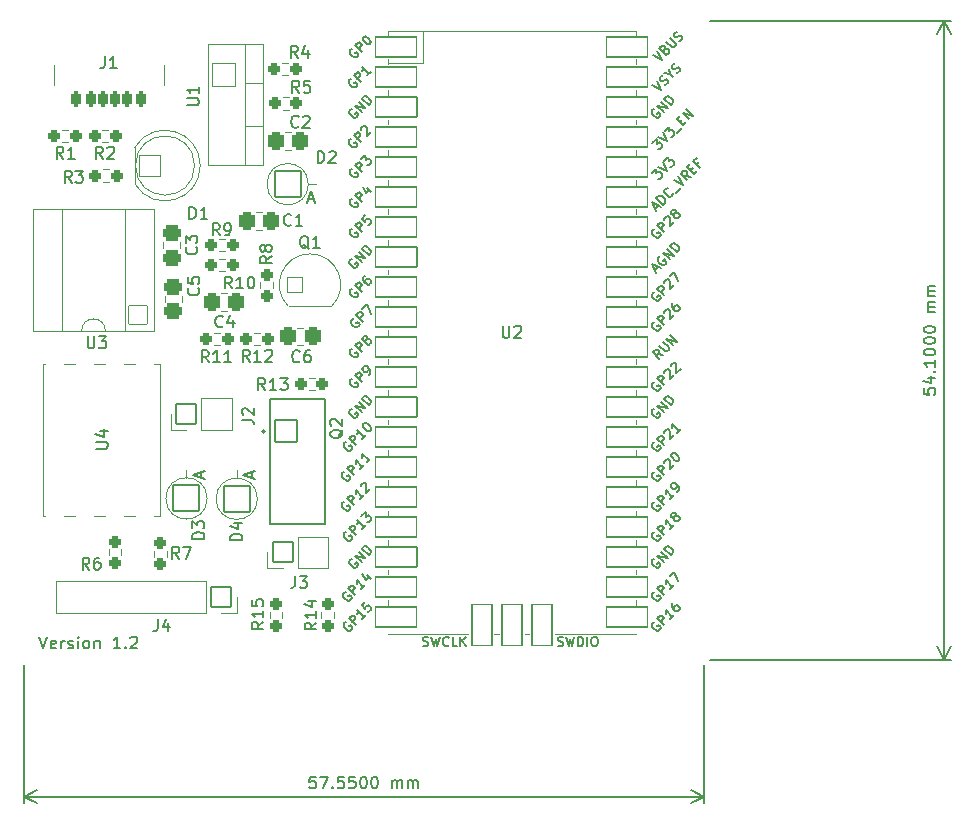
<source format=gto>
%TF.GenerationSoftware,KiCad,Pcbnew,7.0.9*%
%TF.CreationDate,2024-02-04T13:54:49+01:00*%
%TF.ProjectId,BPN,42504e2e-6b69-4636-9164-5f7063625858,29.01.2024*%
%TF.SameCoordinates,Original*%
%TF.FileFunction,Legend,Top*%
%TF.FilePolarity,Positive*%
%FSLAX46Y46*%
G04 Gerber Fmt 4.6, Leading zero omitted, Abs format (unit mm)*
G04 Created by KiCad (PCBNEW 7.0.9) date 2024-02-04 13:54:49*
%MOMM*%
%LPD*%
G01*
G04 APERTURE LIST*
G04 Aperture macros list*
%AMRoundRect*
0 Rectangle with rounded corners*
0 $1 Rounding radius*
0 $2 $3 $4 $5 $6 $7 $8 $9 X,Y pos of 4 corners*
0 Add a 4 corners polygon primitive as box body*
4,1,4,$2,$3,$4,$5,$6,$7,$8,$9,$2,$3,0*
0 Add four circle primitives for the rounded corners*
1,1,$1+$1,$2,$3*
1,1,$1+$1,$4,$5*
1,1,$1+$1,$6,$7*
1,1,$1+$1,$8,$9*
0 Add four rect primitives between the rounded corners*
20,1,$1+$1,$2,$3,$4,$5,0*
20,1,$1+$1,$4,$5,$6,$7,0*
20,1,$1+$1,$6,$7,$8,$9,0*
20,1,$1+$1,$8,$9,$2,$3,0*%
G04 Aperture macros list end*
%ADD10C,0.150000*%
%ADD11C,0.120000*%
%ADD12C,0.127000*%
%ADD13C,0.200000*%
%ADD14RoundRect,0.287500X0.237500X-0.250000X0.237500X0.250000X-0.237500X0.250000X-0.237500X-0.250000X0*%
%ADD15RoundRect,0.300000X-0.475000X0.337500X-0.475000X-0.337500X0.475000X-0.337500X0.475000X0.337500X0*%
%ADD16RoundRect,0.050000X0.800000X0.800000X-0.800000X0.800000X-0.800000X-0.800000X0.800000X-0.800000X0*%
%ADD17O,1.700000X1.700000*%
%ADD18RoundRect,0.300000X0.337500X0.475000X-0.337500X0.475000X-0.337500X-0.475000X0.337500X-0.475000X0*%
%ADD19RoundRect,0.287500X0.250000X0.237500X-0.250000X0.237500X-0.250000X-0.237500X0.250000X-0.237500X0*%
%ADD20RoundRect,0.050000X1.100000X-1.100000X1.100000X1.100000X-1.100000X1.100000X-1.100000X-1.100000X0*%
%ADD21O,2.300000X2.300000*%
%ADD22RoundRect,0.050000X-1.000000X0.952500X-1.000000X-0.952500X1.000000X-0.952500X1.000000X0.952500X0*%
%ADD23O,2.100000X2.005000*%
%ADD24RoundRect,0.050000X-0.650000X-0.650000X0.650000X-0.650000X0.650000X0.650000X-0.650000X0.650000X0*%
%ADD25C,1.400000*%
%ADD26RoundRect,0.287500X-0.250000X-0.237500X0.250000X-0.237500X0.250000X0.237500X-0.250000X0.237500X0*%
%ADD27RoundRect,0.300000X-0.337500X-0.475000X0.337500X-0.475000X0.337500X0.475000X-0.337500X0.475000X0*%
%ADD28RoundRect,0.287500X-0.237500X0.250000X-0.237500X-0.250000X0.237500X-0.250000X0.237500X0.250000X0*%
%ADD29RoundRect,0.050000X-0.900000X-0.900000X0.900000X-0.900000X0.900000X0.900000X-0.900000X0.900000X0*%
%ADD30C,1.900000*%
%ADD31RoundRect,0.050000X0.850000X-0.850000X0.850000X0.850000X-0.850000X0.850000X-0.850000X-0.850000X0*%
%ADD32O,1.800000X1.800000*%
%ADD33RoundRect,0.225000X0.175000X0.425000X-0.175000X0.425000X-0.175000X-0.425000X0.175000X-0.425000X0*%
%ADD34RoundRect,0.240000X-0.190000X-0.410000X0.190000X-0.410000X0.190000X0.410000X-0.190000X0.410000X0*%
%ADD35RoundRect,0.250000X-0.200000X-0.400000X0.200000X-0.400000X0.200000X0.400000X-0.200000X0.400000X0*%
%ADD36RoundRect,0.225000X-0.175000X-0.425000X0.175000X-0.425000X0.175000X0.425000X-0.175000X0.425000X0*%
%ADD37RoundRect,0.240000X0.190000X0.410000X-0.190000X0.410000X-0.190000X-0.410000X0.190000X-0.410000X0*%
%ADD38RoundRect,0.250000X0.200000X0.400000X-0.200000X0.400000X-0.200000X-0.400000X0.200000X-0.400000X0*%
%ADD39O,1.200000X1.800000*%
%ADD40RoundRect,0.300000X0.475000X-0.337500X0.475000X0.337500X-0.475000X0.337500X-0.475000X-0.337500X0*%
%ADD41RoundRect,0.050000X-0.850000X0.850000X-0.850000X-0.850000X0.850000X-0.850000X0.850000X0.850000X0*%
%ADD42C,1.600000*%
%ADD43RoundRect,0.102000X-0.925000X0.925000X-0.925000X-0.925000X0.925000X-0.925000X0.925000X0.925000X0*%
%ADD44C,2.054000*%
%ADD45O,1.900000X1.900000*%
%ADD46O,1.600000X1.600000*%
%ADD47RoundRect,0.050000X-1.750000X-0.850000X1.750000X-0.850000X1.750000X0.850000X-1.750000X0.850000X0*%
%ADD48RoundRect,0.050000X-0.850000X-0.850000X0.850000X-0.850000X0.850000X0.850000X-0.850000X0.850000X0*%
%ADD49RoundRect,0.050000X0.850000X-1.750000X0.850000X1.750000X-0.850000X1.750000X-0.850000X-1.750000X0*%
%ADD50RoundRect,0.050000X-1.100000X-1.100000X1.100000X-1.100000X1.100000X1.100000X-1.100000X1.100000X0*%
G04 APERTURE END LIST*
D10*
X141143922Y-98109819D02*
X141477255Y-99109819D01*
X141477255Y-99109819D02*
X141810588Y-98109819D01*
X142524874Y-99062200D02*
X142429636Y-99109819D01*
X142429636Y-99109819D02*
X142239160Y-99109819D01*
X142239160Y-99109819D02*
X142143922Y-99062200D01*
X142143922Y-99062200D02*
X142096303Y-98966961D01*
X142096303Y-98966961D02*
X142096303Y-98586009D01*
X142096303Y-98586009D02*
X142143922Y-98490771D01*
X142143922Y-98490771D02*
X142239160Y-98443152D01*
X142239160Y-98443152D02*
X142429636Y-98443152D01*
X142429636Y-98443152D02*
X142524874Y-98490771D01*
X142524874Y-98490771D02*
X142572493Y-98586009D01*
X142572493Y-98586009D02*
X142572493Y-98681247D01*
X142572493Y-98681247D02*
X142096303Y-98776485D01*
X143001065Y-99109819D02*
X143001065Y-98443152D01*
X143001065Y-98633628D02*
X143048684Y-98538390D01*
X143048684Y-98538390D02*
X143096303Y-98490771D01*
X143096303Y-98490771D02*
X143191541Y-98443152D01*
X143191541Y-98443152D02*
X143286779Y-98443152D01*
X143572494Y-99062200D02*
X143667732Y-99109819D01*
X143667732Y-99109819D02*
X143858208Y-99109819D01*
X143858208Y-99109819D02*
X143953446Y-99062200D01*
X143953446Y-99062200D02*
X144001065Y-98966961D01*
X144001065Y-98966961D02*
X144001065Y-98919342D01*
X144001065Y-98919342D02*
X143953446Y-98824104D01*
X143953446Y-98824104D02*
X143858208Y-98776485D01*
X143858208Y-98776485D02*
X143715351Y-98776485D01*
X143715351Y-98776485D02*
X143620113Y-98728866D01*
X143620113Y-98728866D02*
X143572494Y-98633628D01*
X143572494Y-98633628D02*
X143572494Y-98586009D01*
X143572494Y-98586009D02*
X143620113Y-98490771D01*
X143620113Y-98490771D02*
X143715351Y-98443152D01*
X143715351Y-98443152D02*
X143858208Y-98443152D01*
X143858208Y-98443152D02*
X143953446Y-98490771D01*
X144429637Y-99109819D02*
X144429637Y-98443152D01*
X144429637Y-98109819D02*
X144382018Y-98157438D01*
X144382018Y-98157438D02*
X144429637Y-98205057D01*
X144429637Y-98205057D02*
X144477256Y-98157438D01*
X144477256Y-98157438D02*
X144429637Y-98109819D01*
X144429637Y-98109819D02*
X144429637Y-98205057D01*
X145048684Y-99109819D02*
X144953446Y-99062200D01*
X144953446Y-99062200D02*
X144905827Y-99014580D01*
X144905827Y-99014580D02*
X144858208Y-98919342D01*
X144858208Y-98919342D02*
X144858208Y-98633628D01*
X144858208Y-98633628D02*
X144905827Y-98538390D01*
X144905827Y-98538390D02*
X144953446Y-98490771D01*
X144953446Y-98490771D02*
X145048684Y-98443152D01*
X145048684Y-98443152D02*
X145191541Y-98443152D01*
X145191541Y-98443152D02*
X145286779Y-98490771D01*
X145286779Y-98490771D02*
X145334398Y-98538390D01*
X145334398Y-98538390D02*
X145382017Y-98633628D01*
X145382017Y-98633628D02*
X145382017Y-98919342D01*
X145382017Y-98919342D02*
X145334398Y-99014580D01*
X145334398Y-99014580D02*
X145286779Y-99062200D01*
X145286779Y-99062200D02*
X145191541Y-99109819D01*
X145191541Y-99109819D02*
X145048684Y-99109819D01*
X145810589Y-98443152D02*
X145810589Y-99109819D01*
X145810589Y-98538390D02*
X145858208Y-98490771D01*
X145858208Y-98490771D02*
X145953446Y-98443152D01*
X145953446Y-98443152D02*
X146096303Y-98443152D01*
X146096303Y-98443152D02*
X146191541Y-98490771D01*
X146191541Y-98490771D02*
X146239160Y-98586009D01*
X146239160Y-98586009D02*
X146239160Y-99109819D01*
X148001065Y-99109819D02*
X147429637Y-99109819D01*
X147715351Y-99109819D02*
X147715351Y-98109819D01*
X147715351Y-98109819D02*
X147620113Y-98252676D01*
X147620113Y-98252676D02*
X147524875Y-98347914D01*
X147524875Y-98347914D02*
X147429637Y-98395533D01*
X148429637Y-99014580D02*
X148477256Y-99062200D01*
X148477256Y-99062200D02*
X148429637Y-99109819D01*
X148429637Y-99109819D02*
X148382018Y-99062200D01*
X148382018Y-99062200D02*
X148429637Y-99014580D01*
X148429637Y-99014580D02*
X148429637Y-99109819D01*
X148858208Y-98205057D02*
X148905827Y-98157438D01*
X148905827Y-98157438D02*
X149001065Y-98109819D01*
X149001065Y-98109819D02*
X149239160Y-98109819D01*
X149239160Y-98109819D02*
X149334398Y-98157438D01*
X149334398Y-98157438D02*
X149382017Y-98205057D01*
X149382017Y-98205057D02*
X149429636Y-98300295D01*
X149429636Y-98300295D02*
X149429636Y-98395533D01*
X149429636Y-98395533D02*
X149382017Y-98538390D01*
X149382017Y-98538390D02*
X148810589Y-99109819D01*
X148810589Y-99109819D02*
X149429636Y-99109819D01*
X164529762Y-109954819D02*
X164053572Y-109954819D01*
X164053572Y-109954819D02*
X164005953Y-110431009D01*
X164005953Y-110431009D02*
X164053572Y-110383390D01*
X164053572Y-110383390D02*
X164148810Y-110335771D01*
X164148810Y-110335771D02*
X164386905Y-110335771D01*
X164386905Y-110335771D02*
X164482143Y-110383390D01*
X164482143Y-110383390D02*
X164529762Y-110431009D01*
X164529762Y-110431009D02*
X164577381Y-110526247D01*
X164577381Y-110526247D02*
X164577381Y-110764342D01*
X164577381Y-110764342D02*
X164529762Y-110859580D01*
X164529762Y-110859580D02*
X164482143Y-110907200D01*
X164482143Y-110907200D02*
X164386905Y-110954819D01*
X164386905Y-110954819D02*
X164148810Y-110954819D01*
X164148810Y-110954819D02*
X164053572Y-110907200D01*
X164053572Y-110907200D02*
X164005953Y-110859580D01*
X164910715Y-109954819D02*
X165577381Y-109954819D01*
X165577381Y-109954819D02*
X165148810Y-110954819D01*
X165958334Y-110859580D02*
X166005953Y-110907200D01*
X166005953Y-110907200D02*
X165958334Y-110954819D01*
X165958334Y-110954819D02*
X165910715Y-110907200D01*
X165910715Y-110907200D02*
X165958334Y-110859580D01*
X165958334Y-110859580D02*
X165958334Y-110954819D01*
X166910714Y-109954819D02*
X166434524Y-109954819D01*
X166434524Y-109954819D02*
X166386905Y-110431009D01*
X166386905Y-110431009D02*
X166434524Y-110383390D01*
X166434524Y-110383390D02*
X166529762Y-110335771D01*
X166529762Y-110335771D02*
X166767857Y-110335771D01*
X166767857Y-110335771D02*
X166863095Y-110383390D01*
X166863095Y-110383390D02*
X166910714Y-110431009D01*
X166910714Y-110431009D02*
X166958333Y-110526247D01*
X166958333Y-110526247D02*
X166958333Y-110764342D01*
X166958333Y-110764342D02*
X166910714Y-110859580D01*
X166910714Y-110859580D02*
X166863095Y-110907200D01*
X166863095Y-110907200D02*
X166767857Y-110954819D01*
X166767857Y-110954819D02*
X166529762Y-110954819D01*
X166529762Y-110954819D02*
X166434524Y-110907200D01*
X166434524Y-110907200D02*
X166386905Y-110859580D01*
X167863095Y-109954819D02*
X167386905Y-109954819D01*
X167386905Y-109954819D02*
X167339286Y-110431009D01*
X167339286Y-110431009D02*
X167386905Y-110383390D01*
X167386905Y-110383390D02*
X167482143Y-110335771D01*
X167482143Y-110335771D02*
X167720238Y-110335771D01*
X167720238Y-110335771D02*
X167815476Y-110383390D01*
X167815476Y-110383390D02*
X167863095Y-110431009D01*
X167863095Y-110431009D02*
X167910714Y-110526247D01*
X167910714Y-110526247D02*
X167910714Y-110764342D01*
X167910714Y-110764342D02*
X167863095Y-110859580D01*
X167863095Y-110859580D02*
X167815476Y-110907200D01*
X167815476Y-110907200D02*
X167720238Y-110954819D01*
X167720238Y-110954819D02*
X167482143Y-110954819D01*
X167482143Y-110954819D02*
X167386905Y-110907200D01*
X167386905Y-110907200D02*
X167339286Y-110859580D01*
X168529762Y-109954819D02*
X168625000Y-109954819D01*
X168625000Y-109954819D02*
X168720238Y-110002438D01*
X168720238Y-110002438D02*
X168767857Y-110050057D01*
X168767857Y-110050057D02*
X168815476Y-110145295D01*
X168815476Y-110145295D02*
X168863095Y-110335771D01*
X168863095Y-110335771D02*
X168863095Y-110573866D01*
X168863095Y-110573866D02*
X168815476Y-110764342D01*
X168815476Y-110764342D02*
X168767857Y-110859580D01*
X168767857Y-110859580D02*
X168720238Y-110907200D01*
X168720238Y-110907200D02*
X168625000Y-110954819D01*
X168625000Y-110954819D02*
X168529762Y-110954819D01*
X168529762Y-110954819D02*
X168434524Y-110907200D01*
X168434524Y-110907200D02*
X168386905Y-110859580D01*
X168386905Y-110859580D02*
X168339286Y-110764342D01*
X168339286Y-110764342D02*
X168291667Y-110573866D01*
X168291667Y-110573866D02*
X168291667Y-110335771D01*
X168291667Y-110335771D02*
X168339286Y-110145295D01*
X168339286Y-110145295D02*
X168386905Y-110050057D01*
X168386905Y-110050057D02*
X168434524Y-110002438D01*
X168434524Y-110002438D02*
X168529762Y-109954819D01*
X169482143Y-109954819D02*
X169577381Y-109954819D01*
X169577381Y-109954819D02*
X169672619Y-110002438D01*
X169672619Y-110002438D02*
X169720238Y-110050057D01*
X169720238Y-110050057D02*
X169767857Y-110145295D01*
X169767857Y-110145295D02*
X169815476Y-110335771D01*
X169815476Y-110335771D02*
X169815476Y-110573866D01*
X169815476Y-110573866D02*
X169767857Y-110764342D01*
X169767857Y-110764342D02*
X169720238Y-110859580D01*
X169720238Y-110859580D02*
X169672619Y-110907200D01*
X169672619Y-110907200D02*
X169577381Y-110954819D01*
X169577381Y-110954819D02*
X169482143Y-110954819D01*
X169482143Y-110954819D02*
X169386905Y-110907200D01*
X169386905Y-110907200D02*
X169339286Y-110859580D01*
X169339286Y-110859580D02*
X169291667Y-110764342D01*
X169291667Y-110764342D02*
X169244048Y-110573866D01*
X169244048Y-110573866D02*
X169244048Y-110335771D01*
X169244048Y-110335771D02*
X169291667Y-110145295D01*
X169291667Y-110145295D02*
X169339286Y-110050057D01*
X169339286Y-110050057D02*
X169386905Y-110002438D01*
X169386905Y-110002438D02*
X169482143Y-109954819D01*
X171005953Y-110954819D02*
X171005953Y-110288152D01*
X171005953Y-110383390D02*
X171053572Y-110335771D01*
X171053572Y-110335771D02*
X171148810Y-110288152D01*
X171148810Y-110288152D02*
X171291667Y-110288152D01*
X171291667Y-110288152D02*
X171386905Y-110335771D01*
X171386905Y-110335771D02*
X171434524Y-110431009D01*
X171434524Y-110431009D02*
X171434524Y-110954819D01*
X171434524Y-110431009D02*
X171482143Y-110335771D01*
X171482143Y-110335771D02*
X171577381Y-110288152D01*
X171577381Y-110288152D02*
X171720238Y-110288152D01*
X171720238Y-110288152D02*
X171815477Y-110335771D01*
X171815477Y-110335771D02*
X171863096Y-110431009D01*
X171863096Y-110431009D02*
X171863096Y-110954819D01*
X172339286Y-110954819D02*
X172339286Y-110288152D01*
X172339286Y-110383390D02*
X172386905Y-110335771D01*
X172386905Y-110335771D02*
X172482143Y-110288152D01*
X172482143Y-110288152D02*
X172625000Y-110288152D01*
X172625000Y-110288152D02*
X172720238Y-110335771D01*
X172720238Y-110335771D02*
X172767857Y-110431009D01*
X172767857Y-110431009D02*
X172767857Y-110954819D01*
X172767857Y-110431009D02*
X172815476Y-110335771D01*
X172815476Y-110335771D02*
X172910714Y-110288152D01*
X172910714Y-110288152D02*
X173053571Y-110288152D01*
X173053571Y-110288152D02*
X173148810Y-110335771D01*
X173148810Y-110335771D02*
X173196429Y-110431009D01*
X173196429Y-110431009D02*
X173196429Y-110954819D01*
X139850000Y-100550000D02*
X139850000Y-112236420D01*
X197400000Y-100550000D02*
X197400000Y-112236420D01*
X139850000Y-111650000D02*
X197400000Y-111650000D01*
X139850000Y-111650000D02*
X197400000Y-111650000D01*
X139850000Y-111650000D02*
X140976504Y-111063579D01*
X139850000Y-111650000D02*
X140976504Y-112236421D01*
X197400000Y-111650000D02*
X196273496Y-112236421D01*
X197400000Y-111650000D02*
X196273496Y-111063579D01*
X216004819Y-77095237D02*
X216004819Y-77571427D01*
X216004819Y-77571427D02*
X216481009Y-77619046D01*
X216481009Y-77619046D02*
X216433390Y-77571427D01*
X216433390Y-77571427D02*
X216385771Y-77476189D01*
X216385771Y-77476189D02*
X216385771Y-77238094D01*
X216385771Y-77238094D02*
X216433390Y-77142856D01*
X216433390Y-77142856D02*
X216481009Y-77095237D01*
X216481009Y-77095237D02*
X216576247Y-77047618D01*
X216576247Y-77047618D02*
X216814342Y-77047618D01*
X216814342Y-77047618D02*
X216909580Y-77095237D01*
X216909580Y-77095237D02*
X216957200Y-77142856D01*
X216957200Y-77142856D02*
X217004819Y-77238094D01*
X217004819Y-77238094D02*
X217004819Y-77476189D01*
X217004819Y-77476189D02*
X216957200Y-77571427D01*
X216957200Y-77571427D02*
X216909580Y-77619046D01*
X216338152Y-76190475D02*
X217004819Y-76190475D01*
X215957200Y-76428570D02*
X216671485Y-76666665D01*
X216671485Y-76666665D02*
X216671485Y-76047618D01*
X216909580Y-75666665D02*
X216957200Y-75619046D01*
X216957200Y-75619046D02*
X217004819Y-75666665D01*
X217004819Y-75666665D02*
X216957200Y-75714284D01*
X216957200Y-75714284D02*
X216909580Y-75666665D01*
X216909580Y-75666665D02*
X217004819Y-75666665D01*
X217004819Y-74666666D02*
X217004819Y-75238094D01*
X217004819Y-74952380D02*
X216004819Y-74952380D01*
X216004819Y-74952380D02*
X216147676Y-75047618D01*
X216147676Y-75047618D02*
X216242914Y-75142856D01*
X216242914Y-75142856D02*
X216290533Y-75238094D01*
X216004819Y-74047618D02*
X216004819Y-73952380D01*
X216004819Y-73952380D02*
X216052438Y-73857142D01*
X216052438Y-73857142D02*
X216100057Y-73809523D01*
X216100057Y-73809523D02*
X216195295Y-73761904D01*
X216195295Y-73761904D02*
X216385771Y-73714285D01*
X216385771Y-73714285D02*
X216623866Y-73714285D01*
X216623866Y-73714285D02*
X216814342Y-73761904D01*
X216814342Y-73761904D02*
X216909580Y-73809523D01*
X216909580Y-73809523D02*
X216957200Y-73857142D01*
X216957200Y-73857142D02*
X217004819Y-73952380D01*
X217004819Y-73952380D02*
X217004819Y-74047618D01*
X217004819Y-74047618D02*
X216957200Y-74142856D01*
X216957200Y-74142856D02*
X216909580Y-74190475D01*
X216909580Y-74190475D02*
X216814342Y-74238094D01*
X216814342Y-74238094D02*
X216623866Y-74285713D01*
X216623866Y-74285713D02*
X216385771Y-74285713D01*
X216385771Y-74285713D02*
X216195295Y-74238094D01*
X216195295Y-74238094D02*
X216100057Y-74190475D01*
X216100057Y-74190475D02*
X216052438Y-74142856D01*
X216052438Y-74142856D02*
X216004819Y-74047618D01*
X216004819Y-73095237D02*
X216004819Y-72999999D01*
X216004819Y-72999999D02*
X216052438Y-72904761D01*
X216052438Y-72904761D02*
X216100057Y-72857142D01*
X216100057Y-72857142D02*
X216195295Y-72809523D01*
X216195295Y-72809523D02*
X216385771Y-72761904D01*
X216385771Y-72761904D02*
X216623866Y-72761904D01*
X216623866Y-72761904D02*
X216814342Y-72809523D01*
X216814342Y-72809523D02*
X216909580Y-72857142D01*
X216909580Y-72857142D02*
X216957200Y-72904761D01*
X216957200Y-72904761D02*
X217004819Y-72999999D01*
X217004819Y-72999999D02*
X217004819Y-73095237D01*
X217004819Y-73095237D02*
X216957200Y-73190475D01*
X216957200Y-73190475D02*
X216909580Y-73238094D01*
X216909580Y-73238094D02*
X216814342Y-73285713D01*
X216814342Y-73285713D02*
X216623866Y-73333332D01*
X216623866Y-73333332D02*
X216385771Y-73333332D01*
X216385771Y-73333332D02*
X216195295Y-73285713D01*
X216195295Y-73285713D02*
X216100057Y-73238094D01*
X216100057Y-73238094D02*
X216052438Y-73190475D01*
X216052438Y-73190475D02*
X216004819Y-73095237D01*
X216004819Y-72142856D02*
X216004819Y-72047618D01*
X216004819Y-72047618D02*
X216052438Y-71952380D01*
X216052438Y-71952380D02*
X216100057Y-71904761D01*
X216100057Y-71904761D02*
X216195295Y-71857142D01*
X216195295Y-71857142D02*
X216385771Y-71809523D01*
X216385771Y-71809523D02*
X216623866Y-71809523D01*
X216623866Y-71809523D02*
X216814342Y-71857142D01*
X216814342Y-71857142D02*
X216909580Y-71904761D01*
X216909580Y-71904761D02*
X216957200Y-71952380D01*
X216957200Y-71952380D02*
X217004819Y-72047618D01*
X217004819Y-72047618D02*
X217004819Y-72142856D01*
X217004819Y-72142856D02*
X216957200Y-72238094D01*
X216957200Y-72238094D02*
X216909580Y-72285713D01*
X216909580Y-72285713D02*
X216814342Y-72333332D01*
X216814342Y-72333332D02*
X216623866Y-72380951D01*
X216623866Y-72380951D02*
X216385771Y-72380951D01*
X216385771Y-72380951D02*
X216195295Y-72333332D01*
X216195295Y-72333332D02*
X216100057Y-72285713D01*
X216100057Y-72285713D02*
X216052438Y-72238094D01*
X216052438Y-72238094D02*
X216004819Y-72142856D01*
X217004819Y-70619046D02*
X216338152Y-70619046D01*
X216433390Y-70619046D02*
X216385771Y-70571427D01*
X216385771Y-70571427D02*
X216338152Y-70476189D01*
X216338152Y-70476189D02*
X216338152Y-70333332D01*
X216338152Y-70333332D02*
X216385771Y-70238094D01*
X216385771Y-70238094D02*
X216481009Y-70190475D01*
X216481009Y-70190475D02*
X217004819Y-70190475D01*
X216481009Y-70190475D02*
X216385771Y-70142856D01*
X216385771Y-70142856D02*
X216338152Y-70047618D01*
X216338152Y-70047618D02*
X216338152Y-69904761D01*
X216338152Y-69904761D02*
X216385771Y-69809522D01*
X216385771Y-69809522D02*
X216481009Y-69761903D01*
X216481009Y-69761903D02*
X217004819Y-69761903D01*
X217004819Y-69285713D02*
X216338152Y-69285713D01*
X216433390Y-69285713D02*
X216385771Y-69238094D01*
X216385771Y-69238094D02*
X216338152Y-69142856D01*
X216338152Y-69142856D02*
X216338152Y-68999999D01*
X216338152Y-68999999D02*
X216385771Y-68904761D01*
X216385771Y-68904761D02*
X216481009Y-68857142D01*
X216481009Y-68857142D02*
X217004819Y-68857142D01*
X216481009Y-68857142D02*
X216385771Y-68809523D01*
X216385771Y-68809523D02*
X216338152Y-68714285D01*
X216338152Y-68714285D02*
X216338152Y-68571428D01*
X216338152Y-68571428D02*
X216385771Y-68476189D01*
X216385771Y-68476189D02*
X216481009Y-68428570D01*
X216481009Y-68428570D02*
X217004819Y-68428570D01*
X197900000Y-100050000D02*
X218286420Y-100050000D01*
X197900000Y-45950000D02*
X218286420Y-45950000D01*
X217700000Y-100050000D02*
X217700000Y-45950000D01*
X217700000Y-100050000D02*
X217700000Y-45950000D01*
X217700000Y-100050000D02*
X217113579Y-98923496D01*
X217700000Y-100050000D02*
X218286421Y-98923496D01*
X217700000Y-45950000D02*
X218286421Y-47076504D01*
X217700000Y-45950000D02*
X217113579Y-47076504D01*
X160839819Y-65891666D02*
X160363628Y-66224999D01*
X160839819Y-66463094D02*
X159839819Y-66463094D01*
X159839819Y-66463094D02*
X159839819Y-66082142D01*
X159839819Y-66082142D02*
X159887438Y-65986904D01*
X159887438Y-65986904D02*
X159935057Y-65939285D01*
X159935057Y-65939285D02*
X160030295Y-65891666D01*
X160030295Y-65891666D02*
X160173152Y-65891666D01*
X160173152Y-65891666D02*
X160268390Y-65939285D01*
X160268390Y-65939285D02*
X160316009Y-65986904D01*
X160316009Y-65986904D02*
X160363628Y-66082142D01*
X160363628Y-66082142D02*
X160363628Y-66463094D01*
X160268390Y-65320237D02*
X160220771Y-65415475D01*
X160220771Y-65415475D02*
X160173152Y-65463094D01*
X160173152Y-65463094D02*
X160077914Y-65510713D01*
X160077914Y-65510713D02*
X160030295Y-65510713D01*
X160030295Y-65510713D02*
X159935057Y-65463094D01*
X159935057Y-65463094D02*
X159887438Y-65415475D01*
X159887438Y-65415475D02*
X159839819Y-65320237D01*
X159839819Y-65320237D02*
X159839819Y-65129761D01*
X159839819Y-65129761D02*
X159887438Y-65034523D01*
X159887438Y-65034523D02*
X159935057Y-64986904D01*
X159935057Y-64986904D02*
X160030295Y-64939285D01*
X160030295Y-64939285D02*
X160077914Y-64939285D01*
X160077914Y-64939285D02*
X160173152Y-64986904D01*
X160173152Y-64986904D02*
X160220771Y-65034523D01*
X160220771Y-65034523D02*
X160268390Y-65129761D01*
X160268390Y-65129761D02*
X160268390Y-65320237D01*
X160268390Y-65320237D02*
X160316009Y-65415475D01*
X160316009Y-65415475D02*
X160363628Y-65463094D01*
X160363628Y-65463094D02*
X160458866Y-65510713D01*
X160458866Y-65510713D02*
X160649342Y-65510713D01*
X160649342Y-65510713D02*
X160744580Y-65463094D01*
X160744580Y-65463094D02*
X160792200Y-65415475D01*
X160792200Y-65415475D02*
X160839819Y-65320237D01*
X160839819Y-65320237D02*
X160839819Y-65129761D01*
X160839819Y-65129761D02*
X160792200Y-65034523D01*
X160792200Y-65034523D02*
X160744580Y-64986904D01*
X160744580Y-64986904D02*
X160649342Y-64939285D01*
X160649342Y-64939285D02*
X160458866Y-64939285D01*
X160458866Y-64939285D02*
X160363628Y-64986904D01*
X160363628Y-64986904D02*
X160316009Y-65034523D01*
X160316009Y-65034523D02*
X160268390Y-65129761D01*
X154424580Y-65116666D02*
X154472200Y-65164285D01*
X154472200Y-65164285D02*
X154519819Y-65307142D01*
X154519819Y-65307142D02*
X154519819Y-65402380D01*
X154519819Y-65402380D02*
X154472200Y-65545237D01*
X154472200Y-65545237D02*
X154376961Y-65640475D01*
X154376961Y-65640475D02*
X154281723Y-65688094D01*
X154281723Y-65688094D02*
X154091247Y-65735713D01*
X154091247Y-65735713D02*
X153948390Y-65735713D01*
X153948390Y-65735713D02*
X153757914Y-65688094D01*
X153757914Y-65688094D02*
X153662676Y-65640475D01*
X153662676Y-65640475D02*
X153567438Y-65545237D01*
X153567438Y-65545237D02*
X153519819Y-65402380D01*
X153519819Y-65402380D02*
X153519819Y-65307142D01*
X153519819Y-65307142D02*
X153567438Y-65164285D01*
X153567438Y-65164285D02*
X153615057Y-65116666D01*
X153519819Y-64783332D02*
X153519819Y-64164285D01*
X153519819Y-64164285D02*
X153900771Y-64497618D01*
X153900771Y-64497618D02*
X153900771Y-64354761D01*
X153900771Y-64354761D02*
X153948390Y-64259523D01*
X153948390Y-64259523D02*
X153996009Y-64211904D01*
X153996009Y-64211904D02*
X154091247Y-64164285D01*
X154091247Y-64164285D02*
X154329342Y-64164285D01*
X154329342Y-64164285D02*
X154424580Y-64211904D01*
X154424580Y-64211904D02*
X154472200Y-64259523D01*
X154472200Y-64259523D02*
X154519819Y-64354761D01*
X154519819Y-64354761D02*
X154519819Y-64640475D01*
X154519819Y-64640475D02*
X154472200Y-64735713D01*
X154472200Y-64735713D02*
X154424580Y-64783332D01*
X145223095Y-72679819D02*
X145223095Y-73489342D01*
X145223095Y-73489342D02*
X145270714Y-73584580D01*
X145270714Y-73584580D02*
X145318333Y-73632200D01*
X145318333Y-73632200D02*
X145413571Y-73679819D01*
X145413571Y-73679819D02*
X145604047Y-73679819D01*
X145604047Y-73679819D02*
X145699285Y-73632200D01*
X145699285Y-73632200D02*
X145746904Y-73584580D01*
X145746904Y-73584580D02*
X145794523Y-73489342D01*
X145794523Y-73489342D02*
X145794523Y-72679819D01*
X146175476Y-72679819D02*
X146794523Y-72679819D01*
X146794523Y-72679819D02*
X146461190Y-73060771D01*
X146461190Y-73060771D02*
X146604047Y-73060771D01*
X146604047Y-73060771D02*
X146699285Y-73108390D01*
X146699285Y-73108390D02*
X146746904Y-73156009D01*
X146746904Y-73156009D02*
X146794523Y-73251247D01*
X146794523Y-73251247D02*
X146794523Y-73489342D01*
X146794523Y-73489342D02*
X146746904Y-73584580D01*
X146746904Y-73584580D02*
X146699285Y-73632200D01*
X146699285Y-73632200D02*
X146604047Y-73679819D01*
X146604047Y-73679819D02*
X146318333Y-73679819D01*
X146318333Y-73679819D02*
X146223095Y-73632200D01*
X146223095Y-73632200D02*
X146175476Y-73584580D01*
X162468333Y-63234580D02*
X162420714Y-63282200D01*
X162420714Y-63282200D02*
X162277857Y-63329819D01*
X162277857Y-63329819D02*
X162182619Y-63329819D01*
X162182619Y-63329819D02*
X162039762Y-63282200D01*
X162039762Y-63282200D02*
X161944524Y-63186961D01*
X161944524Y-63186961D02*
X161896905Y-63091723D01*
X161896905Y-63091723D02*
X161849286Y-62901247D01*
X161849286Y-62901247D02*
X161849286Y-62758390D01*
X161849286Y-62758390D02*
X161896905Y-62567914D01*
X161896905Y-62567914D02*
X161944524Y-62472676D01*
X161944524Y-62472676D02*
X162039762Y-62377438D01*
X162039762Y-62377438D02*
X162182619Y-62329819D01*
X162182619Y-62329819D02*
X162277857Y-62329819D01*
X162277857Y-62329819D02*
X162420714Y-62377438D01*
X162420714Y-62377438D02*
X162468333Y-62425057D01*
X163420714Y-63329819D02*
X162849286Y-63329819D01*
X163135000Y-63329819D02*
X163135000Y-62329819D01*
X163135000Y-62329819D02*
X163039762Y-62472676D01*
X163039762Y-62472676D02*
X162944524Y-62567914D01*
X162944524Y-62567914D02*
X162849286Y-62615533D01*
X157442142Y-68629819D02*
X157108809Y-68153628D01*
X156870714Y-68629819D02*
X156870714Y-67629819D01*
X156870714Y-67629819D02*
X157251666Y-67629819D01*
X157251666Y-67629819D02*
X157346904Y-67677438D01*
X157346904Y-67677438D02*
X157394523Y-67725057D01*
X157394523Y-67725057D02*
X157442142Y-67820295D01*
X157442142Y-67820295D02*
X157442142Y-67963152D01*
X157442142Y-67963152D02*
X157394523Y-68058390D01*
X157394523Y-68058390D02*
X157346904Y-68106009D01*
X157346904Y-68106009D02*
X157251666Y-68153628D01*
X157251666Y-68153628D02*
X156870714Y-68153628D01*
X158394523Y-68629819D02*
X157823095Y-68629819D01*
X158108809Y-68629819D02*
X158108809Y-67629819D01*
X158108809Y-67629819D02*
X158013571Y-67772676D01*
X158013571Y-67772676D02*
X157918333Y-67867914D01*
X157918333Y-67867914D02*
X157823095Y-67915533D01*
X159013571Y-67629819D02*
X159108809Y-67629819D01*
X159108809Y-67629819D02*
X159204047Y-67677438D01*
X159204047Y-67677438D02*
X159251666Y-67725057D01*
X159251666Y-67725057D02*
X159299285Y-67820295D01*
X159299285Y-67820295D02*
X159346904Y-68010771D01*
X159346904Y-68010771D02*
X159346904Y-68248866D01*
X159346904Y-68248866D02*
X159299285Y-68439342D01*
X159299285Y-68439342D02*
X159251666Y-68534580D01*
X159251666Y-68534580D02*
X159204047Y-68582200D01*
X159204047Y-68582200D02*
X159108809Y-68629819D01*
X159108809Y-68629819D02*
X159013571Y-68629819D01*
X159013571Y-68629819D02*
X158918333Y-68582200D01*
X158918333Y-68582200D02*
X158870714Y-68534580D01*
X158870714Y-68534580D02*
X158823095Y-68439342D01*
X158823095Y-68439342D02*
X158775476Y-68248866D01*
X158775476Y-68248866D02*
X158775476Y-68010771D01*
X158775476Y-68010771D02*
X158823095Y-67820295D01*
X158823095Y-67820295D02*
X158870714Y-67725057D01*
X158870714Y-67725057D02*
X158918333Y-67677438D01*
X158918333Y-67677438D02*
X159013571Y-67629819D01*
X155104819Y-89838094D02*
X154104819Y-89838094D01*
X154104819Y-89838094D02*
X154104819Y-89599999D01*
X154104819Y-89599999D02*
X154152438Y-89457142D01*
X154152438Y-89457142D02*
X154247676Y-89361904D01*
X154247676Y-89361904D02*
X154342914Y-89314285D01*
X154342914Y-89314285D02*
X154533390Y-89266666D01*
X154533390Y-89266666D02*
X154676247Y-89266666D01*
X154676247Y-89266666D02*
X154866723Y-89314285D01*
X154866723Y-89314285D02*
X154961961Y-89361904D01*
X154961961Y-89361904D02*
X155057200Y-89457142D01*
X155057200Y-89457142D02*
X155104819Y-89599999D01*
X155104819Y-89599999D02*
X155104819Y-89838094D01*
X154104819Y-88933332D02*
X154104819Y-88314285D01*
X154104819Y-88314285D02*
X154485771Y-88647618D01*
X154485771Y-88647618D02*
X154485771Y-88504761D01*
X154485771Y-88504761D02*
X154533390Y-88409523D01*
X154533390Y-88409523D02*
X154581009Y-88361904D01*
X154581009Y-88361904D02*
X154676247Y-88314285D01*
X154676247Y-88314285D02*
X154914342Y-88314285D01*
X154914342Y-88314285D02*
X155009580Y-88361904D01*
X155009580Y-88361904D02*
X155057200Y-88409523D01*
X155057200Y-88409523D02*
X155104819Y-88504761D01*
X155104819Y-88504761D02*
X155104819Y-88790475D01*
X155104819Y-88790475D02*
X155057200Y-88885713D01*
X155057200Y-88885713D02*
X155009580Y-88933332D01*
X154869104Y-84640277D02*
X154869104Y-84164087D01*
X155154819Y-84735515D02*
X154154819Y-84402182D01*
X154154819Y-84402182D02*
X155154819Y-84068849D01*
X153639819Y-53118313D02*
X154449342Y-53118313D01*
X154449342Y-53118313D02*
X154544580Y-53070694D01*
X154544580Y-53070694D02*
X154592200Y-53023075D01*
X154592200Y-53023075D02*
X154639819Y-52927837D01*
X154639819Y-52927837D02*
X154639819Y-52737361D01*
X154639819Y-52737361D02*
X154592200Y-52642123D01*
X154592200Y-52642123D02*
X154544580Y-52594504D01*
X154544580Y-52594504D02*
X154449342Y-52546885D01*
X154449342Y-52546885D02*
X153639819Y-52546885D01*
X154639819Y-51546885D02*
X154639819Y-52118313D01*
X154639819Y-51832599D02*
X153639819Y-51832599D01*
X153639819Y-51832599D02*
X153782676Y-51927837D01*
X153782676Y-51927837D02*
X153877914Y-52023075D01*
X153877914Y-52023075D02*
X153925533Y-52118313D01*
X143178333Y-57641228D02*
X142845000Y-57165037D01*
X142606905Y-57641228D02*
X142606905Y-56641228D01*
X142606905Y-56641228D02*
X142987857Y-56641228D01*
X142987857Y-56641228D02*
X143083095Y-56688847D01*
X143083095Y-56688847D02*
X143130714Y-56736466D01*
X143130714Y-56736466D02*
X143178333Y-56831704D01*
X143178333Y-56831704D02*
X143178333Y-56974561D01*
X143178333Y-56974561D02*
X143130714Y-57069799D01*
X143130714Y-57069799D02*
X143083095Y-57117418D01*
X143083095Y-57117418D02*
X142987857Y-57165037D01*
X142987857Y-57165037D02*
X142606905Y-57165037D01*
X144130714Y-57641228D02*
X143559286Y-57641228D01*
X143845000Y-57641228D02*
X143845000Y-56641228D01*
X143845000Y-56641228D02*
X143749762Y-56784085D01*
X143749762Y-56784085D02*
X143654524Y-56879323D01*
X143654524Y-56879323D02*
X143559286Y-56926942D01*
X163959761Y-65290057D02*
X163864523Y-65242438D01*
X163864523Y-65242438D02*
X163769285Y-65147200D01*
X163769285Y-65147200D02*
X163626428Y-65004342D01*
X163626428Y-65004342D02*
X163531190Y-64956723D01*
X163531190Y-64956723D02*
X163435952Y-64956723D01*
X163483571Y-65194819D02*
X163388333Y-65147200D01*
X163388333Y-65147200D02*
X163293095Y-65051961D01*
X163293095Y-65051961D02*
X163245476Y-64861485D01*
X163245476Y-64861485D02*
X163245476Y-64528152D01*
X163245476Y-64528152D02*
X163293095Y-64337676D01*
X163293095Y-64337676D02*
X163388333Y-64242438D01*
X163388333Y-64242438D02*
X163483571Y-64194819D01*
X163483571Y-64194819D02*
X163674047Y-64194819D01*
X163674047Y-64194819D02*
X163769285Y-64242438D01*
X163769285Y-64242438D02*
X163864523Y-64337676D01*
X163864523Y-64337676D02*
X163912142Y-64528152D01*
X163912142Y-64528152D02*
X163912142Y-64861485D01*
X163912142Y-64861485D02*
X163864523Y-65051961D01*
X163864523Y-65051961D02*
X163769285Y-65147200D01*
X163769285Y-65147200D02*
X163674047Y-65194819D01*
X163674047Y-65194819D02*
X163483571Y-65194819D01*
X164864523Y-65194819D02*
X164293095Y-65194819D01*
X164578809Y-65194819D02*
X164578809Y-64194819D01*
X164578809Y-64194819D02*
X164483571Y-64337676D01*
X164483571Y-64337676D02*
X164388333Y-64432914D01*
X164388333Y-64432914D02*
X164293095Y-64480533D01*
X152983333Y-91504819D02*
X152650000Y-91028628D01*
X152411905Y-91504819D02*
X152411905Y-90504819D01*
X152411905Y-90504819D02*
X152792857Y-90504819D01*
X152792857Y-90504819D02*
X152888095Y-90552438D01*
X152888095Y-90552438D02*
X152935714Y-90600057D01*
X152935714Y-90600057D02*
X152983333Y-90695295D01*
X152983333Y-90695295D02*
X152983333Y-90838152D01*
X152983333Y-90838152D02*
X152935714Y-90933390D01*
X152935714Y-90933390D02*
X152888095Y-90981009D01*
X152888095Y-90981009D02*
X152792857Y-91028628D01*
X152792857Y-91028628D02*
X152411905Y-91028628D01*
X153316667Y-90504819D02*
X153983333Y-90504819D01*
X153983333Y-90504819D02*
X153554762Y-91504819D01*
X163033333Y-49081228D02*
X162700000Y-48605037D01*
X162461905Y-49081228D02*
X162461905Y-48081228D01*
X162461905Y-48081228D02*
X162842857Y-48081228D01*
X162842857Y-48081228D02*
X162938095Y-48128847D01*
X162938095Y-48128847D02*
X162985714Y-48176466D01*
X162985714Y-48176466D02*
X163033333Y-48271704D01*
X163033333Y-48271704D02*
X163033333Y-48414561D01*
X163033333Y-48414561D02*
X162985714Y-48509799D01*
X162985714Y-48509799D02*
X162938095Y-48557418D01*
X162938095Y-48557418D02*
X162842857Y-48605037D01*
X162842857Y-48605037D02*
X162461905Y-48605037D01*
X163890476Y-48414561D02*
X163890476Y-49081228D01*
X163652381Y-48033609D02*
X163414286Y-48747894D01*
X163414286Y-48747894D02*
X164033333Y-48747894D01*
X146525833Y-57641228D02*
X146192500Y-57165037D01*
X145954405Y-57641228D02*
X145954405Y-56641228D01*
X145954405Y-56641228D02*
X146335357Y-56641228D01*
X146335357Y-56641228D02*
X146430595Y-56688847D01*
X146430595Y-56688847D02*
X146478214Y-56736466D01*
X146478214Y-56736466D02*
X146525833Y-56831704D01*
X146525833Y-56831704D02*
X146525833Y-56974561D01*
X146525833Y-56974561D02*
X146478214Y-57069799D01*
X146478214Y-57069799D02*
X146430595Y-57117418D01*
X146430595Y-57117418D02*
X146335357Y-57165037D01*
X146335357Y-57165037D02*
X145954405Y-57165037D01*
X146906786Y-56736466D02*
X146954405Y-56688847D01*
X146954405Y-56688847D02*
X147049643Y-56641228D01*
X147049643Y-56641228D02*
X147287738Y-56641228D01*
X147287738Y-56641228D02*
X147382976Y-56688847D01*
X147382976Y-56688847D02*
X147430595Y-56736466D01*
X147430595Y-56736466D02*
X147478214Y-56831704D01*
X147478214Y-56831704D02*
X147478214Y-56926942D01*
X147478214Y-56926942D02*
X147430595Y-57069799D01*
X147430595Y-57069799D02*
X146859167Y-57641228D01*
X146859167Y-57641228D02*
X147478214Y-57641228D01*
X163083333Y-54909580D02*
X163035714Y-54957200D01*
X163035714Y-54957200D02*
X162892857Y-55004819D01*
X162892857Y-55004819D02*
X162797619Y-55004819D01*
X162797619Y-55004819D02*
X162654762Y-54957200D01*
X162654762Y-54957200D02*
X162559524Y-54861961D01*
X162559524Y-54861961D02*
X162511905Y-54766723D01*
X162511905Y-54766723D02*
X162464286Y-54576247D01*
X162464286Y-54576247D02*
X162464286Y-54433390D01*
X162464286Y-54433390D02*
X162511905Y-54242914D01*
X162511905Y-54242914D02*
X162559524Y-54147676D01*
X162559524Y-54147676D02*
X162654762Y-54052438D01*
X162654762Y-54052438D02*
X162797619Y-54004819D01*
X162797619Y-54004819D02*
X162892857Y-54004819D01*
X162892857Y-54004819D02*
X163035714Y-54052438D01*
X163035714Y-54052438D02*
X163083333Y-54100057D01*
X163464286Y-54100057D02*
X163511905Y-54052438D01*
X163511905Y-54052438D02*
X163607143Y-54004819D01*
X163607143Y-54004819D02*
X163845238Y-54004819D01*
X163845238Y-54004819D02*
X163940476Y-54052438D01*
X163940476Y-54052438D02*
X163988095Y-54100057D01*
X163988095Y-54100057D02*
X164035714Y-54195295D01*
X164035714Y-54195295D02*
X164035714Y-54290533D01*
X164035714Y-54290533D02*
X163988095Y-54433390D01*
X163988095Y-54433390D02*
X163416667Y-55004819D01*
X163416667Y-55004819D02*
X164035714Y-55004819D01*
X164594819Y-96930357D02*
X164118628Y-97263690D01*
X164594819Y-97501785D02*
X163594819Y-97501785D01*
X163594819Y-97501785D02*
X163594819Y-97120833D01*
X163594819Y-97120833D02*
X163642438Y-97025595D01*
X163642438Y-97025595D02*
X163690057Y-96977976D01*
X163690057Y-96977976D02*
X163785295Y-96930357D01*
X163785295Y-96930357D02*
X163928152Y-96930357D01*
X163928152Y-96930357D02*
X164023390Y-96977976D01*
X164023390Y-96977976D02*
X164071009Y-97025595D01*
X164071009Y-97025595D02*
X164118628Y-97120833D01*
X164118628Y-97120833D02*
X164118628Y-97501785D01*
X164594819Y-95977976D02*
X164594819Y-96549404D01*
X164594819Y-96263690D02*
X163594819Y-96263690D01*
X163594819Y-96263690D02*
X163737676Y-96358928D01*
X163737676Y-96358928D02*
X163832914Y-96454166D01*
X163832914Y-96454166D02*
X163880533Y-96549404D01*
X163928152Y-95120833D02*
X164594819Y-95120833D01*
X163547200Y-95358928D02*
X164261485Y-95597023D01*
X164261485Y-95597023D02*
X164261485Y-94977976D01*
X153846905Y-62729819D02*
X153846905Y-61729819D01*
X153846905Y-61729819D02*
X154085000Y-61729819D01*
X154085000Y-61729819D02*
X154227857Y-61777438D01*
X154227857Y-61777438D02*
X154323095Y-61872676D01*
X154323095Y-61872676D02*
X154370714Y-61967914D01*
X154370714Y-61967914D02*
X154418333Y-62158390D01*
X154418333Y-62158390D02*
X154418333Y-62301247D01*
X154418333Y-62301247D02*
X154370714Y-62491723D01*
X154370714Y-62491723D02*
X154323095Y-62586961D01*
X154323095Y-62586961D02*
X154227857Y-62682200D01*
X154227857Y-62682200D02*
X154085000Y-62729819D01*
X154085000Y-62729819D02*
X153846905Y-62729819D01*
X155370714Y-62729819D02*
X154799286Y-62729819D01*
X155085000Y-62729819D02*
X155085000Y-61729819D01*
X155085000Y-61729819D02*
X154989762Y-61872676D01*
X154989762Y-61872676D02*
X154894524Y-61967914D01*
X154894524Y-61967914D02*
X154799286Y-62015533D01*
X158942142Y-74829819D02*
X158608809Y-74353628D01*
X158370714Y-74829819D02*
X158370714Y-73829819D01*
X158370714Y-73829819D02*
X158751666Y-73829819D01*
X158751666Y-73829819D02*
X158846904Y-73877438D01*
X158846904Y-73877438D02*
X158894523Y-73925057D01*
X158894523Y-73925057D02*
X158942142Y-74020295D01*
X158942142Y-74020295D02*
X158942142Y-74163152D01*
X158942142Y-74163152D02*
X158894523Y-74258390D01*
X158894523Y-74258390D02*
X158846904Y-74306009D01*
X158846904Y-74306009D02*
X158751666Y-74353628D01*
X158751666Y-74353628D02*
X158370714Y-74353628D01*
X159894523Y-74829819D02*
X159323095Y-74829819D01*
X159608809Y-74829819D02*
X159608809Y-73829819D01*
X159608809Y-73829819D02*
X159513571Y-73972676D01*
X159513571Y-73972676D02*
X159418333Y-74067914D01*
X159418333Y-74067914D02*
X159323095Y-74115533D01*
X160275476Y-73925057D02*
X160323095Y-73877438D01*
X160323095Y-73877438D02*
X160418333Y-73829819D01*
X160418333Y-73829819D02*
X160656428Y-73829819D01*
X160656428Y-73829819D02*
X160751666Y-73877438D01*
X160751666Y-73877438D02*
X160799285Y-73925057D01*
X160799285Y-73925057D02*
X160846904Y-74020295D01*
X160846904Y-74020295D02*
X160846904Y-74115533D01*
X160846904Y-74115533D02*
X160799285Y-74258390D01*
X160799285Y-74258390D02*
X160227857Y-74829819D01*
X160227857Y-74829819D02*
X160846904Y-74829819D01*
X162801666Y-92979819D02*
X162801666Y-93694104D01*
X162801666Y-93694104D02*
X162754047Y-93836961D01*
X162754047Y-93836961D02*
X162658809Y-93932200D01*
X162658809Y-93932200D02*
X162515952Y-93979819D01*
X162515952Y-93979819D02*
X162420714Y-93979819D01*
X163182619Y-92979819D02*
X163801666Y-92979819D01*
X163801666Y-92979819D02*
X163468333Y-93360771D01*
X163468333Y-93360771D02*
X163611190Y-93360771D01*
X163611190Y-93360771D02*
X163706428Y-93408390D01*
X163706428Y-93408390D02*
X163754047Y-93456009D01*
X163754047Y-93456009D02*
X163801666Y-93551247D01*
X163801666Y-93551247D02*
X163801666Y-93789342D01*
X163801666Y-93789342D02*
X163754047Y-93884580D01*
X163754047Y-93884580D02*
X163706428Y-93932200D01*
X163706428Y-93932200D02*
X163611190Y-93979819D01*
X163611190Y-93979819D02*
X163325476Y-93979819D01*
X163325476Y-93979819D02*
X163230238Y-93932200D01*
X163230238Y-93932200D02*
X163182619Y-93884580D01*
X160254642Y-77229819D02*
X159921309Y-76753628D01*
X159683214Y-77229819D02*
X159683214Y-76229819D01*
X159683214Y-76229819D02*
X160064166Y-76229819D01*
X160064166Y-76229819D02*
X160159404Y-76277438D01*
X160159404Y-76277438D02*
X160207023Y-76325057D01*
X160207023Y-76325057D02*
X160254642Y-76420295D01*
X160254642Y-76420295D02*
X160254642Y-76563152D01*
X160254642Y-76563152D02*
X160207023Y-76658390D01*
X160207023Y-76658390D02*
X160159404Y-76706009D01*
X160159404Y-76706009D02*
X160064166Y-76753628D01*
X160064166Y-76753628D02*
X159683214Y-76753628D01*
X161207023Y-77229819D02*
X160635595Y-77229819D01*
X160921309Y-77229819D02*
X160921309Y-76229819D01*
X160921309Y-76229819D02*
X160826071Y-76372676D01*
X160826071Y-76372676D02*
X160730833Y-76467914D01*
X160730833Y-76467914D02*
X160635595Y-76515533D01*
X161540357Y-76229819D02*
X162159404Y-76229819D01*
X162159404Y-76229819D02*
X161826071Y-76610771D01*
X161826071Y-76610771D02*
X161968928Y-76610771D01*
X161968928Y-76610771D02*
X162064166Y-76658390D01*
X162064166Y-76658390D02*
X162111785Y-76706009D01*
X162111785Y-76706009D02*
X162159404Y-76801247D01*
X162159404Y-76801247D02*
X162159404Y-77039342D01*
X162159404Y-77039342D02*
X162111785Y-77134580D01*
X162111785Y-77134580D02*
X162064166Y-77182200D01*
X162064166Y-77182200D02*
X161968928Y-77229819D01*
X161968928Y-77229819D02*
X161683214Y-77229819D01*
X161683214Y-77229819D02*
X161587976Y-77182200D01*
X161587976Y-77182200D02*
X161540357Y-77134580D01*
X163168333Y-74784580D02*
X163120714Y-74832200D01*
X163120714Y-74832200D02*
X162977857Y-74879819D01*
X162977857Y-74879819D02*
X162882619Y-74879819D01*
X162882619Y-74879819D02*
X162739762Y-74832200D01*
X162739762Y-74832200D02*
X162644524Y-74736961D01*
X162644524Y-74736961D02*
X162596905Y-74641723D01*
X162596905Y-74641723D02*
X162549286Y-74451247D01*
X162549286Y-74451247D02*
X162549286Y-74308390D01*
X162549286Y-74308390D02*
X162596905Y-74117914D01*
X162596905Y-74117914D02*
X162644524Y-74022676D01*
X162644524Y-74022676D02*
X162739762Y-73927438D01*
X162739762Y-73927438D02*
X162882619Y-73879819D01*
X162882619Y-73879819D02*
X162977857Y-73879819D01*
X162977857Y-73879819D02*
X163120714Y-73927438D01*
X163120714Y-73927438D02*
X163168333Y-73975057D01*
X164025476Y-73879819D02*
X163835000Y-73879819D01*
X163835000Y-73879819D02*
X163739762Y-73927438D01*
X163739762Y-73927438D02*
X163692143Y-73975057D01*
X163692143Y-73975057D02*
X163596905Y-74117914D01*
X163596905Y-74117914D02*
X163549286Y-74308390D01*
X163549286Y-74308390D02*
X163549286Y-74689342D01*
X163549286Y-74689342D02*
X163596905Y-74784580D01*
X163596905Y-74784580D02*
X163644524Y-74832200D01*
X163644524Y-74832200D02*
X163739762Y-74879819D01*
X163739762Y-74879819D02*
X163930238Y-74879819D01*
X163930238Y-74879819D02*
X164025476Y-74832200D01*
X164025476Y-74832200D02*
X164073095Y-74784580D01*
X164073095Y-74784580D02*
X164120714Y-74689342D01*
X164120714Y-74689342D02*
X164120714Y-74451247D01*
X164120714Y-74451247D02*
X164073095Y-74356009D01*
X164073095Y-74356009D02*
X164025476Y-74308390D01*
X164025476Y-74308390D02*
X163930238Y-74260771D01*
X163930238Y-74260771D02*
X163739762Y-74260771D01*
X163739762Y-74260771D02*
X163644524Y-74308390D01*
X163644524Y-74308390D02*
X163596905Y-74356009D01*
X163596905Y-74356009D02*
X163549286Y-74451247D01*
X143868333Y-59679819D02*
X143535000Y-59203628D01*
X143296905Y-59679819D02*
X143296905Y-58679819D01*
X143296905Y-58679819D02*
X143677857Y-58679819D01*
X143677857Y-58679819D02*
X143773095Y-58727438D01*
X143773095Y-58727438D02*
X143820714Y-58775057D01*
X143820714Y-58775057D02*
X143868333Y-58870295D01*
X143868333Y-58870295D02*
X143868333Y-59013152D01*
X143868333Y-59013152D02*
X143820714Y-59108390D01*
X143820714Y-59108390D02*
X143773095Y-59156009D01*
X143773095Y-59156009D02*
X143677857Y-59203628D01*
X143677857Y-59203628D02*
X143296905Y-59203628D01*
X144201667Y-58679819D02*
X144820714Y-58679819D01*
X144820714Y-58679819D02*
X144487381Y-59060771D01*
X144487381Y-59060771D02*
X144630238Y-59060771D01*
X144630238Y-59060771D02*
X144725476Y-59108390D01*
X144725476Y-59108390D02*
X144773095Y-59156009D01*
X144773095Y-59156009D02*
X144820714Y-59251247D01*
X144820714Y-59251247D02*
X144820714Y-59489342D01*
X144820714Y-59489342D02*
X144773095Y-59584580D01*
X144773095Y-59584580D02*
X144725476Y-59632200D01*
X144725476Y-59632200D02*
X144630238Y-59679819D01*
X144630238Y-59679819D02*
X144344524Y-59679819D01*
X144344524Y-59679819D02*
X144249286Y-59632200D01*
X144249286Y-59632200D02*
X144201667Y-59584580D01*
X146681666Y-48984819D02*
X146681666Y-49699104D01*
X146681666Y-49699104D02*
X146634047Y-49841961D01*
X146634047Y-49841961D02*
X146538809Y-49937200D01*
X146538809Y-49937200D02*
X146395952Y-49984819D01*
X146395952Y-49984819D02*
X146300714Y-49984819D01*
X147681666Y-49984819D02*
X147110238Y-49984819D01*
X147395952Y-49984819D02*
X147395952Y-48984819D01*
X147395952Y-48984819D02*
X147300714Y-49127676D01*
X147300714Y-49127676D02*
X147205476Y-49222914D01*
X147205476Y-49222914D02*
X147110238Y-49270533D01*
X154594580Y-68591666D02*
X154642200Y-68639285D01*
X154642200Y-68639285D02*
X154689819Y-68782142D01*
X154689819Y-68782142D02*
X154689819Y-68877380D01*
X154689819Y-68877380D02*
X154642200Y-69020237D01*
X154642200Y-69020237D02*
X154546961Y-69115475D01*
X154546961Y-69115475D02*
X154451723Y-69163094D01*
X154451723Y-69163094D02*
X154261247Y-69210713D01*
X154261247Y-69210713D02*
X154118390Y-69210713D01*
X154118390Y-69210713D02*
X153927914Y-69163094D01*
X153927914Y-69163094D02*
X153832676Y-69115475D01*
X153832676Y-69115475D02*
X153737438Y-69020237D01*
X153737438Y-69020237D02*
X153689819Y-68877380D01*
X153689819Y-68877380D02*
X153689819Y-68782142D01*
X153689819Y-68782142D02*
X153737438Y-68639285D01*
X153737438Y-68639285D02*
X153785057Y-68591666D01*
X153689819Y-67686904D02*
X153689819Y-68163094D01*
X153689819Y-68163094D02*
X154166009Y-68210713D01*
X154166009Y-68210713D02*
X154118390Y-68163094D01*
X154118390Y-68163094D02*
X154070771Y-68067856D01*
X154070771Y-68067856D02*
X154070771Y-67829761D01*
X154070771Y-67829761D02*
X154118390Y-67734523D01*
X154118390Y-67734523D02*
X154166009Y-67686904D01*
X154166009Y-67686904D02*
X154261247Y-67639285D01*
X154261247Y-67639285D02*
X154499342Y-67639285D01*
X154499342Y-67639285D02*
X154594580Y-67686904D01*
X154594580Y-67686904D02*
X154642200Y-67734523D01*
X154642200Y-67734523D02*
X154689819Y-67829761D01*
X154689819Y-67829761D02*
X154689819Y-68067856D01*
X154689819Y-68067856D02*
X154642200Y-68163094D01*
X154642200Y-68163094D02*
X154594580Y-68210713D01*
X151166666Y-96654819D02*
X151166666Y-97369104D01*
X151166666Y-97369104D02*
X151119047Y-97511961D01*
X151119047Y-97511961D02*
X151023809Y-97607200D01*
X151023809Y-97607200D02*
X150880952Y-97654819D01*
X150880952Y-97654819D02*
X150785714Y-97654819D01*
X152071428Y-96988152D02*
X152071428Y-97654819D01*
X151833333Y-96607200D02*
X151595238Y-97321485D01*
X151595238Y-97321485D02*
X152214285Y-97321485D01*
X156405833Y-64129819D02*
X156072500Y-63653628D01*
X155834405Y-64129819D02*
X155834405Y-63129819D01*
X155834405Y-63129819D02*
X156215357Y-63129819D01*
X156215357Y-63129819D02*
X156310595Y-63177438D01*
X156310595Y-63177438D02*
X156358214Y-63225057D01*
X156358214Y-63225057D02*
X156405833Y-63320295D01*
X156405833Y-63320295D02*
X156405833Y-63463152D01*
X156405833Y-63463152D02*
X156358214Y-63558390D01*
X156358214Y-63558390D02*
X156310595Y-63606009D01*
X156310595Y-63606009D02*
X156215357Y-63653628D01*
X156215357Y-63653628D02*
X155834405Y-63653628D01*
X156882024Y-64129819D02*
X157072500Y-64129819D01*
X157072500Y-64129819D02*
X157167738Y-64082200D01*
X157167738Y-64082200D02*
X157215357Y-64034580D01*
X157215357Y-64034580D02*
X157310595Y-63891723D01*
X157310595Y-63891723D02*
X157358214Y-63701247D01*
X157358214Y-63701247D02*
X157358214Y-63320295D01*
X157358214Y-63320295D02*
X157310595Y-63225057D01*
X157310595Y-63225057D02*
X157262976Y-63177438D01*
X157262976Y-63177438D02*
X157167738Y-63129819D01*
X157167738Y-63129819D02*
X156977262Y-63129819D01*
X156977262Y-63129819D02*
X156882024Y-63177438D01*
X156882024Y-63177438D02*
X156834405Y-63225057D01*
X156834405Y-63225057D02*
X156786786Y-63320295D01*
X156786786Y-63320295D02*
X156786786Y-63558390D01*
X156786786Y-63558390D02*
X156834405Y-63653628D01*
X156834405Y-63653628D02*
X156882024Y-63701247D01*
X156882024Y-63701247D02*
X156977262Y-63748866D01*
X156977262Y-63748866D02*
X157167738Y-63748866D01*
X157167738Y-63748866D02*
X157262976Y-63701247D01*
X157262976Y-63701247D02*
X157310595Y-63653628D01*
X157310595Y-63653628D02*
X157358214Y-63558390D01*
X145939819Y-82186904D02*
X146749342Y-82186904D01*
X146749342Y-82186904D02*
X146844580Y-82139285D01*
X146844580Y-82139285D02*
X146892200Y-82091666D01*
X146892200Y-82091666D02*
X146939819Y-81996428D01*
X146939819Y-81996428D02*
X146939819Y-81805952D01*
X146939819Y-81805952D02*
X146892200Y-81710714D01*
X146892200Y-81710714D02*
X146844580Y-81663095D01*
X146844580Y-81663095D02*
X146749342Y-81615476D01*
X146749342Y-81615476D02*
X145939819Y-81615476D01*
X146273152Y-80710714D02*
X146939819Y-80710714D01*
X145892200Y-80948809D02*
X146606485Y-81186904D01*
X146606485Y-81186904D02*
X146606485Y-80567857D01*
X166845057Y-80580238D02*
X166797438Y-80675476D01*
X166797438Y-80675476D02*
X166702200Y-80770714D01*
X166702200Y-80770714D02*
X166559342Y-80913571D01*
X166559342Y-80913571D02*
X166511723Y-81008809D01*
X166511723Y-81008809D02*
X166511723Y-81104047D01*
X166749819Y-81056428D02*
X166702200Y-81151666D01*
X166702200Y-81151666D02*
X166606961Y-81246904D01*
X166606961Y-81246904D02*
X166416485Y-81294523D01*
X166416485Y-81294523D02*
X166083152Y-81294523D01*
X166083152Y-81294523D02*
X165892676Y-81246904D01*
X165892676Y-81246904D02*
X165797438Y-81151666D01*
X165797438Y-81151666D02*
X165749819Y-81056428D01*
X165749819Y-81056428D02*
X165749819Y-80865952D01*
X165749819Y-80865952D02*
X165797438Y-80770714D01*
X165797438Y-80770714D02*
X165892676Y-80675476D01*
X165892676Y-80675476D02*
X166083152Y-80627857D01*
X166083152Y-80627857D02*
X166416485Y-80627857D01*
X166416485Y-80627857D02*
X166606961Y-80675476D01*
X166606961Y-80675476D02*
X166702200Y-80770714D01*
X166702200Y-80770714D02*
X166749819Y-80865952D01*
X166749819Y-80865952D02*
X166749819Y-81056428D01*
X165845057Y-80246904D02*
X165797438Y-80199285D01*
X165797438Y-80199285D02*
X165749819Y-80104047D01*
X165749819Y-80104047D02*
X165749819Y-79865952D01*
X165749819Y-79865952D02*
X165797438Y-79770714D01*
X165797438Y-79770714D02*
X165845057Y-79723095D01*
X165845057Y-79723095D02*
X165940295Y-79675476D01*
X165940295Y-79675476D02*
X166035533Y-79675476D01*
X166035533Y-79675476D02*
X166178390Y-79723095D01*
X166178390Y-79723095D02*
X166749819Y-80294523D01*
X166749819Y-80294523D02*
X166749819Y-79675476D01*
X145368333Y-92429819D02*
X145035000Y-91953628D01*
X144796905Y-92429819D02*
X144796905Y-91429819D01*
X144796905Y-91429819D02*
X145177857Y-91429819D01*
X145177857Y-91429819D02*
X145273095Y-91477438D01*
X145273095Y-91477438D02*
X145320714Y-91525057D01*
X145320714Y-91525057D02*
X145368333Y-91620295D01*
X145368333Y-91620295D02*
X145368333Y-91763152D01*
X145368333Y-91763152D02*
X145320714Y-91858390D01*
X145320714Y-91858390D02*
X145273095Y-91906009D01*
X145273095Y-91906009D02*
X145177857Y-91953628D01*
X145177857Y-91953628D02*
X144796905Y-91953628D01*
X146225476Y-91429819D02*
X146035000Y-91429819D01*
X146035000Y-91429819D02*
X145939762Y-91477438D01*
X145939762Y-91477438D02*
X145892143Y-91525057D01*
X145892143Y-91525057D02*
X145796905Y-91667914D01*
X145796905Y-91667914D02*
X145749286Y-91858390D01*
X145749286Y-91858390D02*
X145749286Y-92239342D01*
X145749286Y-92239342D02*
X145796905Y-92334580D01*
X145796905Y-92334580D02*
X145844524Y-92382200D01*
X145844524Y-92382200D02*
X145939762Y-92429819D01*
X145939762Y-92429819D02*
X146130238Y-92429819D01*
X146130238Y-92429819D02*
X146225476Y-92382200D01*
X146225476Y-92382200D02*
X146273095Y-92334580D01*
X146273095Y-92334580D02*
X146320714Y-92239342D01*
X146320714Y-92239342D02*
X146320714Y-92001247D01*
X146320714Y-92001247D02*
X146273095Y-91906009D01*
X146273095Y-91906009D02*
X146225476Y-91858390D01*
X146225476Y-91858390D02*
X146130238Y-91810771D01*
X146130238Y-91810771D02*
X145939762Y-91810771D01*
X145939762Y-91810771D02*
X145844524Y-91858390D01*
X145844524Y-91858390D02*
X145796905Y-91906009D01*
X145796905Y-91906009D02*
X145749286Y-92001247D01*
X163133333Y-52054819D02*
X162800000Y-51578628D01*
X162561905Y-52054819D02*
X162561905Y-51054819D01*
X162561905Y-51054819D02*
X162942857Y-51054819D01*
X162942857Y-51054819D02*
X163038095Y-51102438D01*
X163038095Y-51102438D02*
X163085714Y-51150057D01*
X163085714Y-51150057D02*
X163133333Y-51245295D01*
X163133333Y-51245295D02*
X163133333Y-51388152D01*
X163133333Y-51388152D02*
X163085714Y-51483390D01*
X163085714Y-51483390D02*
X163038095Y-51531009D01*
X163038095Y-51531009D02*
X162942857Y-51578628D01*
X162942857Y-51578628D02*
X162561905Y-51578628D01*
X164038095Y-51054819D02*
X163561905Y-51054819D01*
X163561905Y-51054819D02*
X163514286Y-51531009D01*
X163514286Y-51531009D02*
X163561905Y-51483390D01*
X163561905Y-51483390D02*
X163657143Y-51435771D01*
X163657143Y-51435771D02*
X163895238Y-51435771D01*
X163895238Y-51435771D02*
X163990476Y-51483390D01*
X163990476Y-51483390D02*
X164038095Y-51531009D01*
X164038095Y-51531009D02*
X164085714Y-51626247D01*
X164085714Y-51626247D02*
X164085714Y-51864342D01*
X164085714Y-51864342D02*
X164038095Y-51959580D01*
X164038095Y-51959580D02*
X163990476Y-52007200D01*
X163990476Y-52007200D02*
X163895238Y-52054819D01*
X163895238Y-52054819D02*
X163657143Y-52054819D01*
X163657143Y-52054819D02*
X163561905Y-52007200D01*
X163561905Y-52007200D02*
X163514286Y-51959580D01*
X180363095Y-71799819D02*
X180363095Y-72609342D01*
X180363095Y-72609342D02*
X180410714Y-72704580D01*
X180410714Y-72704580D02*
X180458333Y-72752200D01*
X180458333Y-72752200D02*
X180553571Y-72799819D01*
X180553571Y-72799819D02*
X180744047Y-72799819D01*
X180744047Y-72799819D02*
X180839285Y-72752200D01*
X180839285Y-72752200D02*
X180886904Y-72704580D01*
X180886904Y-72704580D02*
X180934523Y-72609342D01*
X180934523Y-72609342D02*
X180934523Y-71799819D01*
X181363095Y-71895057D02*
X181410714Y-71847438D01*
X181410714Y-71847438D02*
X181505952Y-71799819D01*
X181505952Y-71799819D02*
X181744047Y-71799819D01*
X181744047Y-71799819D02*
X181839285Y-71847438D01*
X181839285Y-71847438D02*
X181886904Y-71895057D01*
X181886904Y-71895057D02*
X181934523Y-71990295D01*
X181934523Y-71990295D02*
X181934523Y-72085533D01*
X181934523Y-72085533D02*
X181886904Y-72228390D01*
X181886904Y-72228390D02*
X181315476Y-72799819D01*
X181315476Y-72799819D02*
X181934523Y-72799819D01*
X167738372Y-71166494D02*
X167657560Y-71193431D01*
X167657560Y-71193431D02*
X167576748Y-71274243D01*
X167576748Y-71274243D02*
X167522873Y-71381993D01*
X167522873Y-71381993D02*
X167522873Y-71489742D01*
X167522873Y-71489742D02*
X167549810Y-71570555D01*
X167549810Y-71570555D02*
X167630623Y-71705242D01*
X167630623Y-71705242D02*
X167711435Y-71786054D01*
X167711435Y-71786054D02*
X167846122Y-71866866D01*
X167846122Y-71866866D02*
X167926934Y-71893803D01*
X167926934Y-71893803D02*
X168034684Y-71893803D01*
X168034684Y-71893803D02*
X168142433Y-71839929D01*
X168142433Y-71839929D02*
X168196308Y-71786054D01*
X168196308Y-71786054D02*
X168250183Y-71678304D01*
X168250183Y-71678304D02*
X168250183Y-71624429D01*
X168250183Y-71624429D02*
X168061621Y-71435868D01*
X168061621Y-71435868D02*
X167953871Y-71543617D01*
X168546494Y-71435868D02*
X167980809Y-70870182D01*
X167980809Y-70870182D02*
X168196308Y-70654683D01*
X168196308Y-70654683D02*
X168277120Y-70627746D01*
X168277120Y-70627746D02*
X168330995Y-70627746D01*
X168330995Y-70627746D02*
X168411807Y-70654683D01*
X168411807Y-70654683D02*
X168492619Y-70735495D01*
X168492619Y-70735495D02*
X168519557Y-70816307D01*
X168519557Y-70816307D02*
X168519557Y-70870182D01*
X168519557Y-70870182D02*
X168492619Y-70950994D01*
X168492619Y-70950994D02*
X168277120Y-71166494D01*
X168492619Y-70358372D02*
X168869743Y-69981248D01*
X168869743Y-69981248D02*
X169192992Y-70789370D01*
X173615475Y-98869200D02*
X173729761Y-98907295D01*
X173729761Y-98907295D02*
X173920237Y-98907295D01*
X173920237Y-98907295D02*
X173996428Y-98869200D01*
X173996428Y-98869200D02*
X174034523Y-98831104D01*
X174034523Y-98831104D02*
X174072618Y-98754914D01*
X174072618Y-98754914D02*
X174072618Y-98678723D01*
X174072618Y-98678723D02*
X174034523Y-98602533D01*
X174034523Y-98602533D02*
X173996428Y-98564438D01*
X173996428Y-98564438D02*
X173920237Y-98526342D01*
X173920237Y-98526342D02*
X173767856Y-98488247D01*
X173767856Y-98488247D02*
X173691666Y-98450152D01*
X173691666Y-98450152D02*
X173653571Y-98412057D01*
X173653571Y-98412057D02*
X173615475Y-98335866D01*
X173615475Y-98335866D02*
X173615475Y-98259676D01*
X173615475Y-98259676D02*
X173653571Y-98183485D01*
X173653571Y-98183485D02*
X173691666Y-98145390D01*
X173691666Y-98145390D02*
X173767856Y-98107295D01*
X173767856Y-98107295D02*
X173958333Y-98107295D01*
X173958333Y-98107295D02*
X174072618Y-98145390D01*
X174339285Y-98107295D02*
X174529761Y-98907295D01*
X174529761Y-98907295D02*
X174682142Y-98335866D01*
X174682142Y-98335866D02*
X174834523Y-98907295D01*
X174834523Y-98907295D02*
X175025000Y-98107295D01*
X175786905Y-98831104D02*
X175748809Y-98869200D01*
X175748809Y-98869200D02*
X175634524Y-98907295D01*
X175634524Y-98907295D02*
X175558333Y-98907295D01*
X175558333Y-98907295D02*
X175444047Y-98869200D01*
X175444047Y-98869200D02*
X175367857Y-98793009D01*
X175367857Y-98793009D02*
X175329762Y-98716819D01*
X175329762Y-98716819D02*
X175291666Y-98564438D01*
X175291666Y-98564438D02*
X175291666Y-98450152D01*
X175291666Y-98450152D02*
X175329762Y-98297771D01*
X175329762Y-98297771D02*
X175367857Y-98221580D01*
X175367857Y-98221580D02*
X175444047Y-98145390D01*
X175444047Y-98145390D02*
X175558333Y-98107295D01*
X175558333Y-98107295D02*
X175634524Y-98107295D01*
X175634524Y-98107295D02*
X175748809Y-98145390D01*
X175748809Y-98145390D02*
X175786905Y-98183485D01*
X176510714Y-98907295D02*
X176129762Y-98907295D01*
X176129762Y-98907295D02*
X176129762Y-98107295D01*
X176777381Y-98907295D02*
X176777381Y-98107295D01*
X177234524Y-98907295D02*
X176891666Y-98450152D01*
X177234524Y-98107295D02*
X176777381Y-98564438D01*
X193222998Y-76545868D02*
X193142185Y-76572805D01*
X193142185Y-76572805D02*
X193061373Y-76653618D01*
X193061373Y-76653618D02*
X193007498Y-76761367D01*
X193007498Y-76761367D02*
X193007498Y-76869117D01*
X193007498Y-76869117D02*
X193034436Y-76949929D01*
X193034436Y-76949929D02*
X193115248Y-77084616D01*
X193115248Y-77084616D02*
X193196060Y-77165428D01*
X193196060Y-77165428D02*
X193330747Y-77246241D01*
X193330747Y-77246241D02*
X193411560Y-77273178D01*
X193411560Y-77273178D02*
X193519309Y-77273178D01*
X193519309Y-77273178D02*
X193627059Y-77219303D01*
X193627059Y-77219303D02*
X193680934Y-77165428D01*
X193680934Y-77165428D02*
X193734808Y-77057679D01*
X193734808Y-77057679D02*
X193734808Y-77003804D01*
X193734808Y-77003804D02*
X193546247Y-76815242D01*
X193546247Y-76815242D02*
X193438497Y-76922992D01*
X194031120Y-76815242D02*
X193465434Y-76249557D01*
X193465434Y-76249557D02*
X193680934Y-76034057D01*
X193680934Y-76034057D02*
X193761746Y-76007120D01*
X193761746Y-76007120D02*
X193815621Y-76007120D01*
X193815621Y-76007120D02*
X193896433Y-76034057D01*
X193896433Y-76034057D02*
X193977245Y-76114870D01*
X193977245Y-76114870D02*
X194004182Y-76195682D01*
X194004182Y-76195682D02*
X194004182Y-76249557D01*
X194004182Y-76249557D02*
X193977245Y-76330369D01*
X193977245Y-76330369D02*
X193761746Y-76545868D01*
X194058057Y-75764683D02*
X194058057Y-75710809D01*
X194058057Y-75710809D02*
X194084995Y-75629996D01*
X194084995Y-75629996D02*
X194219682Y-75495309D01*
X194219682Y-75495309D02*
X194300494Y-75468372D01*
X194300494Y-75468372D02*
X194354369Y-75468372D01*
X194354369Y-75468372D02*
X194435181Y-75495309D01*
X194435181Y-75495309D02*
X194489056Y-75549184D01*
X194489056Y-75549184D02*
X194542930Y-75656934D01*
X194542930Y-75656934D02*
X194542930Y-76303431D01*
X194542930Y-76303431D02*
X194893117Y-75953245D01*
X194596805Y-75225935D02*
X194596805Y-75172060D01*
X194596805Y-75172060D02*
X194623743Y-75091248D01*
X194623743Y-75091248D02*
X194758430Y-74956561D01*
X194758430Y-74956561D02*
X194839242Y-74929624D01*
X194839242Y-74929624D02*
X194893117Y-74929624D01*
X194893117Y-74929624D02*
X194973929Y-74956561D01*
X194973929Y-74956561D02*
X195027804Y-75010436D01*
X195027804Y-75010436D02*
X195081679Y-75118186D01*
X195081679Y-75118186D02*
X195081679Y-75764683D01*
X195081679Y-75764683D02*
X195431865Y-75414497D01*
X193222998Y-96865868D02*
X193142185Y-96892805D01*
X193142185Y-96892805D02*
X193061373Y-96973618D01*
X193061373Y-96973618D02*
X193007498Y-97081367D01*
X193007498Y-97081367D02*
X193007498Y-97189117D01*
X193007498Y-97189117D02*
X193034436Y-97269929D01*
X193034436Y-97269929D02*
X193115248Y-97404616D01*
X193115248Y-97404616D02*
X193196060Y-97485428D01*
X193196060Y-97485428D02*
X193330747Y-97566241D01*
X193330747Y-97566241D02*
X193411560Y-97593178D01*
X193411560Y-97593178D02*
X193519309Y-97593178D01*
X193519309Y-97593178D02*
X193627059Y-97539303D01*
X193627059Y-97539303D02*
X193680934Y-97485428D01*
X193680934Y-97485428D02*
X193734808Y-97377679D01*
X193734808Y-97377679D02*
X193734808Y-97323804D01*
X193734808Y-97323804D02*
X193546247Y-97135242D01*
X193546247Y-97135242D02*
X193438497Y-97242992D01*
X194031120Y-97135242D02*
X193465434Y-96569557D01*
X193465434Y-96569557D02*
X193680934Y-96354057D01*
X193680934Y-96354057D02*
X193761746Y-96327120D01*
X193761746Y-96327120D02*
X193815621Y-96327120D01*
X193815621Y-96327120D02*
X193896433Y-96354057D01*
X193896433Y-96354057D02*
X193977245Y-96434870D01*
X193977245Y-96434870D02*
X194004182Y-96515682D01*
X194004182Y-96515682D02*
X194004182Y-96569557D01*
X194004182Y-96569557D02*
X193977245Y-96650369D01*
X193977245Y-96650369D02*
X193761746Y-96865868D01*
X194893117Y-96273245D02*
X194569868Y-96596494D01*
X194731492Y-96434870D02*
X194165807Y-95869184D01*
X194165807Y-95869184D02*
X194192744Y-96003871D01*
X194192744Y-96003871D02*
X194192744Y-96111621D01*
X194192744Y-96111621D02*
X194165807Y-96192433D01*
X194812305Y-95222686D02*
X194704555Y-95330436D01*
X194704555Y-95330436D02*
X194677618Y-95411248D01*
X194677618Y-95411248D02*
X194677618Y-95465123D01*
X194677618Y-95465123D02*
X194704555Y-95599810D01*
X194704555Y-95599810D02*
X194785367Y-95734497D01*
X194785367Y-95734497D02*
X195000866Y-95949996D01*
X195000866Y-95949996D02*
X195081679Y-95976934D01*
X195081679Y-95976934D02*
X195135553Y-95976934D01*
X195135553Y-95976934D02*
X195216366Y-95949996D01*
X195216366Y-95949996D02*
X195324115Y-95842247D01*
X195324115Y-95842247D02*
X195351053Y-95761434D01*
X195351053Y-95761434D02*
X195351053Y-95707560D01*
X195351053Y-95707560D02*
X195324115Y-95626747D01*
X195324115Y-95626747D02*
X195189428Y-95492060D01*
X195189428Y-95492060D02*
X195108616Y-95465123D01*
X195108616Y-95465123D02*
X195054741Y-95465123D01*
X195054741Y-95465123D02*
X194973929Y-95492060D01*
X194973929Y-95492060D02*
X194866179Y-95599810D01*
X194866179Y-95599810D02*
X194839242Y-95680622D01*
X194839242Y-95680622D02*
X194839242Y-95734497D01*
X194839242Y-95734497D02*
X194866179Y-95815309D01*
X193222998Y-94325868D02*
X193142185Y-94352805D01*
X193142185Y-94352805D02*
X193061373Y-94433618D01*
X193061373Y-94433618D02*
X193007498Y-94541367D01*
X193007498Y-94541367D02*
X193007498Y-94649117D01*
X193007498Y-94649117D02*
X193034436Y-94729929D01*
X193034436Y-94729929D02*
X193115248Y-94864616D01*
X193115248Y-94864616D02*
X193196060Y-94945428D01*
X193196060Y-94945428D02*
X193330747Y-95026241D01*
X193330747Y-95026241D02*
X193411560Y-95053178D01*
X193411560Y-95053178D02*
X193519309Y-95053178D01*
X193519309Y-95053178D02*
X193627059Y-94999303D01*
X193627059Y-94999303D02*
X193680934Y-94945428D01*
X193680934Y-94945428D02*
X193734808Y-94837679D01*
X193734808Y-94837679D02*
X193734808Y-94783804D01*
X193734808Y-94783804D02*
X193546247Y-94595242D01*
X193546247Y-94595242D02*
X193438497Y-94702992D01*
X194031120Y-94595242D02*
X193465434Y-94029557D01*
X193465434Y-94029557D02*
X193680934Y-93814057D01*
X193680934Y-93814057D02*
X193761746Y-93787120D01*
X193761746Y-93787120D02*
X193815621Y-93787120D01*
X193815621Y-93787120D02*
X193896433Y-93814057D01*
X193896433Y-93814057D02*
X193977245Y-93894870D01*
X193977245Y-93894870D02*
X194004182Y-93975682D01*
X194004182Y-93975682D02*
X194004182Y-94029557D01*
X194004182Y-94029557D02*
X193977245Y-94110369D01*
X193977245Y-94110369D02*
X193761746Y-94325868D01*
X194893117Y-93733245D02*
X194569868Y-94056494D01*
X194731492Y-93894870D02*
X194165807Y-93329184D01*
X194165807Y-93329184D02*
X194192744Y-93463871D01*
X194192744Y-93463871D02*
X194192744Y-93571621D01*
X194192744Y-93571621D02*
X194165807Y-93652433D01*
X194515993Y-92978998D02*
X194893117Y-92601874D01*
X194893117Y-92601874D02*
X195216366Y-93409996D01*
X167538372Y-50866494D02*
X167457560Y-50893431D01*
X167457560Y-50893431D02*
X167376748Y-50974243D01*
X167376748Y-50974243D02*
X167322873Y-51081993D01*
X167322873Y-51081993D02*
X167322873Y-51189742D01*
X167322873Y-51189742D02*
X167349810Y-51270555D01*
X167349810Y-51270555D02*
X167430623Y-51405242D01*
X167430623Y-51405242D02*
X167511435Y-51486054D01*
X167511435Y-51486054D02*
X167646122Y-51566866D01*
X167646122Y-51566866D02*
X167726934Y-51593803D01*
X167726934Y-51593803D02*
X167834684Y-51593803D01*
X167834684Y-51593803D02*
X167942433Y-51539929D01*
X167942433Y-51539929D02*
X167996308Y-51486054D01*
X167996308Y-51486054D02*
X168050183Y-51378304D01*
X168050183Y-51378304D02*
X168050183Y-51324429D01*
X168050183Y-51324429D02*
X167861621Y-51135868D01*
X167861621Y-51135868D02*
X167753871Y-51243617D01*
X168346494Y-51135868D02*
X167780809Y-50570182D01*
X167780809Y-50570182D02*
X167996308Y-50354683D01*
X167996308Y-50354683D02*
X168077120Y-50327746D01*
X168077120Y-50327746D02*
X168130995Y-50327746D01*
X168130995Y-50327746D02*
X168211807Y-50354683D01*
X168211807Y-50354683D02*
X168292619Y-50435495D01*
X168292619Y-50435495D02*
X168319557Y-50516307D01*
X168319557Y-50516307D02*
X168319557Y-50570182D01*
X168319557Y-50570182D02*
X168292619Y-50650994D01*
X168292619Y-50650994D02*
X168077120Y-50866494D01*
X169208491Y-50273871D02*
X168885242Y-50597120D01*
X169046867Y-50435495D02*
X168481181Y-49869810D01*
X168481181Y-49869810D02*
X168508119Y-50004497D01*
X168508119Y-50004497D02*
X168508119Y-50112246D01*
X168508119Y-50112246D02*
X168481181Y-50193059D01*
X193222998Y-81635868D02*
X193142185Y-81662805D01*
X193142185Y-81662805D02*
X193061373Y-81743618D01*
X193061373Y-81743618D02*
X193007498Y-81851367D01*
X193007498Y-81851367D02*
X193007498Y-81959117D01*
X193007498Y-81959117D02*
X193034436Y-82039929D01*
X193034436Y-82039929D02*
X193115248Y-82174616D01*
X193115248Y-82174616D02*
X193196060Y-82255428D01*
X193196060Y-82255428D02*
X193330747Y-82336241D01*
X193330747Y-82336241D02*
X193411560Y-82363178D01*
X193411560Y-82363178D02*
X193519309Y-82363178D01*
X193519309Y-82363178D02*
X193627059Y-82309303D01*
X193627059Y-82309303D02*
X193680934Y-82255428D01*
X193680934Y-82255428D02*
X193734808Y-82147679D01*
X193734808Y-82147679D02*
X193734808Y-82093804D01*
X193734808Y-82093804D02*
X193546247Y-81905242D01*
X193546247Y-81905242D02*
X193438497Y-82012992D01*
X194031120Y-81905242D02*
X193465434Y-81339557D01*
X193465434Y-81339557D02*
X193680934Y-81124057D01*
X193680934Y-81124057D02*
X193761746Y-81097120D01*
X193761746Y-81097120D02*
X193815621Y-81097120D01*
X193815621Y-81097120D02*
X193896433Y-81124057D01*
X193896433Y-81124057D02*
X193977245Y-81204870D01*
X193977245Y-81204870D02*
X194004182Y-81285682D01*
X194004182Y-81285682D02*
X194004182Y-81339557D01*
X194004182Y-81339557D02*
X193977245Y-81420369D01*
X193977245Y-81420369D02*
X193761746Y-81635868D01*
X194058057Y-80854683D02*
X194058057Y-80800809D01*
X194058057Y-80800809D02*
X194084995Y-80719996D01*
X194084995Y-80719996D02*
X194219682Y-80585309D01*
X194219682Y-80585309D02*
X194300494Y-80558372D01*
X194300494Y-80558372D02*
X194354369Y-80558372D01*
X194354369Y-80558372D02*
X194435181Y-80585309D01*
X194435181Y-80585309D02*
X194489056Y-80639184D01*
X194489056Y-80639184D02*
X194542930Y-80746934D01*
X194542930Y-80746934D02*
X194542930Y-81393431D01*
X194542930Y-81393431D02*
X194893117Y-81043245D01*
X195431865Y-80504497D02*
X195108616Y-80827746D01*
X195270240Y-80666121D02*
X194704555Y-80100436D01*
X194704555Y-80100436D02*
X194731492Y-80235123D01*
X194731492Y-80235123D02*
X194731492Y-80342873D01*
X194731492Y-80342873D02*
X194704555Y-80423685D01*
X193963651Y-74288710D02*
X193505716Y-74207898D01*
X193640403Y-74611959D02*
X193074717Y-74046274D01*
X193074717Y-74046274D02*
X193290216Y-73830775D01*
X193290216Y-73830775D02*
X193371029Y-73803837D01*
X193371029Y-73803837D02*
X193424903Y-73803837D01*
X193424903Y-73803837D02*
X193505716Y-73830775D01*
X193505716Y-73830775D02*
X193586528Y-73911587D01*
X193586528Y-73911587D02*
X193613465Y-73992399D01*
X193613465Y-73992399D02*
X193613465Y-74046274D01*
X193613465Y-74046274D02*
X193586528Y-74127086D01*
X193586528Y-74127086D02*
X193371029Y-74342585D01*
X193640403Y-73480588D02*
X194098338Y-73938524D01*
X194098338Y-73938524D02*
X194179151Y-73965462D01*
X194179151Y-73965462D02*
X194233025Y-73965462D01*
X194233025Y-73965462D02*
X194313838Y-73938524D01*
X194313838Y-73938524D02*
X194421587Y-73830775D01*
X194421587Y-73830775D02*
X194448525Y-73749962D01*
X194448525Y-73749962D02*
X194448525Y-73696088D01*
X194448525Y-73696088D02*
X194421587Y-73615275D01*
X194421587Y-73615275D02*
X193963651Y-73157340D01*
X194798711Y-73453651D02*
X194233025Y-72887966D01*
X194233025Y-72887966D02*
X195121959Y-73130402D01*
X195121959Y-73130402D02*
X194556274Y-72564717D01*
X193047407Y-56303584D02*
X193397593Y-55953398D01*
X193397593Y-55953398D02*
X193424531Y-56357459D01*
X193424531Y-56357459D02*
X193505343Y-56276646D01*
X193505343Y-56276646D02*
X193586155Y-56249709D01*
X193586155Y-56249709D02*
X193640030Y-56249709D01*
X193640030Y-56249709D02*
X193720842Y-56276646D01*
X193720842Y-56276646D02*
X193855529Y-56411333D01*
X193855529Y-56411333D02*
X193882467Y-56492146D01*
X193882467Y-56492146D02*
X193882467Y-56546020D01*
X193882467Y-56546020D02*
X193855529Y-56626833D01*
X193855529Y-56626833D02*
X193693905Y-56788457D01*
X193693905Y-56788457D02*
X193613093Y-56815394D01*
X193613093Y-56815394D02*
X193559218Y-56815394D01*
X193559218Y-55791773D02*
X194313465Y-56168897D01*
X194313465Y-56168897D02*
X193936342Y-55414649D01*
X194071028Y-55279963D02*
X194421215Y-54929776D01*
X194421215Y-54929776D02*
X194448152Y-55333837D01*
X194448152Y-55333837D02*
X194528964Y-55253025D01*
X194528964Y-55253025D02*
X194609776Y-55226088D01*
X194609776Y-55226088D02*
X194663651Y-55226088D01*
X194663651Y-55226088D02*
X194744464Y-55253025D01*
X194744464Y-55253025D02*
X194879151Y-55387712D01*
X194879151Y-55387712D02*
X194906088Y-55468524D01*
X194906088Y-55468524D02*
X194906088Y-55522399D01*
X194906088Y-55522399D02*
X194879151Y-55603211D01*
X194879151Y-55603211D02*
X194717526Y-55764836D01*
X194717526Y-55764836D02*
X194636714Y-55791773D01*
X194636714Y-55791773D02*
X194582839Y-55791773D01*
X195148525Y-55441587D02*
X195579523Y-55010588D01*
X195364024Y-54525715D02*
X195552586Y-54337153D01*
X195929709Y-54552652D02*
X195660335Y-54822026D01*
X195660335Y-54822026D02*
X195094650Y-54256341D01*
X195094650Y-54256341D02*
X195364024Y-53986967D01*
X196172146Y-54310215D02*
X195606461Y-53744530D01*
X195606461Y-53744530D02*
X196495395Y-53986967D01*
X196495395Y-53986967D02*
X195929710Y-53421281D01*
X167638372Y-63576494D02*
X167557560Y-63603431D01*
X167557560Y-63603431D02*
X167476748Y-63684243D01*
X167476748Y-63684243D02*
X167422873Y-63791993D01*
X167422873Y-63791993D02*
X167422873Y-63899742D01*
X167422873Y-63899742D02*
X167449810Y-63980555D01*
X167449810Y-63980555D02*
X167530623Y-64115242D01*
X167530623Y-64115242D02*
X167611435Y-64196054D01*
X167611435Y-64196054D02*
X167746122Y-64276866D01*
X167746122Y-64276866D02*
X167826934Y-64303803D01*
X167826934Y-64303803D02*
X167934684Y-64303803D01*
X167934684Y-64303803D02*
X168042433Y-64249929D01*
X168042433Y-64249929D02*
X168096308Y-64196054D01*
X168096308Y-64196054D02*
X168150183Y-64088304D01*
X168150183Y-64088304D02*
X168150183Y-64034429D01*
X168150183Y-64034429D02*
X167961621Y-63845868D01*
X167961621Y-63845868D02*
X167853871Y-63953617D01*
X168446494Y-63845868D02*
X167880809Y-63280182D01*
X167880809Y-63280182D02*
X168096308Y-63064683D01*
X168096308Y-63064683D02*
X168177120Y-63037746D01*
X168177120Y-63037746D02*
X168230995Y-63037746D01*
X168230995Y-63037746D02*
X168311807Y-63064683D01*
X168311807Y-63064683D02*
X168392619Y-63145495D01*
X168392619Y-63145495D02*
X168419557Y-63226307D01*
X168419557Y-63226307D02*
X168419557Y-63280182D01*
X168419557Y-63280182D02*
X168392619Y-63360994D01*
X168392619Y-63360994D02*
X168177120Y-63576494D01*
X168715868Y-62445123D02*
X168446494Y-62714497D01*
X168446494Y-62714497D02*
X168688931Y-63010808D01*
X168688931Y-63010808D02*
X168688931Y-62956933D01*
X168688931Y-62956933D02*
X168715868Y-62876121D01*
X168715868Y-62876121D02*
X168850555Y-62741434D01*
X168850555Y-62741434D02*
X168931367Y-62714497D01*
X168931367Y-62714497D02*
X168985242Y-62714497D01*
X168985242Y-62714497D02*
X169066054Y-62741434D01*
X169066054Y-62741434D02*
X169200741Y-62876121D01*
X169200741Y-62876121D02*
X169227679Y-62956933D01*
X169227679Y-62956933D02*
X169227679Y-63010808D01*
X169227679Y-63010808D02*
X169200741Y-63091620D01*
X169200741Y-63091620D02*
X169066054Y-63226307D01*
X169066054Y-63226307D02*
X168985242Y-63253245D01*
X168985242Y-63253245D02*
X168931367Y-63253245D01*
X193280064Y-61879049D02*
X193549438Y-61609675D01*
X193387813Y-62094549D02*
X193010690Y-61340301D01*
X193010690Y-61340301D02*
X193764937Y-61717425D01*
X193953499Y-61528863D02*
X193387813Y-60963178D01*
X193387813Y-60963178D02*
X193522500Y-60828491D01*
X193522500Y-60828491D02*
X193630250Y-60774616D01*
X193630250Y-60774616D02*
X193737999Y-60774616D01*
X193737999Y-60774616D02*
X193818812Y-60801553D01*
X193818812Y-60801553D02*
X193953499Y-60882366D01*
X193953499Y-60882366D02*
X194034311Y-60963178D01*
X194034311Y-60963178D02*
X194115123Y-61097865D01*
X194115123Y-61097865D02*
X194142060Y-61178677D01*
X194142060Y-61178677D02*
X194142060Y-61286427D01*
X194142060Y-61286427D02*
X194088186Y-61394176D01*
X194088186Y-61394176D02*
X193953499Y-61528863D01*
X194788558Y-60586054D02*
X194788558Y-60639929D01*
X194788558Y-60639929D02*
X194734683Y-60747679D01*
X194734683Y-60747679D02*
X194680808Y-60801553D01*
X194680808Y-60801553D02*
X194573059Y-60855428D01*
X194573059Y-60855428D02*
X194465309Y-60855428D01*
X194465309Y-60855428D02*
X194384497Y-60828491D01*
X194384497Y-60828491D02*
X194249810Y-60747679D01*
X194249810Y-60747679D02*
X194168998Y-60666866D01*
X194168998Y-60666866D02*
X194088186Y-60532179D01*
X194088186Y-60532179D02*
X194061248Y-60451367D01*
X194061248Y-60451367D02*
X194061248Y-60343618D01*
X194061248Y-60343618D02*
X194115123Y-60235868D01*
X194115123Y-60235868D02*
X194168998Y-60181993D01*
X194168998Y-60181993D02*
X194276747Y-60128118D01*
X194276747Y-60128118D02*
X194330622Y-60128118D01*
X195004057Y-60586054D02*
X195435056Y-60155056D01*
X194869370Y-59481621D02*
X195623618Y-59858744D01*
X195623618Y-59858744D02*
X195246494Y-59104497D01*
X196323990Y-59158372D02*
X195866054Y-59077560D01*
X196000741Y-59481621D02*
X195435056Y-58915935D01*
X195435056Y-58915935D02*
X195650555Y-58700436D01*
X195650555Y-58700436D02*
X195731367Y-58673499D01*
X195731367Y-58673499D02*
X195785242Y-58673499D01*
X195785242Y-58673499D02*
X195866054Y-58700436D01*
X195866054Y-58700436D02*
X195946866Y-58781248D01*
X195946866Y-58781248D02*
X195973804Y-58862061D01*
X195973804Y-58862061D02*
X195973804Y-58915935D01*
X195973804Y-58915935D02*
X195946866Y-58996748D01*
X195946866Y-58996748D02*
X195731367Y-59212247D01*
X196270115Y-58619624D02*
X196458677Y-58431062D01*
X196835800Y-58646561D02*
X196566426Y-58915935D01*
X196566426Y-58915935D02*
X196000741Y-58350250D01*
X196000741Y-58350250D02*
X196270115Y-58080876D01*
X196970488Y-57919251D02*
X196781926Y-58107813D01*
X197078237Y-58404125D02*
X196512552Y-57838439D01*
X196512552Y-57838439D02*
X196781926Y-57569065D01*
X185029761Y-98869200D02*
X185144047Y-98907295D01*
X185144047Y-98907295D02*
X185334523Y-98907295D01*
X185334523Y-98907295D02*
X185410714Y-98869200D01*
X185410714Y-98869200D02*
X185448809Y-98831104D01*
X185448809Y-98831104D02*
X185486904Y-98754914D01*
X185486904Y-98754914D02*
X185486904Y-98678723D01*
X185486904Y-98678723D02*
X185448809Y-98602533D01*
X185448809Y-98602533D02*
X185410714Y-98564438D01*
X185410714Y-98564438D02*
X185334523Y-98526342D01*
X185334523Y-98526342D02*
X185182142Y-98488247D01*
X185182142Y-98488247D02*
X185105952Y-98450152D01*
X185105952Y-98450152D02*
X185067857Y-98412057D01*
X185067857Y-98412057D02*
X185029761Y-98335866D01*
X185029761Y-98335866D02*
X185029761Y-98259676D01*
X185029761Y-98259676D02*
X185067857Y-98183485D01*
X185067857Y-98183485D02*
X185105952Y-98145390D01*
X185105952Y-98145390D02*
X185182142Y-98107295D01*
X185182142Y-98107295D02*
X185372619Y-98107295D01*
X185372619Y-98107295D02*
X185486904Y-98145390D01*
X185753571Y-98107295D02*
X185944047Y-98907295D01*
X185944047Y-98907295D02*
X186096428Y-98335866D01*
X186096428Y-98335866D02*
X186248809Y-98907295D01*
X186248809Y-98907295D02*
X186439286Y-98107295D01*
X186744048Y-98907295D02*
X186744048Y-98107295D01*
X186744048Y-98107295D02*
X186934524Y-98107295D01*
X186934524Y-98107295D02*
X187048810Y-98145390D01*
X187048810Y-98145390D02*
X187125000Y-98221580D01*
X187125000Y-98221580D02*
X187163095Y-98297771D01*
X187163095Y-98297771D02*
X187201191Y-98450152D01*
X187201191Y-98450152D02*
X187201191Y-98564438D01*
X187201191Y-98564438D02*
X187163095Y-98716819D01*
X187163095Y-98716819D02*
X187125000Y-98793009D01*
X187125000Y-98793009D02*
X187048810Y-98869200D01*
X187048810Y-98869200D02*
X186934524Y-98907295D01*
X186934524Y-98907295D02*
X186744048Y-98907295D01*
X187544048Y-98907295D02*
X187544048Y-98107295D01*
X188077381Y-98107295D02*
X188229762Y-98107295D01*
X188229762Y-98107295D02*
X188305952Y-98145390D01*
X188305952Y-98145390D02*
X188382143Y-98221580D01*
X188382143Y-98221580D02*
X188420238Y-98373961D01*
X188420238Y-98373961D02*
X188420238Y-98640628D01*
X188420238Y-98640628D02*
X188382143Y-98793009D01*
X188382143Y-98793009D02*
X188305952Y-98869200D01*
X188305952Y-98869200D02*
X188229762Y-98907295D01*
X188229762Y-98907295D02*
X188077381Y-98907295D01*
X188077381Y-98907295D02*
X188001190Y-98869200D01*
X188001190Y-98869200D02*
X187925000Y-98793009D01*
X187925000Y-98793009D02*
X187886904Y-98640628D01*
X187886904Y-98640628D02*
X187886904Y-98373961D01*
X187886904Y-98373961D02*
X187925000Y-98221580D01*
X187925000Y-98221580D02*
X188001190Y-98145390D01*
X188001190Y-98145390D02*
X188077381Y-98107295D01*
X193211435Y-78843431D02*
X193130623Y-78870368D01*
X193130623Y-78870368D02*
X193049811Y-78951180D01*
X193049811Y-78951180D02*
X192995936Y-79058930D01*
X192995936Y-79058930D02*
X192995936Y-79166680D01*
X192995936Y-79166680D02*
X193022873Y-79247492D01*
X193022873Y-79247492D02*
X193103685Y-79382179D01*
X193103685Y-79382179D02*
X193184498Y-79462991D01*
X193184498Y-79462991D02*
X193319185Y-79543803D01*
X193319185Y-79543803D02*
X193399997Y-79570741D01*
X193399997Y-79570741D02*
X193507746Y-79570741D01*
X193507746Y-79570741D02*
X193615496Y-79516866D01*
X193615496Y-79516866D02*
X193669371Y-79462991D01*
X193669371Y-79462991D02*
X193723246Y-79355241D01*
X193723246Y-79355241D02*
X193723246Y-79301367D01*
X193723246Y-79301367D02*
X193534684Y-79112805D01*
X193534684Y-79112805D02*
X193426934Y-79220554D01*
X194019557Y-79112805D02*
X193453872Y-78547119D01*
X193453872Y-78547119D02*
X194342806Y-78789556D01*
X194342806Y-78789556D02*
X193777120Y-78223871D01*
X194612180Y-78520182D02*
X194046494Y-77954497D01*
X194046494Y-77954497D02*
X194181181Y-77819810D01*
X194181181Y-77819810D02*
X194288931Y-77765935D01*
X194288931Y-77765935D02*
X194396680Y-77765935D01*
X194396680Y-77765935D02*
X194477493Y-77792872D01*
X194477493Y-77792872D02*
X194612180Y-77873685D01*
X194612180Y-77873685D02*
X194692992Y-77954497D01*
X194692992Y-77954497D02*
X194773804Y-78089184D01*
X194773804Y-78089184D02*
X194800741Y-78169996D01*
X194800741Y-78169996D02*
X194800741Y-78277746D01*
X194800741Y-78277746D02*
X194746867Y-78385495D01*
X194746867Y-78385495D02*
X194612180Y-78520182D01*
X167638372Y-76276494D02*
X167557560Y-76303431D01*
X167557560Y-76303431D02*
X167476748Y-76384243D01*
X167476748Y-76384243D02*
X167422873Y-76491993D01*
X167422873Y-76491993D02*
X167422873Y-76599742D01*
X167422873Y-76599742D02*
X167449810Y-76680555D01*
X167449810Y-76680555D02*
X167530623Y-76815242D01*
X167530623Y-76815242D02*
X167611435Y-76896054D01*
X167611435Y-76896054D02*
X167746122Y-76976866D01*
X167746122Y-76976866D02*
X167826934Y-77003803D01*
X167826934Y-77003803D02*
X167934684Y-77003803D01*
X167934684Y-77003803D02*
X168042433Y-76949929D01*
X168042433Y-76949929D02*
X168096308Y-76896054D01*
X168096308Y-76896054D02*
X168150183Y-76788304D01*
X168150183Y-76788304D02*
X168150183Y-76734429D01*
X168150183Y-76734429D02*
X167961621Y-76545868D01*
X167961621Y-76545868D02*
X167853871Y-76653617D01*
X168446494Y-76545868D02*
X167880809Y-75980182D01*
X167880809Y-75980182D02*
X168096308Y-75764683D01*
X168096308Y-75764683D02*
X168177120Y-75737746D01*
X168177120Y-75737746D02*
X168230995Y-75737746D01*
X168230995Y-75737746D02*
X168311807Y-75764683D01*
X168311807Y-75764683D02*
X168392619Y-75845495D01*
X168392619Y-75845495D02*
X168419557Y-75926307D01*
X168419557Y-75926307D02*
X168419557Y-75980182D01*
X168419557Y-75980182D02*
X168392619Y-76060994D01*
X168392619Y-76060994D02*
X168177120Y-76276494D01*
X169039117Y-75953245D02*
X169146867Y-75845495D01*
X169146867Y-75845495D02*
X169173804Y-75764683D01*
X169173804Y-75764683D02*
X169173804Y-75710808D01*
X169173804Y-75710808D02*
X169146867Y-75576121D01*
X169146867Y-75576121D02*
X169066054Y-75441434D01*
X169066054Y-75441434D02*
X168850555Y-75225935D01*
X168850555Y-75225935D02*
X168769743Y-75198998D01*
X168769743Y-75198998D02*
X168715868Y-75198998D01*
X168715868Y-75198998D02*
X168635056Y-75225935D01*
X168635056Y-75225935D02*
X168527306Y-75333685D01*
X168527306Y-75333685D02*
X168500369Y-75414497D01*
X168500369Y-75414497D02*
X168500369Y-75468372D01*
X168500369Y-75468372D02*
X168527306Y-75549184D01*
X168527306Y-75549184D02*
X168661993Y-75683871D01*
X168661993Y-75683871D02*
X168742806Y-75710808D01*
X168742806Y-75710808D02*
X168796680Y-75710808D01*
X168796680Y-75710808D02*
X168877493Y-75683871D01*
X168877493Y-75683871D02*
X168985242Y-75576121D01*
X168985242Y-75576121D02*
X169012180Y-75495309D01*
X169012180Y-75495309D02*
X169012180Y-75441434D01*
X169012180Y-75441434D02*
X168985242Y-75360622D01*
X193222998Y-89245868D02*
X193142185Y-89272805D01*
X193142185Y-89272805D02*
X193061373Y-89353618D01*
X193061373Y-89353618D02*
X193007498Y-89461367D01*
X193007498Y-89461367D02*
X193007498Y-89569117D01*
X193007498Y-89569117D02*
X193034436Y-89649929D01*
X193034436Y-89649929D02*
X193115248Y-89784616D01*
X193115248Y-89784616D02*
X193196060Y-89865428D01*
X193196060Y-89865428D02*
X193330747Y-89946241D01*
X193330747Y-89946241D02*
X193411560Y-89973178D01*
X193411560Y-89973178D02*
X193519309Y-89973178D01*
X193519309Y-89973178D02*
X193627059Y-89919303D01*
X193627059Y-89919303D02*
X193680934Y-89865428D01*
X193680934Y-89865428D02*
X193734808Y-89757679D01*
X193734808Y-89757679D02*
X193734808Y-89703804D01*
X193734808Y-89703804D02*
X193546247Y-89515242D01*
X193546247Y-89515242D02*
X193438497Y-89622992D01*
X194031120Y-89515242D02*
X193465434Y-88949557D01*
X193465434Y-88949557D02*
X193680934Y-88734057D01*
X193680934Y-88734057D02*
X193761746Y-88707120D01*
X193761746Y-88707120D02*
X193815621Y-88707120D01*
X193815621Y-88707120D02*
X193896433Y-88734057D01*
X193896433Y-88734057D02*
X193977245Y-88814870D01*
X193977245Y-88814870D02*
X194004182Y-88895682D01*
X194004182Y-88895682D02*
X194004182Y-88949557D01*
X194004182Y-88949557D02*
X193977245Y-89030369D01*
X193977245Y-89030369D02*
X193761746Y-89245868D01*
X194893117Y-88653245D02*
X194569868Y-88976494D01*
X194731492Y-88814870D02*
X194165807Y-88249184D01*
X194165807Y-88249184D02*
X194192744Y-88383871D01*
X194192744Y-88383871D02*
X194192744Y-88491621D01*
X194192744Y-88491621D02*
X194165807Y-88572433D01*
X194893117Y-88006747D02*
X194812305Y-88033685D01*
X194812305Y-88033685D02*
X194758430Y-88033685D01*
X194758430Y-88033685D02*
X194677618Y-88006747D01*
X194677618Y-88006747D02*
X194650680Y-87979810D01*
X194650680Y-87979810D02*
X194623743Y-87898998D01*
X194623743Y-87898998D02*
X194623743Y-87845123D01*
X194623743Y-87845123D02*
X194650680Y-87764311D01*
X194650680Y-87764311D02*
X194758430Y-87656561D01*
X194758430Y-87656561D02*
X194839242Y-87629624D01*
X194839242Y-87629624D02*
X194893117Y-87629624D01*
X194893117Y-87629624D02*
X194973929Y-87656561D01*
X194973929Y-87656561D02*
X195000866Y-87683499D01*
X195000866Y-87683499D02*
X195027804Y-87764311D01*
X195027804Y-87764311D02*
X195027804Y-87818186D01*
X195027804Y-87818186D02*
X195000866Y-87898998D01*
X195000866Y-87898998D02*
X194893117Y-88006747D01*
X194893117Y-88006747D02*
X194866179Y-88087560D01*
X194866179Y-88087560D02*
X194866179Y-88141434D01*
X194866179Y-88141434D02*
X194893117Y-88222247D01*
X194893117Y-88222247D02*
X195000866Y-88329996D01*
X195000866Y-88329996D02*
X195081679Y-88356934D01*
X195081679Y-88356934D02*
X195135553Y-88356934D01*
X195135553Y-88356934D02*
X195216366Y-88329996D01*
X195216366Y-88329996D02*
X195324115Y-88222247D01*
X195324115Y-88222247D02*
X195351053Y-88141434D01*
X195351053Y-88141434D02*
X195351053Y-88087560D01*
X195351053Y-88087560D02*
X195324115Y-88006747D01*
X195324115Y-88006747D02*
X195216366Y-87898998D01*
X195216366Y-87898998D02*
X195135553Y-87872060D01*
X195135553Y-87872060D02*
X195081679Y-87872060D01*
X195081679Y-87872060D02*
X195000866Y-87898998D01*
X193015123Y-58835868D02*
X193365309Y-58485682D01*
X193365309Y-58485682D02*
X193392247Y-58889743D01*
X193392247Y-58889743D02*
X193473059Y-58808931D01*
X193473059Y-58808931D02*
X193553871Y-58781993D01*
X193553871Y-58781993D02*
X193607746Y-58781993D01*
X193607746Y-58781993D02*
X193688558Y-58808931D01*
X193688558Y-58808931D02*
X193823245Y-58943618D01*
X193823245Y-58943618D02*
X193850182Y-59024430D01*
X193850182Y-59024430D02*
X193850182Y-59078305D01*
X193850182Y-59078305D02*
X193823245Y-59159117D01*
X193823245Y-59159117D02*
X193661621Y-59320741D01*
X193661621Y-59320741D02*
X193580808Y-59347679D01*
X193580808Y-59347679D02*
X193526934Y-59347679D01*
X193526934Y-58324057D02*
X194281181Y-58701181D01*
X194281181Y-58701181D02*
X193904057Y-57946934D01*
X194038744Y-57812247D02*
X194388930Y-57462061D01*
X194388930Y-57462061D02*
X194415868Y-57866122D01*
X194415868Y-57866122D02*
X194496680Y-57785309D01*
X194496680Y-57785309D02*
X194577492Y-57758372D01*
X194577492Y-57758372D02*
X194631367Y-57758372D01*
X194631367Y-57758372D02*
X194712179Y-57785309D01*
X194712179Y-57785309D02*
X194846866Y-57919996D01*
X194846866Y-57919996D02*
X194873804Y-58000809D01*
X194873804Y-58000809D02*
X194873804Y-58054683D01*
X194873804Y-58054683D02*
X194846866Y-58135496D01*
X194846866Y-58135496D02*
X194685242Y-58297120D01*
X194685242Y-58297120D02*
X194604430Y-58324057D01*
X194604430Y-58324057D02*
X194550555Y-58324057D01*
X167638372Y-73736494D02*
X167557560Y-73763431D01*
X167557560Y-73763431D02*
X167476748Y-73844243D01*
X167476748Y-73844243D02*
X167422873Y-73951993D01*
X167422873Y-73951993D02*
X167422873Y-74059742D01*
X167422873Y-74059742D02*
X167449810Y-74140555D01*
X167449810Y-74140555D02*
X167530623Y-74275242D01*
X167530623Y-74275242D02*
X167611435Y-74356054D01*
X167611435Y-74356054D02*
X167746122Y-74436866D01*
X167746122Y-74436866D02*
X167826934Y-74463803D01*
X167826934Y-74463803D02*
X167934684Y-74463803D01*
X167934684Y-74463803D02*
X168042433Y-74409929D01*
X168042433Y-74409929D02*
X168096308Y-74356054D01*
X168096308Y-74356054D02*
X168150183Y-74248304D01*
X168150183Y-74248304D02*
X168150183Y-74194429D01*
X168150183Y-74194429D02*
X167961621Y-74005868D01*
X167961621Y-74005868D02*
X167853871Y-74113617D01*
X168446494Y-74005868D02*
X167880809Y-73440182D01*
X167880809Y-73440182D02*
X168096308Y-73224683D01*
X168096308Y-73224683D02*
X168177120Y-73197746D01*
X168177120Y-73197746D02*
X168230995Y-73197746D01*
X168230995Y-73197746D02*
X168311807Y-73224683D01*
X168311807Y-73224683D02*
X168392619Y-73305495D01*
X168392619Y-73305495D02*
X168419557Y-73386307D01*
X168419557Y-73386307D02*
X168419557Y-73440182D01*
X168419557Y-73440182D02*
X168392619Y-73520994D01*
X168392619Y-73520994D02*
X168177120Y-73736494D01*
X168769743Y-73036121D02*
X168688931Y-73063059D01*
X168688931Y-73063059D02*
X168635056Y-73063059D01*
X168635056Y-73063059D02*
X168554244Y-73036121D01*
X168554244Y-73036121D02*
X168527306Y-73009184D01*
X168527306Y-73009184D02*
X168500369Y-72928372D01*
X168500369Y-72928372D02*
X168500369Y-72874497D01*
X168500369Y-72874497D02*
X168527306Y-72793685D01*
X168527306Y-72793685D02*
X168635056Y-72685935D01*
X168635056Y-72685935D02*
X168715868Y-72658998D01*
X168715868Y-72658998D02*
X168769743Y-72658998D01*
X168769743Y-72658998D02*
X168850555Y-72685935D01*
X168850555Y-72685935D02*
X168877493Y-72712872D01*
X168877493Y-72712872D02*
X168904430Y-72793685D01*
X168904430Y-72793685D02*
X168904430Y-72847559D01*
X168904430Y-72847559D02*
X168877493Y-72928372D01*
X168877493Y-72928372D02*
X168769743Y-73036121D01*
X168769743Y-73036121D02*
X168742806Y-73116933D01*
X168742806Y-73116933D02*
X168742806Y-73170808D01*
X168742806Y-73170808D02*
X168769743Y-73251620D01*
X168769743Y-73251620D02*
X168877493Y-73359370D01*
X168877493Y-73359370D02*
X168958305Y-73386307D01*
X168958305Y-73386307D02*
X169012180Y-73386307D01*
X169012180Y-73386307D02*
X169092992Y-73359370D01*
X169092992Y-73359370D02*
X169200741Y-73251620D01*
X169200741Y-73251620D02*
X169227679Y-73170808D01*
X169227679Y-73170808D02*
X169227679Y-73116933D01*
X169227679Y-73116933D02*
X169200741Y-73036121D01*
X169200741Y-73036121D02*
X169092992Y-72928372D01*
X169092992Y-72928372D02*
X169012180Y-72901434D01*
X169012180Y-72901434D02*
X168958305Y-72901434D01*
X168958305Y-72901434D02*
X168877493Y-72928372D01*
X167611435Y-53443431D02*
X167530623Y-53470368D01*
X167530623Y-53470368D02*
X167449811Y-53551180D01*
X167449811Y-53551180D02*
X167395936Y-53658930D01*
X167395936Y-53658930D02*
X167395936Y-53766680D01*
X167395936Y-53766680D02*
X167422873Y-53847492D01*
X167422873Y-53847492D02*
X167503685Y-53982179D01*
X167503685Y-53982179D02*
X167584498Y-54062991D01*
X167584498Y-54062991D02*
X167719185Y-54143803D01*
X167719185Y-54143803D02*
X167799997Y-54170741D01*
X167799997Y-54170741D02*
X167907746Y-54170741D01*
X167907746Y-54170741D02*
X168015496Y-54116866D01*
X168015496Y-54116866D02*
X168069371Y-54062991D01*
X168069371Y-54062991D02*
X168123246Y-53955241D01*
X168123246Y-53955241D02*
X168123246Y-53901367D01*
X168123246Y-53901367D02*
X167934684Y-53712805D01*
X167934684Y-53712805D02*
X167826934Y-53820554D01*
X168419557Y-53712805D02*
X167853872Y-53147119D01*
X167853872Y-53147119D02*
X168742806Y-53389556D01*
X168742806Y-53389556D02*
X168177120Y-52823871D01*
X169012180Y-53120182D02*
X168446494Y-52554497D01*
X168446494Y-52554497D02*
X168581181Y-52419810D01*
X168581181Y-52419810D02*
X168688931Y-52365935D01*
X168688931Y-52365935D02*
X168796680Y-52365935D01*
X168796680Y-52365935D02*
X168877493Y-52392872D01*
X168877493Y-52392872D02*
X169012180Y-52473685D01*
X169012180Y-52473685D02*
X169092992Y-52554497D01*
X169092992Y-52554497D02*
X169173804Y-52689184D01*
X169173804Y-52689184D02*
X169200741Y-52769996D01*
X169200741Y-52769996D02*
X169200741Y-52877746D01*
X169200741Y-52877746D02*
X169146867Y-52985495D01*
X169146867Y-52985495D02*
X169012180Y-53120182D01*
X193222998Y-68935868D02*
X193142185Y-68962805D01*
X193142185Y-68962805D02*
X193061373Y-69043618D01*
X193061373Y-69043618D02*
X193007498Y-69151367D01*
X193007498Y-69151367D02*
X193007498Y-69259117D01*
X193007498Y-69259117D02*
X193034436Y-69339929D01*
X193034436Y-69339929D02*
X193115248Y-69474616D01*
X193115248Y-69474616D02*
X193196060Y-69555428D01*
X193196060Y-69555428D02*
X193330747Y-69636241D01*
X193330747Y-69636241D02*
X193411560Y-69663178D01*
X193411560Y-69663178D02*
X193519309Y-69663178D01*
X193519309Y-69663178D02*
X193627059Y-69609303D01*
X193627059Y-69609303D02*
X193680934Y-69555428D01*
X193680934Y-69555428D02*
X193734808Y-69447679D01*
X193734808Y-69447679D02*
X193734808Y-69393804D01*
X193734808Y-69393804D02*
X193546247Y-69205242D01*
X193546247Y-69205242D02*
X193438497Y-69312992D01*
X194031120Y-69205242D02*
X193465434Y-68639557D01*
X193465434Y-68639557D02*
X193680934Y-68424057D01*
X193680934Y-68424057D02*
X193761746Y-68397120D01*
X193761746Y-68397120D02*
X193815621Y-68397120D01*
X193815621Y-68397120D02*
X193896433Y-68424057D01*
X193896433Y-68424057D02*
X193977245Y-68504870D01*
X193977245Y-68504870D02*
X194004182Y-68585682D01*
X194004182Y-68585682D02*
X194004182Y-68639557D01*
X194004182Y-68639557D02*
X193977245Y-68720369D01*
X193977245Y-68720369D02*
X193761746Y-68935868D01*
X194058057Y-68154683D02*
X194058057Y-68100809D01*
X194058057Y-68100809D02*
X194084995Y-68019996D01*
X194084995Y-68019996D02*
X194219682Y-67885309D01*
X194219682Y-67885309D02*
X194300494Y-67858372D01*
X194300494Y-67858372D02*
X194354369Y-67858372D01*
X194354369Y-67858372D02*
X194435181Y-67885309D01*
X194435181Y-67885309D02*
X194489056Y-67939184D01*
X194489056Y-67939184D02*
X194542930Y-68046934D01*
X194542930Y-68046934D02*
X194542930Y-68693431D01*
X194542930Y-68693431D02*
X194893117Y-68343245D01*
X194515993Y-67588998D02*
X194893117Y-67211874D01*
X194893117Y-67211874D02*
X195216366Y-68019996D01*
X193222998Y-71465868D02*
X193142185Y-71492805D01*
X193142185Y-71492805D02*
X193061373Y-71573618D01*
X193061373Y-71573618D02*
X193007498Y-71681367D01*
X193007498Y-71681367D02*
X193007498Y-71789117D01*
X193007498Y-71789117D02*
X193034436Y-71869929D01*
X193034436Y-71869929D02*
X193115248Y-72004616D01*
X193115248Y-72004616D02*
X193196060Y-72085428D01*
X193196060Y-72085428D02*
X193330747Y-72166241D01*
X193330747Y-72166241D02*
X193411560Y-72193178D01*
X193411560Y-72193178D02*
X193519309Y-72193178D01*
X193519309Y-72193178D02*
X193627059Y-72139303D01*
X193627059Y-72139303D02*
X193680934Y-72085428D01*
X193680934Y-72085428D02*
X193734808Y-71977679D01*
X193734808Y-71977679D02*
X193734808Y-71923804D01*
X193734808Y-71923804D02*
X193546247Y-71735242D01*
X193546247Y-71735242D02*
X193438497Y-71842992D01*
X194031120Y-71735242D02*
X193465434Y-71169557D01*
X193465434Y-71169557D02*
X193680934Y-70954057D01*
X193680934Y-70954057D02*
X193761746Y-70927120D01*
X193761746Y-70927120D02*
X193815621Y-70927120D01*
X193815621Y-70927120D02*
X193896433Y-70954057D01*
X193896433Y-70954057D02*
X193977245Y-71034870D01*
X193977245Y-71034870D02*
X194004182Y-71115682D01*
X194004182Y-71115682D02*
X194004182Y-71169557D01*
X194004182Y-71169557D02*
X193977245Y-71250369D01*
X193977245Y-71250369D02*
X193761746Y-71465868D01*
X194058057Y-70684683D02*
X194058057Y-70630809D01*
X194058057Y-70630809D02*
X194084995Y-70549996D01*
X194084995Y-70549996D02*
X194219682Y-70415309D01*
X194219682Y-70415309D02*
X194300494Y-70388372D01*
X194300494Y-70388372D02*
X194354369Y-70388372D01*
X194354369Y-70388372D02*
X194435181Y-70415309D01*
X194435181Y-70415309D02*
X194489056Y-70469184D01*
X194489056Y-70469184D02*
X194542930Y-70576934D01*
X194542930Y-70576934D02*
X194542930Y-71223431D01*
X194542930Y-71223431D02*
X194893117Y-70873245D01*
X194812305Y-69822686D02*
X194704555Y-69930436D01*
X194704555Y-69930436D02*
X194677618Y-70011248D01*
X194677618Y-70011248D02*
X194677618Y-70065123D01*
X194677618Y-70065123D02*
X194704555Y-70199810D01*
X194704555Y-70199810D02*
X194785367Y-70334497D01*
X194785367Y-70334497D02*
X195000866Y-70549996D01*
X195000866Y-70549996D02*
X195081679Y-70576934D01*
X195081679Y-70576934D02*
X195135553Y-70576934D01*
X195135553Y-70576934D02*
X195216366Y-70549996D01*
X195216366Y-70549996D02*
X195324115Y-70442247D01*
X195324115Y-70442247D02*
X195351053Y-70361434D01*
X195351053Y-70361434D02*
X195351053Y-70307560D01*
X195351053Y-70307560D02*
X195324115Y-70226747D01*
X195324115Y-70226747D02*
X195189428Y-70092060D01*
X195189428Y-70092060D02*
X195108616Y-70065123D01*
X195108616Y-70065123D02*
X195054741Y-70065123D01*
X195054741Y-70065123D02*
X194973929Y-70092060D01*
X194973929Y-70092060D02*
X194866179Y-70199810D01*
X194866179Y-70199810D02*
X194839242Y-70280622D01*
X194839242Y-70280622D02*
X194839242Y-70334497D01*
X194839242Y-70334497D02*
X194866179Y-70415309D01*
X167638372Y-48336494D02*
X167557560Y-48363431D01*
X167557560Y-48363431D02*
X167476748Y-48444243D01*
X167476748Y-48444243D02*
X167422873Y-48551993D01*
X167422873Y-48551993D02*
X167422873Y-48659742D01*
X167422873Y-48659742D02*
X167449810Y-48740555D01*
X167449810Y-48740555D02*
X167530623Y-48875242D01*
X167530623Y-48875242D02*
X167611435Y-48956054D01*
X167611435Y-48956054D02*
X167746122Y-49036866D01*
X167746122Y-49036866D02*
X167826934Y-49063803D01*
X167826934Y-49063803D02*
X167934684Y-49063803D01*
X167934684Y-49063803D02*
X168042433Y-49009929D01*
X168042433Y-49009929D02*
X168096308Y-48956054D01*
X168096308Y-48956054D02*
X168150183Y-48848304D01*
X168150183Y-48848304D02*
X168150183Y-48794429D01*
X168150183Y-48794429D02*
X167961621Y-48605868D01*
X167961621Y-48605868D02*
X167853871Y-48713617D01*
X168446494Y-48605868D02*
X167880809Y-48040182D01*
X167880809Y-48040182D02*
X168096308Y-47824683D01*
X168096308Y-47824683D02*
X168177120Y-47797746D01*
X168177120Y-47797746D02*
X168230995Y-47797746D01*
X168230995Y-47797746D02*
X168311807Y-47824683D01*
X168311807Y-47824683D02*
X168392619Y-47905495D01*
X168392619Y-47905495D02*
X168419557Y-47986307D01*
X168419557Y-47986307D02*
X168419557Y-48040182D01*
X168419557Y-48040182D02*
X168392619Y-48120994D01*
X168392619Y-48120994D02*
X168177120Y-48336494D01*
X168554244Y-47366747D02*
X168608119Y-47312872D01*
X168608119Y-47312872D02*
X168688931Y-47285935D01*
X168688931Y-47285935D02*
X168742806Y-47285935D01*
X168742806Y-47285935D02*
X168823618Y-47312872D01*
X168823618Y-47312872D02*
X168958305Y-47393685D01*
X168958305Y-47393685D02*
X169092992Y-47528372D01*
X169092992Y-47528372D02*
X169173804Y-47663059D01*
X169173804Y-47663059D02*
X169200741Y-47743871D01*
X169200741Y-47743871D02*
X169200741Y-47797746D01*
X169200741Y-47797746D02*
X169173804Y-47878558D01*
X169173804Y-47878558D02*
X169119929Y-47932433D01*
X169119929Y-47932433D02*
X169039117Y-47959370D01*
X169039117Y-47959370D02*
X168985242Y-47959370D01*
X168985242Y-47959370D02*
X168904430Y-47932433D01*
X168904430Y-47932433D02*
X168769743Y-47851620D01*
X168769743Y-47851620D02*
X168635056Y-47716933D01*
X168635056Y-47716933D02*
X168554244Y-47582246D01*
X168554244Y-47582246D02*
X168527306Y-47501434D01*
X168527306Y-47501434D02*
X168527306Y-47447559D01*
X168527306Y-47447559D02*
X168554244Y-47366747D01*
X167114998Y-96865868D02*
X167034185Y-96892805D01*
X167034185Y-96892805D02*
X166953373Y-96973618D01*
X166953373Y-96973618D02*
X166899498Y-97081367D01*
X166899498Y-97081367D02*
X166899498Y-97189117D01*
X166899498Y-97189117D02*
X166926436Y-97269929D01*
X166926436Y-97269929D02*
X167007248Y-97404616D01*
X167007248Y-97404616D02*
X167088060Y-97485428D01*
X167088060Y-97485428D02*
X167222747Y-97566241D01*
X167222747Y-97566241D02*
X167303560Y-97593178D01*
X167303560Y-97593178D02*
X167411309Y-97593178D01*
X167411309Y-97593178D02*
X167519059Y-97539303D01*
X167519059Y-97539303D02*
X167572934Y-97485428D01*
X167572934Y-97485428D02*
X167626808Y-97377679D01*
X167626808Y-97377679D02*
X167626808Y-97323804D01*
X167626808Y-97323804D02*
X167438247Y-97135242D01*
X167438247Y-97135242D02*
X167330497Y-97242992D01*
X167923120Y-97135242D02*
X167357434Y-96569557D01*
X167357434Y-96569557D02*
X167572934Y-96354057D01*
X167572934Y-96354057D02*
X167653746Y-96327120D01*
X167653746Y-96327120D02*
X167707621Y-96327120D01*
X167707621Y-96327120D02*
X167788433Y-96354057D01*
X167788433Y-96354057D02*
X167869245Y-96434870D01*
X167869245Y-96434870D02*
X167896182Y-96515682D01*
X167896182Y-96515682D02*
X167896182Y-96569557D01*
X167896182Y-96569557D02*
X167869245Y-96650369D01*
X167869245Y-96650369D02*
X167653746Y-96865868D01*
X168785117Y-96273245D02*
X168461868Y-96596494D01*
X168623492Y-96434870D02*
X168057807Y-95869184D01*
X168057807Y-95869184D02*
X168084744Y-96003871D01*
X168084744Y-96003871D02*
X168084744Y-96111621D01*
X168084744Y-96111621D02*
X168057807Y-96192433D01*
X168731242Y-95195749D02*
X168461868Y-95465123D01*
X168461868Y-95465123D02*
X168704305Y-95761434D01*
X168704305Y-95761434D02*
X168704305Y-95707560D01*
X168704305Y-95707560D02*
X168731242Y-95626747D01*
X168731242Y-95626747D02*
X168865929Y-95492060D01*
X168865929Y-95492060D02*
X168946741Y-95465123D01*
X168946741Y-95465123D02*
X169000616Y-95465123D01*
X169000616Y-95465123D02*
X169081428Y-95492060D01*
X169081428Y-95492060D02*
X169216115Y-95626747D01*
X169216115Y-95626747D02*
X169243053Y-95707560D01*
X169243053Y-95707560D02*
X169243053Y-95761434D01*
X169243053Y-95761434D02*
X169216115Y-95842247D01*
X169216115Y-95842247D02*
X169081428Y-95976934D01*
X169081428Y-95976934D02*
X169000616Y-96003871D01*
X169000616Y-96003871D02*
X168946741Y-96003871D01*
X167611435Y-91543431D02*
X167530623Y-91570368D01*
X167530623Y-91570368D02*
X167449811Y-91651180D01*
X167449811Y-91651180D02*
X167395936Y-91758930D01*
X167395936Y-91758930D02*
X167395936Y-91866680D01*
X167395936Y-91866680D02*
X167422873Y-91947492D01*
X167422873Y-91947492D02*
X167503685Y-92082179D01*
X167503685Y-92082179D02*
X167584498Y-92162991D01*
X167584498Y-92162991D02*
X167719185Y-92243803D01*
X167719185Y-92243803D02*
X167799997Y-92270741D01*
X167799997Y-92270741D02*
X167907746Y-92270741D01*
X167907746Y-92270741D02*
X168015496Y-92216866D01*
X168015496Y-92216866D02*
X168069371Y-92162991D01*
X168069371Y-92162991D02*
X168123246Y-92055241D01*
X168123246Y-92055241D02*
X168123246Y-92001367D01*
X168123246Y-92001367D02*
X167934684Y-91812805D01*
X167934684Y-91812805D02*
X167826934Y-91920554D01*
X168419557Y-91812805D02*
X167853872Y-91247119D01*
X167853872Y-91247119D02*
X168742806Y-91489556D01*
X168742806Y-91489556D02*
X168177120Y-90923871D01*
X169012180Y-91220182D02*
X168446494Y-90654497D01*
X168446494Y-90654497D02*
X168581181Y-90519810D01*
X168581181Y-90519810D02*
X168688931Y-90465935D01*
X168688931Y-90465935D02*
X168796680Y-90465935D01*
X168796680Y-90465935D02*
X168877493Y-90492872D01*
X168877493Y-90492872D02*
X169012180Y-90573685D01*
X169012180Y-90573685D02*
X169092992Y-90654497D01*
X169092992Y-90654497D02*
X169173804Y-90789184D01*
X169173804Y-90789184D02*
X169200741Y-90869996D01*
X169200741Y-90869996D02*
X169200741Y-90977746D01*
X169200741Y-90977746D02*
X169146867Y-91085495D01*
X169146867Y-91085495D02*
X169012180Y-91220182D01*
X167611435Y-66143431D02*
X167530623Y-66170368D01*
X167530623Y-66170368D02*
X167449811Y-66251180D01*
X167449811Y-66251180D02*
X167395936Y-66358930D01*
X167395936Y-66358930D02*
X167395936Y-66466680D01*
X167395936Y-66466680D02*
X167422873Y-66547492D01*
X167422873Y-66547492D02*
X167503685Y-66682179D01*
X167503685Y-66682179D02*
X167584498Y-66762991D01*
X167584498Y-66762991D02*
X167719185Y-66843803D01*
X167719185Y-66843803D02*
X167799997Y-66870741D01*
X167799997Y-66870741D02*
X167907746Y-66870741D01*
X167907746Y-66870741D02*
X168015496Y-66816866D01*
X168015496Y-66816866D02*
X168069371Y-66762991D01*
X168069371Y-66762991D02*
X168123246Y-66655241D01*
X168123246Y-66655241D02*
X168123246Y-66601367D01*
X168123246Y-66601367D02*
X167934684Y-66412805D01*
X167934684Y-66412805D02*
X167826934Y-66520554D01*
X168419557Y-66412805D02*
X167853872Y-65847119D01*
X167853872Y-65847119D02*
X168742806Y-66089556D01*
X168742806Y-66089556D02*
X168177120Y-65523871D01*
X169012180Y-65820182D02*
X168446494Y-65254497D01*
X168446494Y-65254497D02*
X168581181Y-65119810D01*
X168581181Y-65119810D02*
X168688931Y-65065935D01*
X168688931Y-65065935D02*
X168796680Y-65065935D01*
X168796680Y-65065935D02*
X168877493Y-65092872D01*
X168877493Y-65092872D02*
X169012180Y-65173685D01*
X169012180Y-65173685D02*
X169092992Y-65254497D01*
X169092992Y-65254497D02*
X169173804Y-65389184D01*
X169173804Y-65389184D02*
X169200741Y-65469996D01*
X169200741Y-65469996D02*
X169200741Y-65577746D01*
X169200741Y-65577746D02*
X169146867Y-65685495D01*
X169146867Y-65685495D02*
X169012180Y-65820182D01*
X166968998Y-86705868D02*
X166888185Y-86732805D01*
X166888185Y-86732805D02*
X166807373Y-86813618D01*
X166807373Y-86813618D02*
X166753498Y-86921367D01*
X166753498Y-86921367D02*
X166753498Y-87029117D01*
X166753498Y-87029117D02*
X166780436Y-87109929D01*
X166780436Y-87109929D02*
X166861248Y-87244616D01*
X166861248Y-87244616D02*
X166942060Y-87325428D01*
X166942060Y-87325428D02*
X167076747Y-87406241D01*
X167076747Y-87406241D02*
X167157560Y-87433178D01*
X167157560Y-87433178D02*
X167265309Y-87433178D01*
X167265309Y-87433178D02*
X167373059Y-87379303D01*
X167373059Y-87379303D02*
X167426934Y-87325428D01*
X167426934Y-87325428D02*
X167480808Y-87217679D01*
X167480808Y-87217679D02*
X167480808Y-87163804D01*
X167480808Y-87163804D02*
X167292247Y-86975242D01*
X167292247Y-86975242D02*
X167184497Y-87082992D01*
X167777120Y-86975242D02*
X167211434Y-86409557D01*
X167211434Y-86409557D02*
X167426934Y-86194057D01*
X167426934Y-86194057D02*
X167507746Y-86167120D01*
X167507746Y-86167120D02*
X167561621Y-86167120D01*
X167561621Y-86167120D02*
X167642433Y-86194057D01*
X167642433Y-86194057D02*
X167723245Y-86274870D01*
X167723245Y-86274870D02*
X167750182Y-86355682D01*
X167750182Y-86355682D02*
X167750182Y-86409557D01*
X167750182Y-86409557D02*
X167723245Y-86490369D01*
X167723245Y-86490369D02*
X167507746Y-86705868D01*
X168639117Y-86113245D02*
X168315868Y-86436494D01*
X168477492Y-86274870D02*
X167911807Y-85709184D01*
X167911807Y-85709184D02*
X167938744Y-85843871D01*
X167938744Y-85843871D02*
X167938744Y-85951621D01*
X167938744Y-85951621D02*
X167911807Y-86032433D01*
X168342805Y-85385935D02*
X168342805Y-85332060D01*
X168342805Y-85332060D02*
X168369743Y-85251248D01*
X168369743Y-85251248D02*
X168504430Y-85116561D01*
X168504430Y-85116561D02*
X168585242Y-85089624D01*
X168585242Y-85089624D02*
X168639117Y-85089624D01*
X168639117Y-85089624D02*
X168719929Y-85116561D01*
X168719929Y-85116561D02*
X168773804Y-85170436D01*
X168773804Y-85170436D02*
X168827679Y-85278186D01*
X168827679Y-85278186D02*
X168827679Y-85924683D01*
X168827679Y-85924683D02*
X169177865Y-85574497D01*
X193078406Y-48872585D02*
X193832653Y-49249709D01*
X193832653Y-49249709D02*
X193455529Y-48495462D01*
X194102027Y-48387712D02*
X194209776Y-48333838D01*
X194209776Y-48333838D02*
X194263651Y-48333838D01*
X194263651Y-48333838D02*
X194344463Y-48360775D01*
X194344463Y-48360775D02*
X194425276Y-48441587D01*
X194425276Y-48441587D02*
X194452213Y-48522399D01*
X194452213Y-48522399D02*
X194452213Y-48576274D01*
X194452213Y-48576274D02*
X194425276Y-48657086D01*
X194425276Y-48657086D02*
X194209776Y-48872586D01*
X194209776Y-48872586D02*
X193644091Y-48306900D01*
X193644091Y-48306900D02*
X193832653Y-48118338D01*
X193832653Y-48118338D02*
X193913465Y-48091401D01*
X193913465Y-48091401D02*
X193967340Y-48091401D01*
X193967340Y-48091401D02*
X194048152Y-48118338D01*
X194048152Y-48118338D02*
X194102027Y-48172213D01*
X194102027Y-48172213D02*
X194128964Y-48253025D01*
X194128964Y-48253025D02*
X194128964Y-48306900D01*
X194128964Y-48306900D02*
X194102027Y-48387712D01*
X194102027Y-48387712D02*
X193913465Y-48576274D01*
X194209776Y-47741215D02*
X194667712Y-48199151D01*
X194667712Y-48199151D02*
X194748524Y-48226088D01*
X194748524Y-48226088D02*
X194802399Y-48226088D01*
X194802399Y-48226088D02*
X194883211Y-48199151D01*
X194883211Y-48199151D02*
X194990961Y-48091401D01*
X194990961Y-48091401D02*
X195017898Y-48010589D01*
X195017898Y-48010589D02*
X195017898Y-47956714D01*
X195017898Y-47956714D02*
X194990961Y-47875902D01*
X194990961Y-47875902D02*
X194533025Y-47417966D01*
X195314210Y-47714277D02*
X195421959Y-47660403D01*
X195421959Y-47660403D02*
X195556646Y-47525716D01*
X195556646Y-47525716D02*
X195583584Y-47444903D01*
X195583584Y-47444903D02*
X195583584Y-47391029D01*
X195583584Y-47391029D02*
X195556646Y-47310216D01*
X195556646Y-47310216D02*
X195502771Y-47256342D01*
X195502771Y-47256342D02*
X195421959Y-47229404D01*
X195421959Y-47229404D02*
X195368084Y-47229404D01*
X195368084Y-47229404D02*
X195287272Y-47256342D01*
X195287272Y-47256342D02*
X195152585Y-47337154D01*
X195152585Y-47337154D02*
X195071773Y-47364091D01*
X195071773Y-47364091D02*
X195017898Y-47364091D01*
X195017898Y-47364091D02*
X194937086Y-47337154D01*
X194937086Y-47337154D02*
X194883211Y-47283279D01*
X194883211Y-47283279D02*
X194856274Y-47202467D01*
X194856274Y-47202467D02*
X194856274Y-47148592D01*
X194856274Y-47148592D02*
X194883211Y-47067780D01*
X194883211Y-47067780D02*
X195017898Y-46933093D01*
X195017898Y-46933093D02*
X195125648Y-46879218D01*
X167114998Y-89245868D02*
X167034185Y-89272805D01*
X167034185Y-89272805D02*
X166953373Y-89353618D01*
X166953373Y-89353618D02*
X166899498Y-89461367D01*
X166899498Y-89461367D02*
X166899498Y-89569117D01*
X166899498Y-89569117D02*
X166926436Y-89649929D01*
X166926436Y-89649929D02*
X167007248Y-89784616D01*
X167007248Y-89784616D02*
X167088060Y-89865428D01*
X167088060Y-89865428D02*
X167222747Y-89946241D01*
X167222747Y-89946241D02*
X167303560Y-89973178D01*
X167303560Y-89973178D02*
X167411309Y-89973178D01*
X167411309Y-89973178D02*
X167519059Y-89919303D01*
X167519059Y-89919303D02*
X167572934Y-89865428D01*
X167572934Y-89865428D02*
X167626808Y-89757679D01*
X167626808Y-89757679D02*
X167626808Y-89703804D01*
X167626808Y-89703804D02*
X167438247Y-89515242D01*
X167438247Y-89515242D02*
X167330497Y-89622992D01*
X167923120Y-89515242D02*
X167357434Y-88949557D01*
X167357434Y-88949557D02*
X167572934Y-88734057D01*
X167572934Y-88734057D02*
X167653746Y-88707120D01*
X167653746Y-88707120D02*
X167707621Y-88707120D01*
X167707621Y-88707120D02*
X167788433Y-88734057D01*
X167788433Y-88734057D02*
X167869245Y-88814870D01*
X167869245Y-88814870D02*
X167896182Y-88895682D01*
X167896182Y-88895682D02*
X167896182Y-88949557D01*
X167896182Y-88949557D02*
X167869245Y-89030369D01*
X167869245Y-89030369D02*
X167653746Y-89245868D01*
X168785117Y-88653245D02*
X168461868Y-88976494D01*
X168623492Y-88814870D02*
X168057807Y-88249184D01*
X168057807Y-88249184D02*
X168084744Y-88383871D01*
X168084744Y-88383871D02*
X168084744Y-88491621D01*
X168084744Y-88491621D02*
X168057807Y-88572433D01*
X168407993Y-87898998D02*
X168758179Y-87548812D01*
X168758179Y-87548812D02*
X168785117Y-87952873D01*
X168785117Y-87952873D02*
X168865929Y-87872060D01*
X168865929Y-87872060D02*
X168946741Y-87845123D01*
X168946741Y-87845123D02*
X169000616Y-87845123D01*
X169000616Y-87845123D02*
X169081428Y-87872060D01*
X169081428Y-87872060D02*
X169216115Y-88006747D01*
X169216115Y-88006747D02*
X169243053Y-88087560D01*
X169243053Y-88087560D02*
X169243053Y-88141434D01*
X169243053Y-88141434D02*
X169216115Y-88222247D01*
X169216115Y-88222247D02*
X169054491Y-88383871D01*
X169054491Y-88383871D02*
X168973679Y-88410808D01*
X168973679Y-88410808D02*
X168919804Y-88410808D01*
X193222998Y-63591868D02*
X193142185Y-63618805D01*
X193142185Y-63618805D02*
X193061373Y-63699618D01*
X193061373Y-63699618D02*
X193007498Y-63807367D01*
X193007498Y-63807367D02*
X193007498Y-63915117D01*
X193007498Y-63915117D02*
X193034436Y-63995929D01*
X193034436Y-63995929D02*
X193115248Y-64130616D01*
X193115248Y-64130616D02*
X193196060Y-64211428D01*
X193196060Y-64211428D02*
X193330747Y-64292241D01*
X193330747Y-64292241D02*
X193411560Y-64319178D01*
X193411560Y-64319178D02*
X193519309Y-64319178D01*
X193519309Y-64319178D02*
X193627059Y-64265303D01*
X193627059Y-64265303D02*
X193680934Y-64211428D01*
X193680934Y-64211428D02*
X193734808Y-64103679D01*
X193734808Y-64103679D02*
X193734808Y-64049804D01*
X193734808Y-64049804D02*
X193546247Y-63861242D01*
X193546247Y-63861242D02*
X193438497Y-63968992D01*
X194031120Y-63861242D02*
X193465434Y-63295557D01*
X193465434Y-63295557D02*
X193680934Y-63080057D01*
X193680934Y-63080057D02*
X193761746Y-63053120D01*
X193761746Y-63053120D02*
X193815621Y-63053120D01*
X193815621Y-63053120D02*
X193896433Y-63080057D01*
X193896433Y-63080057D02*
X193977245Y-63160870D01*
X193977245Y-63160870D02*
X194004182Y-63241682D01*
X194004182Y-63241682D02*
X194004182Y-63295557D01*
X194004182Y-63295557D02*
X193977245Y-63376369D01*
X193977245Y-63376369D02*
X193761746Y-63591868D01*
X194058057Y-62810683D02*
X194058057Y-62756809D01*
X194058057Y-62756809D02*
X194084995Y-62675996D01*
X194084995Y-62675996D02*
X194219682Y-62541309D01*
X194219682Y-62541309D02*
X194300494Y-62514372D01*
X194300494Y-62514372D02*
X194354369Y-62514372D01*
X194354369Y-62514372D02*
X194435181Y-62541309D01*
X194435181Y-62541309D02*
X194489056Y-62595184D01*
X194489056Y-62595184D02*
X194542930Y-62702934D01*
X194542930Y-62702934D02*
X194542930Y-63349431D01*
X194542930Y-63349431D02*
X194893117Y-62999245D01*
X194893117Y-62352747D02*
X194812305Y-62379685D01*
X194812305Y-62379685D02*
X194758430Y-62379685D01*
X194758430Y-62379685D02*
X194677618Y-62352747D01*
X194677618Y-62352747D02*
X194650680Y-62325810D01*
X194650680Y-62325810D02*
X194623743Y-62244998D01*
X194623743Y-62244998D02*
X194623743Y-62191123D01*
X194623743Y-62191123D02*
X194650680Y-62110311D01*
X194650680Y-62110311D02*
X194758430Y-62002561D01*
X194758430Y-62002561D02*
X194839242Y-61975624D01*
X194839242Y-61975624D02*
X194893117Y-61975624D01*
X194893117Y-61975624D02*
X194973929Y-62002561D01*
X194973929Y-62002561D02*
X195000866Y-62029499D01*
X195000866Y-62029499D02*
X195027804Y-62110311D01*
X195027804Y-62110311D02*
X195027804Y-62164186D01*
X195027804Y-62164186D02*
X195000866Y-62244998D01*
X195000866Y-62244998D02*
X194893117Y-62352747D01*
X194893117Y-62352747D02*
X194866179Y-62433560D01*
X194866179Y-62433560D02*
X194866179Y-62487434D01*
X194866179Y-62487434D02*
X194893117Y-62568247D01*
X194893117Y-62568247D02*
X195000866Y-62675996D01*
X195000866Y-62675996D02*
X195081679Y-62702934D01*
X195081679Y-62702934D02*
X195135553Y-62702934D01*
X195135553Y-62702934D02*
X195216366Y-62675996D01*
X195216366Y-62675996D02*
X195324115Y-62568247D01*
X195324115Y-62568247D02*
X195351053Y-62487434D01*
X195351053Y-62487434D02*
X195351053Y-62433560D01*
X195351053Y-62433560D02*
X195324115Y-62352747D01*
X195324115Y-62352747D02*
X195216366Y-62244998D01*
X195216366Y-62244998D02*
X195135553Y-62218060D01*
X195135553Y-62218060D02*
X195081679Y-62218060D01*
X195081679Y-62218060D02*
X195000866Y-62244998D01*
X167638372Y-61036494D02*
X167557560Y-61063431D01*
X167557560Y-61063431D02*
X167476748Y-61144243D01*
X167476748Y-61144243D02*
X167422873Y-61251993D01*
X167422873Y-61251993D02*
X167422873Y-61359742D01*
X167422873Y-61359742D02*
X167449810Y-61440555D01*
X167449810Y-61440555D02*
X167530623Y-61575242D01*
X167530623Y-61575242D02*
X167611435Y-61656054D01*
X167611435Y-61656054D02*
X167746122Y-61736866D01*
X167746122Y-61736866D02*
X167826934Y-61763803D01*
X167826934Y-61763803D02*
X167934684Y-61763803D01*
X167934684Y-61763803D02*
X168042433Y-61709929D01*
X168042433Y-61709929D02*
X168096308Y-61656054D01*
X168096308Y-61656054D02*
X168150183Y-61548304D01*
X168150183Y-61548304D02*
X168150183Y-61494429D01*
X168150183Y-61494429D02*
X167961621Y-61305868D01*
X167961621Y-61305868D02*
X167853871Y-61413617D01*
X168446494Y-61305868D02*
X167880809Y-60740182D01*
X167880809Y-60740182D02*
X168096308Y-60524683D01*
X168096308Y-60524683D02*
X168177120Y-60497746D01*
X168177120Y-60497746D02*
X168230995Y-60497746D01*
X168230995Y-60497746D02*
X168311807Y-60524683D01*
X168311807Y-60524683D02*
X168392619Y-60605495D01*
X168392619Y-60605495D02*
X168419557Y-60686307D01*
X168419557Y-60686307D02*
X168419557Y-60740182D01*
X168419557Y-60740182D02*
X168392619Y-60820994D01*
X168392619Y-60820994D02*
X168177120Y-61036494D01*
X168877493Y-60120622D02*
X169254616Y-60497746D01*
X168527306Y-60039810D02*
X168796680Y-60578558D01*
X168796680Y-60578558D02*
X169146867Y-60228372D01*
X193211435Y-53443431D02*
X193130623Y-53470368D01*
X193130623Y-53470368D02*
X193049811Y-53551180D01*
X193049811Y-53551180D02*
X192995936Y-53658930D01*
X192995936Y-53658930D02*
X192995936Y-53766680D01*
X192995936Y-53766680D02*
X193022873Y-53847492D01*
X193022873Y-53847492D02*
X193103685Y-53982179D01*
X193103685Y-53982179D02*
X193184498Y-54062991D01*
X193184498Y-54062991D02*
X193319185Y-54143803D01*
X193319185Y-54143803D02*
X193399997Y-54170741D01*
X193399997Y-54170741D02*
X193507746Y-54170741D01*
X193507746Y-54170741D02*
X193615496Y-54116866D01*
X193615496Y-54116866D02*
X193669371Y-54062991D01*
X193669371Y-54062991D02*
X193723246Y-53955241D01*
X193723246Y-53955241D02*
X193723246Y-53901367D01*
X193723246Y-53901367D02*
X193534684Y-53712805D01*
X193534684Y-53712805D02*
X193426934Y-53820554D01*
X194019557Y-53712805D02*
X193453872Y-53147119D01*
X193453872Y-53147119D02*
X194342806Y-53389556D01*
X194342806Y-53389556D02*
X193777120Y-52823871D01*
X194612180Y-53120182D02*
X194046494Y-52554497D01*
X194046494Y-52554497D02*
X194181181Y-52419810D01*
X194181181Y-52419810D02*
X194288931Y-52365935D01*
X194288931Y-52365935D02*
X194396680Y-52365935D01*
X194396680Y-52365935D02*
X194477493Y-52392872D01*
X194477493Y-52392872D02*
X194612180Y-52473685D01*
X194612180Y-52473685D02*
X194692992Y-52554497D01*
X194692992Y-52554497D02*
X194773804Y-52689184D01*
X194773804Y-52689184D02*
X194800741Y-52769996D01*
X194800741Y-52769996D02*
X194800741Y-52877746D01*
X194800741Y-52877746D02*
X194746867Y-52985495D01*
X194746867Y-52985495D02*
X194612180Y-53120182D01*
X167638372Y-58496494D02*
X167557560Y-58523431D01*
X167557560Y-58523431D02*
X167476748Y-58604243D01*
X167476748Y-58604243D02*
X167422873Y-58711993D01*
X167422873Y-58711993D02*
X167422873Y-58819742D01*
X167422873Y-58819742D02*
X167449810Y-58900555D01*
X167449810Y-58900555D02*
X167530623Y-59035242D01*
X167530623Y-59035242D02*
X167611435Y-59116054D01*
X167611435Y-59116054D02*
X167746122Y-59196866D01*
X167746122Y-59196866D02*
X167826934Y-59223803D01*
X167826934Y-59223803D02*
X167934684Y-59223803D01*
X167934684Y-59223803D02*
X168042433Y-59169929D01*
X168042433Y-59169929D02*
X168096308Y-59116054D01*
X168096308Y-59116054D02*
X168150183Y-59008304D01*
X168150183Y-59008304D02*
X168150183Y-58954429D01*
X168150183Y-58954429D02*
X167961621Y-58765868D01*
X167961621Y-58765868D02*
X167853871Y-58873617D01*
X168446494Y-58765868D02*
X167880809Y-58200182D01*
X167880809Y-58200182D02*
X168096308Y-57984683D01*
X168096308Y-57984683D02*
X168177120Y-57957746D01*
X168177120Y-57957746D02*
X168230995Y-57957746D01*
X168230995Y-57957746D02*
X168311807Y-57984683D01*
X168311807Y-57984683D02*
X168392619Y-58065495D01*
X168392619Y-58065495D02*
X168419557Y-58146307D01*
X168419557Y-58146307D02*
X168419557Y-58200182D01*
X168419557Y-58200182D02*
X168392619Y-58280994D01*
X168392619Y-58280994D02*
X168177120Y-58496494D01*
X168392619Y-57688372D02*
X168742806Y-57338185D01*
X168742806Y-57338185D02*
X168769743Y-57742246D01*
X168769743Y-57742246D02*
X168850555Y-57661434D01*
X168850555Y-57661434D02*
X168931367Y-57634497D01*
X168931367Y-57634497D02*
X168985242Y-57634497D01*
X168985242Y-57634497D02*
X169066054Y-57661434D01*
X169066054Y-57661434D02*
X169200741Y-57796121D01*
X169200741Y-57796121D02*
X169227679Y-57876933D01*
X169227679Y-57876933D02*
X169227679Y-57930808D01*
X169227679Y-57930808D02*
X169200741Y-58011620D01*
X169200741Y-58011620D02*
X169039117Y-58173245D01*
X169039117Y-58173245D02*
X168958305Y-58200182D01*
X168958305Y-58200182D02*
X168904430Y-58200182D01*
X193045749Y-51415242D02*
X193799996Y-51792366D01*
X193799996Y-51792366D02*
X193422873Y-51038118D01*
X194123245Y-51415242D02*
X194230995Y-51361367D01*
X194230995Y-51361367D02*
X194365682Y-51226680D01*
X194365682Y-51226680D02*
X194392619Y-51145868D01*
X194392619Y-51145868D02*
X194392619Y-51091993D01*
X194392619Y-51091993D02*
X194365682Y-51011181D01*
X194365682Y-51011181D02*
X194311807Y-50957306D01*
X194311807Y-50957306D02*
X194230995Y-50930369D01*
X194230995Y-50930369D02*
X194177120Y-50930369D01*
X194177120Y-50930369D02*
X194096308Y-50957306D01*
X194096308Y-50957306D02*
X193961621Y-51038118D01*
X193961621Y-51038118D02*
X193880808Y-51065056D01*
X193880808Y-51065056D02*
X193826934Y-51065056D01*
X193826934Y-51065056D02*
X193746121Y-51038118D01*
X193746121Y-51038118D02*
X193692247Y-50984244D01*
X193692247Y-50984244D02*
X193665309Y-50903431D01*
X193665309Y-50903431D02*
X193665309Y-50849557D01*
X193665309Y-50849557D02*
X193692247Y-50768744D01*
X193692247Y-50768744D02*
X193826934Y-50634057D01*
X193826934Y-50634057D02*
X193934683Y-50580183D01*
X194554244Y-50499370D02*
X194823618Y-50768744D01*
X194069370Y-50391621D02*
X194554244Y-50499370D01*
X194554244Y-50499370D02*
X194446494Y-50014497D01*
X195146866Y-50391621D02*
X195254616Y-50337746D01*
X195254616Y-50337746D02*
X195389303Y-50203059D01*
X195389303Y-50203059D02*
X195416240Y-50122247D01*
X195416240Y-50122247D02*
X195416240Y-50068372D01*
X195416240Y-50068372D02*
X195389303Y-49987560D01*
X195389303Y-49987560D02*
X195335428Y-49933685D01*
X195335428Y-49933685D02*
X195254616Y-49906748D01*
X195254616Y-49906748D02*
X195200741Y-49906748D01*
X195200741Y-49906748D02*
X195119929Y-49933685D01*
X195119929Y-49933685D02*
X194985242Y-50014497D01*
X194985242Y-50014497D02*
X194904430Y-50041435D01*
X194904430Y-50041435D02*
X194850555Y-50041435D01*
X194850555Y-50041435D02*
X194769743Y-50014497D01*
X194769743Y-50014497D02*
X194715868Y-49960622D01*
X194715868Y-49960622D02*
X194688930Y-49879810D01*
X194688930Y-49879810D02*
X194688930Y-49825935D01*
X194688930Y-49825935D02*
X194715868Y-49745123D01*
X194715868Y-49745123D02*
X194850555Y-49610436D01*
X194850555Y-49610436D02*
X194958304Y-49556561D01*
X166968998Y-84165868D02*
X166888185Y-84192805D01*
X166888185Y-84192805D02*
X166807373Y-84273618D01*
X166807373Y-84273618D02*
X166753498Y-84381367D01*
X166753498Y-84381367D02*
X166753498Y-84489117D01*
X166753498Y-84489117D02*
X166780436Y-84569929D01*
X166780436Y-84569929D02*
X166861248Y-84704616D01*
X166861248Y-84704616D02*
X166942060Y-84785428D01*
X166942060Y-84785428D02*
X167076747Y-84866241D01*
X167076747Y-84866241D02*
X167157560Y-84893178D01*
X167157560Y-84893178D02*
X167265309Y-84893178D01*
X167265309Y-84893178D02*
X167373059Y-84839303D01*
X167373059Y-84839303D02*
X167426934Y-84785428D01*
X167426934Y-84785428D02*
X167480808Y-84677679D01*
X167480808Y-84677679D02*
X167480808Y-84623804D01*
X167480808Y-84623804D02*
X167292247Y-84435242D01*
X167292247Y-84435242D02*
X167184497Y-84542992D01*
X167777120Y-84435242D02*
X167211434Y-83869557D01*
X167211434Y-83869557D02*
X167426934Y-83654057D01*
X167426934Y-83654057D02*
X167507746Y-83627120D01*
X167507746Y-83627120D02*
X167561621Y-83627120D01*
X167561621Y-83627120D02*
X167642433Y-83654057D01*
X167642433Y-83654057D02*
X167723245Y-83734870D01*
X167723245Y-83734870D02*
X167750182Y-83815682D01*
X167750182Y-83815682D02*
X167750182Y-83869557D01*
X167750182Y-83869557D02*
X167723245Y-83950369D01*
X167723245Y-83950369D02*
X167507746Y-84165868D01*
X168639117Y-83573245D02*
X168315868Y-83896494D01*
X168477492Y-83734870D02*
X167911807Y-83169184D01*
X167911807Y-83169184D02*
X167938744Y-83303871D01*
X167938744Y-83303871D02*
X167938744Y-83411621D01*
X167938744Y-83411621D02*
X167911807Y-83492433D01*
X169177865Y-83034497D02*
X168854616Y-83357746D01*
X169016240Y-83196121D02*
X168450555Y-82630436D01*
X168450555Y-82630436D02*
X168477492Y-82765123D01*
X168477492Y-82765123D02*
X168477492Y-82872873D01*
X168477492Y-82872873D02*
X168450555Y-82953685D01*
X167068998Y-94325868D02*
X166988185Y-94352805D01*
X166988185Y-94352805D02*
X166907373Y-94433618D01*
X166907373Y-94433618D02*
X166853498Y-94541367D01*
X166853498Y-94541367D02*
X166853498Y-94649117D01*
X166853498Y-94649117D02*
X166880436Y-94729929D01*
X166880436Y-94729929D02*
X166961248Y-94864616D01*
X166961248Y-94864616D02*
X167042060Y-94945428D01*
X167042060Y-94945428D02*
X167176747Y-95026241D01*
X167176747Y-95026241D02*
X167257560Y-95053178D01*
X167257560Y-95053178D02*
X167365309Y-95053178D01*
X167365309Y-95053178D02*
X167473059Y-94999303D01*
X167473059Y-94999303D02*
X167526934Y-94945428D01*
X167526934Y-94945428D02*
X167580808Y-94837679D01*
X167580808Y-94837679D02*
X167580808Y-94783804D01*
X167580808Y-94783804D02*
X167392247Y-94595242D01*
X167392247Y-94595242D02*
X167284497Y-94702992D01*
X167877120Y-94595242D02*
X167311434Y-94029557D01*
X167311434Y-94029557D02*
X167526934Y-93814057D01*
X167526934Y-93814057D02*
X167607746Y-93787120D01*
X167607746Y-93787120D02*
X167661621Y-93787120D01*
X167661621Y-93787120D02*
X167742433Y-93814057D01*
X167742433Y-93814057D02*
X167823245Y-93894870D01*
X167823245Y-93894870D02*
X167850182Y-93975682D01*
X167850182Y-93975682D02*
X167850182Y-94029557D01*
X167850182Y-94029557D02*
X167823245Y-94110369D01*
X167823245Y-94110369D02*
X167607746Y-94325868D01*
X168739117Y-93733245D02*
X168415868Y-94056494D01*
X168577492Y-93894870D02*
X168011807Y-93329184D01*
X168011807Y-93329184D02*
X168038744Y-93463871D01*
X168038744Y-93463871D02*
X168038744Y-93571621D01*
X168038744Y-93571621D02*
X168011807Y-93652433D01*
X168846866Y-92871248D02*
X169223990Y-93248372D01*
X168496680Y-92790436D02*
X168766054Y-93329184D01*
X168766054Y-93329184D02*
X169116240Y-92978998D01*
X193222998Y-86705868D02*
X193142185Y-86732805D01*
X193142185Y-86732805D02*
X193061373Y-86813618D01*
X193061373Y-86813618D02*
X193007498Y-86921367D01*
X193007498Y-86921367D02*
X193007498Y-87029117D01*
X193007498Y-87029117D02*
X193034436Y-87109929D01*
X193034436Y-87109929D02*
X193115248Y-87244616D01*
X193115248Y-87244616D02*
X193196060Y-87325428D01*
X193196060Y-87325428D02*
X193330747Y-87406241D01*
X193330747Y-87406241D02*
X193411560Y-87433178D01*
X193411560Y-87433178D02*
X193519309Y-87433178D01*
X193519309Y-87433178D02*
X193627059Y-87379303D01*
X193627059Y-87379303D02*
X193680934Y-87325428D01*
X193680934Y-87325428D02*
X193734808Y-87217679D01*
X193734808Y-87217679D02*
X193734808Y-87163804D01*
X193734808Y-87163804D02*
X193546247Y-86975242D01*
X193546247Y-86975242D02*
X193438497Y-87082992D01*
X194031120Y-86975242D02*
X193465434Y-86409557D01*
X193465434Y-86409557D02*
X193680934Y-86194057D01*
X193680934Y-86194057D02*
X193761746Y-86167120D01*
X193761746Y-86167120D02*
X193815621Y-86167120D01*
X193815621Y-86167120D02*
X193896433Y-86194057D01*
X193896433Y-86194057D02*
X193977245Y-86274870D01*
X193977245Y-86274870D02*
X194004182Y-86355682D01*
X194004182Y-86355682D02*
X194004182Y-86409557D01*
X194004182Y-86409557D02*
X193977245Y-86490369D01*
X193977245Y-86490369D02*
X193761746Y-86705868D01*
X194893117Y-86113245D02*
X194569868Y-86436494D01*
X194731492Y-86274870D02*
X194165807Y-85709184D01*
X194165807Y-85709184D02*
X194192744Y-85843871D01*
X194192744Y-85843871D02*
X194192744Y-85951621D01*
X194192744Y-85951621D02*
X194165807Y-86032433D01*
X195162491Y-85843871D02*
X195270240Y-85736121D01*
X195270240Y-85736121D02*
X195297178Y-85655309D01*
X195297178Y-85655309D02*
X195297178Y-85601434D01*
X195297178Y-85601434D02*
X195270240Y-85466747D01*
X195270240Y-85466747D02*
X195189428Y-85332060D01*
X195189428Y-85332060D02*
X194973929Y-85116561D01*
X194973929Y-85116561D02*
X194893117Y-85089624D01*
X194893117Y-85089624D02*
X194839242Y-85089624D01*
X194839242Y-85089624D02*
X194758430Y-85116561D01*
X194758430Y-85116561D02*
X194650680Y-85224311D01*
X194650680Y-85224311D02*
X194623743Y-85305123D01*
X194623743Y-85305123D02*
X194623743Y-85358998D01*
X194623743Y-85358998D02*
X194650680Y-85439810D01*
X194650680Y-85439810D02*
X194785367Y-85574497D01*
X194785367Y-85574497D02*
X194866179Y-85601434D01*
X194866179Y-85601434D02*
X194920054Y-85601434D01*
X194920054Y-85601434D02*
X195000866Y-85574497D01*
X195000866Y-85574497D02*
X195108616Y-85466747D01*
X195108616Y-85466747D02*
X195135553Y-85385935D01*
X195135553Y-85385935D02*
X195135553Y-85332060D01*
X195135553Y-85332060D02*
X195108616Y-85251248D01*
X167114998Y-81625868D02*
X167034185Y-81652805D01*
X167034185Y-81652805D02*
X166953373Y-81733618D01*
X166953373Y-81733618D02*
X166899498Y-81841367D01*
X166899498Y-81841367D02*
X166899498Y-81949117D01*
X166899498Y-81949117D02*
X166926436Y-82029929D01*
X166926436Y-82029929D02*
X167007248Y-82164616D01*
X167007248Y-82164616D02*
X167088060Y-82245428D01*
X167088060Y-82245428D02*
X167222747Y-82326241D01*
X167222747Y-82326241D02*
X167303560Y-82353178D01*
X167303560Y-82353178D02*
X167411309Y-82353178D01*
X167411309Y-82353178D02*
X167519059Y-82299303D01*
X167519059Y-82299303D02*
X167572934Y-82245428D01*
X167572934Y-82245428D02*
X167626808Y-82137679D01*
X167626808Y-82137679D02*
X167626808Y-82083804D01*
X167626808Y-82083804D02*
X167438247Y-81895242D01*
X167438247Y-81895242D02*
X167330497Y-82002992D01*
X167923120Y-81895242D02*
X167357434Y-81329557D01*
X167357434Y-81329557D02*
X167572934Y-81114057D01*
X167572934Y-81114057D02*
X167653746Y-81087120D01*
X167653746Y-81087120D02*
X167707621Y-81087120D01*
X167707621Y-81087120D02*
X167788433Y-81114057D01*
X167788433Y-81114057D02*
X167869245Y-81194870D01*
X167869245Y-81194870D02*
X167896182Y-81275682D01*
X167896182Y-81275682D02*
X167896182Y-81329557D01*
X167896182Y-81329557D02*
X167869245Y-81410369D01*
X167869245Y-81410369D02*
X167653746Y-81625868D01*
X168785117Y-81033245D02*
X168461868Y-81356494D01*
X168623492Y-81194870D02*
X168057807Y-80629184D01*
X168057807Y-80629184D02*
X168084744Y-80763871D01*
X168084744Y-80763871D02*
X168084744Y-80871621D01*
X168084744Y-80871621D02*
X168057807Y-80952433D01*
X168569618Y-80117373D02*
X168623492Y-80063499D01*
X168623492Y-80063499D02*
X168704305Y-80036561D01*
X168704305Y-80036561D02*
X168758179Y-80036561D01*
X168758179Y-80036561D02*
X168838992Y-80063499D01*
X168838992Y-80063499D02*
X168973679Y-80144311D01*
X168973679Y-80144311D02*
X169108366Y-80278998D01*
X169108366Y-80278998D02*
X169189178Y-80413685D01*
X169189178Y-80413685D02*
X169216115Y-80494497D01*
X169216115Y-80494497D02*
X169216115Y-80548372D01*
X169216115Y-80548372D02*
X169189178Y-80629184D01*
X169189178Y-80629184D02*
X169135303Y-80683059D01*
X169135303Y-80683059D02*
X169054491Y-80709996D01*
X169054491Y-80709996D02*
X169000616Y-80709996D01*
X169000616Y-80709996D02*
X168919804Y-80683059D01*
X168919804Y-80683059D02*
X168785117Y-80602247D01*
X168785117Y-80602247D02*
X168650430Y-80467560D01*
X168650430Y-80467560D02*
X168569618Y-80332873D01*
X168569618Y-80332873D02*
X168542680Y-80252060D01*
X168542680Y-80252060D02*
X168542680Y-80198186D01*
X168542680Y-80198186D02*
X168569618Y-80117373D01*
X193222998Y-84165868D02*
X193142185Y-84192805D01*
X193142185Y-84192805D02*
X193061373Y-84273618D01*
X193061373Y-84273618D02*
X193007498Y-84381367D01*
X193007498Y-84381367D02*
X193007498Y-84489117D01*
X193007498Y-84489117D02*
X193034436Y-84569929D01*
X193034436Y-84569929D02*
X193115248Y-84704616D01*
X193115248Y-84704616D02*
X193196060Y-84785428D01*
X193196060Y-84785428D02*
X193330747Y-84866241D01*
X193330747Y-84866241D02*
X193411560Y-84893178D01*
X193411560Y-84893178D02*
X193519309Y-84893178D01*
X193519309Y-84893178D02*
X193627059Y-84839303D01*
X193627059Y-84839303D02*
X193680934Y-84785428D01*
X193680934Y-84785428D02*
X193734808Y-84677679D01*
X193734808Y-84677679D02*
X193734808Y-84623804D01*
X193734808Y-84623804D02*
X193546247Y-84435242D01*
X193546247Y-84435242D02*
X193438497Y-84542992D01*
X194031120Y-84435242D02*
X193465434Y-83869557D01*
X193465434Y-83869557D02*
X193680934Y-83654057D01*
X193680934Y-83654057D02*
X193761746Y-83627120D01*
X193761746Y-83627120D02*
X193815621Y-83627120D01*
X193815621Y-83627120D02*
X193896433Y-83654057D01*
X193896433Y-83654057D02*
X193977245Y-83734870D01*
X193977245Y-83734870D02*
X194004182Y-83815682D01*
X194004182Y-83815682D02*
X194004182Y-83869557D01*
X194004182Y-83869557D02*
X193977245Y-83950369D01*
X193977245Y-83950369D02*
X193761746Y-84165868D01*
X194058057Y-83384683D02*
X194058057Y-83330809D01*
X194058057Y-83330809D02*
X194084995Y-83249996D01*
X194084995Y-83249996D02*
X194219682Y-83115309D01*
X194219682Y-83115309D02*
X194300494Y-83088372D01*
X194300494Y-83088372D02*
X194354369Y-83088372D01*
X194354369Y-83088372D02*
X194435181Y-83115309D01*
X194435181Y-83115309D02*
X194489056Y-83169184D01*
X194489056Y-83169184D02*
X194542930Y-83276934D01*
X194542930Y-83276934D02*
X194542930Y-83923431D01*
X194542930Y-83923431D02*
X194893117Y-83573245D01*
X194677618Y-82657373D02*
X194731492Y-82603499D01*
X194731492Y-82603499D02*
X194812305Y-82576561D01*
X194812305Y-82576561D02*
X194866179Y-82576561D01*
X194866179Y-82576561D02*
X194946992Y-82603499D01*
X194946992Y-82603499D02*
X195081679Y-82684311D01*
X195081679Y-82684311D02*
X195216366Y-82818998D01*
X195216366Y-82818998D02*
X195297178Y-82953685D01*
X195297178Y-82953685D02*
X195324115Y-83034497D01*
X195324115Y-83034497D02*
X195324115Y-83088372D01*
X195324115Y-83088372D02*
X195297178Y-83169184D01*
X195297178Y-83169184D02*
X195243303Y-83223059D01*
X195243303Y-83223059D02*
X195162491Y-83249996D01*
X195162491Y-83249996D02*
X195108616Y-83249996D01*
X195108616Y-83249996D02*
X195027804Y-83223059D01*
X195027804Y-83223059D02*
X194893117Y-83142247D01*
X194893117Y-83142247D02*
X194758430Y-83007560D01*
X194758430Y-83007560D02*
X194677618Y-82872873D01*
X194677618Y-82872873D02*
X194650680Y-82792060D01*
X194650680Y-82792060D02*
X194650680Y-82738186D01*
X194650680Y-82738186D02*
X194677618Y-82657373D01*
X167638372Y-68656494D02*
X167557560Y-68683431D01*
X167557560Y-68683431D02*
X167476748Y-68764243D01*
X167476748Y-68764243D02*
X167422873Y-68871993D01*
X167422873Y-68871993D02*
X167422873Y-68979742D01*
X167422873Y-68979742D02*
X167449810Y-69060555D01*
X167449810Y-69060555D02*
X167530623Y-69195242D01*
X167530623Y-69195242D02*
X167611435Y-69276054D01*
X167611435Y-69276054D02*
X167746122Y-69356866D01*
X167746122Y-69356866D02*
X167826934Y-69383803D01*
X167826934Y-69383803D02*
X167934684Y-69383803D01*
X167934684Y-69383803D02*
X168042433Y-69329929D01*
X168042433Y-69329929D02*
X168096308Y-69276054D01*
X168096308Y-69276054D02*
X168150183Y-69168304D01*
X168150183Y-69168304D02*
X168150183Y-69114429D01*
X168150183Y-69114429D02*
X167961621Y-68925868D01*
X167961621Y-68925868D02*
X167853871Y-69033617D01*
X168446494Y-68925868D02*
X167880809Y-68360182D01*
X167880809Y-68360182D02*
X168096308Y-68144683D01*
X168096308Y-68144683D02*
X168177120Y-68117746D01*
X168177120Y-68117746D02*
X168230995Y-68117746D01*
X168230995Y-68117746D02*
X168311807Y-68144683D01*
X168311807Y-68144683D02*
X168392619Y-68225495D01*
X168392619Y-68225495D02*
X168419557Y-68306307D01*
X168419557Y-68306307D02*
X168419557Y-68360182D01*
X168419557Y-68360182D02*
X168392619Y-68440994D01*
X168392619Y-68440994D02*
X168177120Y-68656494D01*
X168688931Y-67552060D02*
X168581181Y-67659810D01*
X168581181Y-67659810D02*
X168554244Y-67740622D01*
X168554244Y-67740622D02*
X168554244Y-67794497D01*
X168554244Y-67794497D02*
X168581181Y-67929184D01*
X168581181Y-67929184D02*
X168661993Y-68063871D01*
X168661993Y-68063871D02*
X168877493Y-68279370D01*
X168877493Y-68279370D02*
X168958305Y-68306307D01*
X168958305Y-68306307D02*
X169012180Y-68306307D01*
X169012180Y-68306307D02*
X169092992Y-68279370D01*
X169092992Y-68279370D02*
X169200741Y-68171620D01*
X169200741Y-68171620D02*
X169227679Y-68090808D01*
X169227679Y-68090808D02*
X169227679Y-68036933D01*
X169227679Y-68036933D02*
X169200741Y-67956121D01*
X169200741Y-67956121D02*
X169066054Y-67821434D01*
X169066054Y-67821434D02*
X168985242Y-67794497D01*
X168985242Y-67794497D02*
X168931367Y-67794497D01*
X168931367Y-67794497D02*
X168850555Y-67821434D01*
X168850555Y-67821434D02*
X168742806Y-67929184D01*
X168742806Y-67929184D02*
X168715868Y-68009996D01*
X168715868Y-68009996D02*
X168715868Y-68063871D01*
X168715868Y-68063871D02*
X168742806Y-68144683D01*
X167538372Y-55956494D02*
X167457560Y-55983431D01*
X167457560Y-55983431D02*
X167376748Y-56064243D01*
X167376748Y-56064243D02*
X167322873Y-56171993D01*
X167322873Y-56171993D02*
X167322873Y-56279742D01*
X167322873Y-56279742D02*
X167349810Y-56360555D01*
X167349810Y-56360555D02*
X167430623Y-56495242D01*
X167430623Y-56495242D02*
X167511435Y-56576054D01*
X167511435Y-56576054D02*
X167646122Y-56656866D01*
X167646122Y-56656866D02*
X167726934Y-56683803D01*
X167726934Y-56683803D02*
X167834684Y-56683803D01*
X167834684Y-56683803D02*
X167942433Y-56629929D01*
X167942433Y-56629929D02*
X167996308Y-56576054D01*
X167996308Y-56576054D02*
X168050183Y-56468304D01*
X168050183Y-56468304D02*
X168050183Y-56414429D01*
X168050183Y-56414429D02*
X167861621Y-56225868D01*
X167861621Y-56225868D02*
X167753871Y-56333617D01*
X168346494Y-56225868D02*
X167780809Y-55660182D01*
X167780809Y-55660182D02*
X167996308Y-55444683D01*
X167996308Y-55444683D02*
X168077120Y-55417746D01*
X168077120Y-55417746D02*
X168130995Y-55417746D01*
X168130995Y-55417746D02*
X168211807Y-55444683D01*
X168211807Y-55444683D02*
X168292619Y-55525495D01*
X168292619Y-55525495D02*
X168319557Y-55606307D01*
X168319557Y-55606307D02*
X168319557Y-55660182D01*
X168319557Y-55660182D02*
X168292619Y-55740994D01*
X168292619Y-55740994D02*
X168077120Y-55956494D01*
X168373432Y-55175309D02*
X168373432Y-55121434D01*
X168373432Y-55121434D02*
X168400369Y-55040622D01*
X168400369Y-55040622D02*
X168535056Y-54905935D01*
X168535056Y-54905935D02*
X168615868Y-54878998D01*
X168615868Y-54878998D02*
X168669743Y-54878998D01*
X168669743Y-54878998D02*
X168750555Y-54905935D01*
X168750555Y-54905935D02*
X168804430Y-54959810D01*
X168804430Y-54959810D02*
X168858305Y-55067559D01*
X168858305Y-55067559D02*
X168858305Y-55714057D01*
X168858305Y-55714057D02*
X169208491Y-55363871D01*
X167611435Y-78843431D02*
X167530623Y-78870368D01*
X167530623Y-78870368D02*
X167449811Y-78951180D01*
X167449811Y-78951180D02*
X167395936Y-79058930D01*
X167395936Y-79058930D02*
X167395936Y-79166680D01*
X167395936Y-79166680D02*
X167422873Y-79247492D01*
X167422873Y-79247492D02*
X167503685Y-79382179D01*
X167503685Y-79382179D02*
X167584498Y-79462991D01*
X167584498Y-79462991D02*
X167719185Y-79543803D01*
X167719185Y-79543803D02*
X167799997Y-79570741D01*
X167799997Y-79570741D02*
X167907746Y-79570741D01*
X167907746Y-79570741D02*
X168015496Y-79516866D01*
X168015496Y-79516866D02*
X168069371Y-79462991D01*
X168069371Y-79462991D02*
X168123246Y-79355241D01*
X168123246Y-79355241D02*
X168123246Y-79301367D01*
X168123246Y-79301367D02*
X167934684Y-79112805D01*
X167934684Y-79112805D02*
X167826934Y-79220554D01*
X168419557Y-79112805D02*
X167853872Y-78547119D01*
X167853872Y-78547119D02*
X168742806Y-78789556D01*
X168742806Y-78789556D02*
X168177120Y-78223871D01*
X169012180Y-78520182D02*
X168446494Y-77954497D01*
X168446494Y-77954497D02*
X168581181Y-77819810D01*
X168581181Y-77819810D02*
X168688931Y-77765935D01*
X168688931Y-77765935D02*
X168796680Y-77765935D01*
X168796680Y-77765935D02*
X168877493Y-77792872D01*
X168877493Y-77792872D02*
X169012180Y-77873685D01*
X169012180Y-77873685D02*
X169092992Y-77954497D01*
X169092992Y-77954497D02*
X169173804Y-78089184D01*
X169173804Y-78089184D02*
X169200741Y-78169996D01*
X169200741Y-78169996D02*
X169200741Y-78277746D01*
X169200741Y-78277746D02*
X169146867Y-78385495D01*
X169146867Y-78385495D02*
X169012180Y-78520182D01*
X193211435Y-91543431D02*
X193130623Y-91570368D01*
X193130623Y-91570368D02*
X193049811Y-91651180D01*
X193049811Y-91651180D02*
X192995936Y-91758930D01*
X192995936Y-91758930D02*
X192995936Y-91866680D01*
X192995936Y-91866680D02*
X193022873Y-91947492D01*
X193022873Y-91947492D02*
X193103685Y-92082179D01*
X193103685Y-92082179D02*
X193184498Y-92162991D01*
X193184498Y-92162991D02*
X193319185Y-92243803D01*
X193319185Y-92243803D02*
X193399997Y-92270741D01*
X193399997Y-92270741D02*
X193507746Y-92270741D01*
X193507746Y-92270741D02*
X193615496Y-92216866D01*
X193615496Y-92216866D02*
X193669371Y-92162991D01*
X193669371Y-92162991D02*
X193723246Y-92055241D01*
X193723246Y-92055241D02*
X193723246Y-92001367D01*
X193723246Y-92001367D02*
X193534684Y-91812805D01*
X193534684Y-91812805D02*
X193426934Y-91920554D01*
X194019557Y-91812805D02*
X193453872Y-91247119D01*
X193453872Y-91247119D02*
X194342806Y-91489556D01*
X194342806Y-91489556D02*
X193777120Y-90923871D01*
X194612180Y-91220182D02*
X194046494Y-90654497D01*
X194046494Y-90654497D02*
X194181181Y-90519810D01*
X194181181Y-90519810D02*
X194288931Y-90465935D01*
X194288931Y-90465935D02*
X194396680Y-90465935D01*
X194396680Y-90465935D02*
X194477493Y-90492872D01*
X194477493Y-90492872D02*
X194612180Y-90573685D01*
X194612180Y-90573685D02*
X194692992Y-90654497D01*
X194692992Y-90654497D02*
X194773804Y-90789184D01*
X194773804Y-90789184D02*
X194800741Y-90869996D01*
X194800741Y-90869996D02*
X194800741Y-90977746D01*
X194800741Y-90977746D02*
X194746867Y-91085495D01*
X194746867Y-91085495D02*
X194612180Y-91220182D01*
X193276873Y-67086240D02*
X193546247Y-66816866D01*
X193384623Y-67301739D02*
X193007499Y-66547492D01*
X193007499Y-66547492D02*
X193761746Y-66924615D01*
X193707871Y-65900994D02*
X193627059Y-65927932D01*
X193627059Y-65927932D02*
X193546247Y-66008744D01*
X193546247Y-66008744D02*
X193492372Y-66116494D01*
X193492372Y-66116494D02*
X193492372Y-66224243D01*
X193492372Y-66224243D02*
X193519310Y-66305055D01*
X193519310Y-66305055D02*
X193600122Y-66439742D01*
X193600122Y-66439742D02*
X193680934Y-66520555D01*
X193680934Y-66520555D02*
X193815621Y-66601367D01*
X193815621Y-66601367D02*
X193896433Y-66628304D01*
X193896433Y-66628304D02*
X194004183Y-66628304D01*
X194004183Y-66628304D02*
X194111932Y-66574429D01*
X194111932Y-66574429D02*
X194165807Y-66520555D01*
X194165807Y-66520555D02*
X194219682Y-66412805D01*
X194219682Y-66412805D02*
X194219682Y-66358930D01*
X194219682Y-66358930D02*
X194031120Y-66170368D01*
X194031120Y-66170368D02*
X193923371Y-66278118D01*
X194515993Y-66170368D02*
X193950308Y-65604683D01*
X193950308Y-65604683D02*
X194839242Y-65847120D01*
X194839242Y-65847120D02*
X194273557Y-65281434D01*
X195108616Y-65577746D02*
X194542931Y-65012060D01*
X194542931Y-65012060D02*
X194677618Y-64877373D01*
X194677618Y-64877373D02*
X194785367Y-64823498D01*
X194785367Y-64823498D02*
X194893117Y-64823498D01*
X194893117Y-64823498D02*
X194973929Y-64850436D01*
X194973929Y-64850436D02*
X195108616Y-64931248D01*
X195108616Y-64931248D02*
X195189428Y-65012060D01*
X195189428Y-65012060D02*
X195270241Y-65146747D01*
X195270241Y-65146747D02*
X195297178Y-65227560D01*
X195297178Y-65227560D02*
X195297178Y-65335309D01*
X195297178Y-65335309D02*
X195243303Y-65443059D01*
X195243303Y-65443059D02*
X195108616Y-65577746D01*
X155479642Y-74879819D02*
X155146309Y-74403628D01*
X154908214Y-74879819D02*
X154908214Y-73879819D01*
X154908214Y-73879819D02*
X155289166Y-73879819D01*
X155289166Y-73879819D02*
X155384404Y-73927438D01*
X155384404Y-73927438D02*
X155432023Y-73975057D01*
X155432023Y-73975057D02*
X155479642Y-74070295D01*
X155479642Y-74070295D02*
X155479642Y-74213152D01*
X155479642Y-74213152D02*
X155432023Y-74308390D01*
X155432023Y-74308390D02*
X155384404Y-74356009D01*
X155384404Y-74356009D02*
X155289166Y-74403628D01*
X155289166Y-74403628D02*
X154908214Y-74403628D01*
X156432023Y-74879819D02*
X155860595Y-74879819D01*
X156146309Y-74879819D02*
X156146309Y-73879819D01*
X156146309Y-73879819D02*
X156051071Y-74022676D01*
X156051071Y-74022676D02*
X155955833Y-74117914D01*
X155955833Y-74117914D02*
X155860595Y-74165533D01*
X157384404Y-74879819D02*
X156812976Y-74879819D01*
X157098690Y-74879819D02*
X157098690Y-73879819D01*
X157098690Y-73879819D02*
X157003452Y-74022676D01*
X157003452Y-74022676D02*
X156908214Y-74117914D01*
X156908214Y-74117914D02*
X156812976Y-74165533D01*
X160104819Y-96855357D02*
X159628628Y-97188690D01*
X160104819Y-97426785D02*
X159104819Y-97426785D01*
X159104819Y-97426785D02*
X159104819Y-97045833D01*
X159104819Y-97045833D02*
X159152438Y-96950595D01*
X159152438Y-96950595D02*
X159200057Y-96902976D01*
X159200057Y-96902976D02*
X159295295Y-96855357D01*
X159295295Y-96855357D02*
X159438152Y-96855357D01*
X159438152Y-96855357D02*
X159533390Y-96902976D01*
X159533390Y-96902976D02*
X159581009Y-96950595D01*
X159581009Y-96950595D02*
X159628628Y-97045833D01*
X159628628Y-97045833D02*
X159628628Y-97426785D01*
X160104819Y-95902976D02*
X160104819Y-96474404D01*
X160104819Y-96188690D02*
X159104819Y-96188690D01*
X159104819Y-96188690D02*
X159247676Y-96283928D01*
X159247676Y-96283928D02*
X159342914Y-96379166D01*
X159342914Y-96379166D02*
X159390533Y-96474404D01*
X159104819Y-94998214D02*
X159104819Y-95474404D01*
X159104819Y-95474404D02*
X159581009Y-95522023D01*
X159581009Y-95522023D02*
X159533390Y-95474404D01*
X159533390Y-95474404D02*
X159485771Y-95379166D01*
X159485771Y-95379166D02*
X159485771Y-95141071D01*
X159485771Y-95141071D02*
X159533390Y-95045833D01*
X159533390Y-95045833D02*
X159581009Y-94998214D01*
X159581009Y-94998214D02*
X159676247Y-94950595D01*
X159676247Y-94950595D02*
X159914342Y-94950595D01*
X159914342Y-94950595D02*
X160009580Y-94998214D01*
X160009580Y-94998214D02*
X160057200Y-95045833D01*
X160057200Y-95045833D02*
X160104819Y-95141071D01*
X160104819Y-95141071D02*
X160104819Y-95379166D01*
X160104819Y-95379166D02*
X160057200Y-95474404D01*
X160057200Y-95474404D02*
X160009580Y-95522023D01*
X164711905Y-58004819D02*
X164711905Y-57004819D01*
X164711905Y-57004819D02*
X164950000Y-57004819D01*
X164950000Y-57004819D02*
X165092857Y-57052438D01*
X165092857Y-57052438D02*
X165188095Y-57147676D01*
X165188095Y-57147676D02*
X165235714Y-57242914D01*
X165235714Y-57242914D02*
X165283333Y-57433390D01*
X165283333Y-57433390D02*
X165283333Y-57576247D01*
X165283333Y-57576247D02*
X165235714Y-57766723D01*
X165235714Y-57766723D02*
X165188095Y-57861961D01*
X165188095Y-57861961D02*
X165092857Y-57957200D01*
X165092857Y-57957200D02*
X164950000Y-58004819D01*
X164950000Y-58004819D02*
X164711905Y-58004819D01*
X165664286Y-57100057D02*
X165711905Y-57052438D01*
X165711905Y-57052438D02*
X165807143Y-57004819D01*
X165807143Y-57004819D02*
X166045238Y-57004819D01*
X166045238Y-57004819D02*
X166140476Y-57052438D01*
X166140476Y-57052438D02*
X166188095Y-57100057D01*
X166188095Y-57100057D02*
X166235714Y-57195295D01*
X166235714Y-57195295D02*
X166235714Y-57290533D01*
X166235714Y-57290533D02*
X166188095Y-57433390D01*
X166188095Y-57433390D02*
X165616667Y-58004819D01*
X165616667Y-58004819D02*
X166235714Y-58004819D01*
X163934723Y-61069104D02*
X164410913Y-61069104D01*
X163839485Y-61354819D02*
X164172818Y-60354819D01*
X164172818Y-60354819D02*
X164506151Y-61354819D01*
X158299819Y-79758333D02*
X159014104Y-79758333D01*
X159014104Y-79758333D02*
X159156961Y-79805952D01*
X159156961Y-79805952D02*
X159252200Y-79901190D01*
X159252200Y-79901190D02*
X159299819Y-80044047D01*
X159299819Y-80044047D02*
X159299819Y-80139285D01*
X158395057Y-79329761D02*
X158347438Y-79282142D01*
X158347438Y-79282142D02*
X158299819Y-79186904D01*
X158299819Y-79186904D02*
X158299819Y-78948809D01*
X158299819Y-78948809D02*
X158347438Y-78853571D01*
X158347438Y-78853571D02*
X158395057Y-78805952D01*
X158395057Y-78805952D02*
X158490295Y-78758333D01*
X158490295Y-78758333D02*
X158585533Y-78758333D01*
X158585533Y-78758333D02*
X158728390Y-78805952D01*
X158728390Y-78805952D02*
X159299819Y-79377380D01*
X159299819Y-79377380D02*
X159299819Y-78758333D01*
X156668333Y-71834580D02*
X156620714Y-71882200D01*
X156620714Y-71882200D02*
X156477857Y-71929819D01*
X156477857Y-71929819D02*
X156382619Y-71929819D01*
X156382619Y-71929819D02*
X156239762Y-71882200D01*
X156239762Y-71882200D02*
X156144524Y-71786961D01*
X156144524Y-71786961D02*
X156096905Y-71691723D01*
X156096905Y-71691723D02*
X156049286Y-71501247D01*
X156049286Y-71501247D02*
X156049286Y-71358390D01*
X156049286Y-71358390D02*
X156096905Y-71167914D01*
X156096905Y-71167914D02*
X156144524Y-71072676D01*
X156144524Y-71072676D02*
X156239762Y-70977438D01*
X156239762Y-70977438D02*
X156382619Y-70929819D01*
X156382619Y-70929819D02*
X156477857Y-70929819D01*
X156477857Y-70929819D02*
X156620714Y-70977438D01*
X156620714Y-70977438D02*
X156668333Y-71025057D01*
X157525476Y-71263152D02*
X157525476Y-71929819D01*
X157287381Y-70882200D02*
X157049286Y-71596485D01*
X157049286Y-71596485D02*
X157668333Y-71596485D01*
X158319819Y-89950277D02*
X157319819Y-89950277D01*
X157319819Y-89950277D02*
X157319819Y-89712182D01*
X157319819Y-89712182D02*
X157367438Y-89569325D01*
X157367438Y-89569325D02*
X157462676Y-89474087D01*
X157462676Y-89474087D02*
X157557914Y-89426468D01*
X157557914Y-89426468D02*
X157748390Y-89378849D01*
X157748390Y-89378849D02*
X157891247Y-89378849D01*
X157891247Y-89378849D02*
X158081723Y-89426468D01*
X158081723Y-89426468D02*
X158176961Y-89474087D01*
X158176961Y-89474087D02*
X158272200Y-89569325D01*
X158272200Y-89569325D02*
X158319819Y-89712182D01*
X158319819Y-89712182D02*
X158319819Y-89950277D01*
X157653152Y-88521706D02*
X158319819Y-88521706D01*
X157272200Y-88759801D02*
X157986485Y-88997896D01*
X157986485Y-88997896D02*
X157986485Y-88378849D01*
X159119104Y-84665277D02*
X159119104Y-84189087D01*
X159404819Y-84760515D02*
X158404819Y-84427182D01*
X158404819Y-84427182D02*
X159404819Y-84093849D01*
D11*
%TO.C,R8*%
X159862500Y-68629724D02*
X159862500Y-68120276D01*
X160907500Y-68629724D02*
X160907500Y-68120276D01*
%TO.C,C3*%
X153070000Y-64713748D02*
X153070000Y-65236252D01*
X151600000Y-64713748D02*
X151600000Y-65236252D01*
%TO.C,U3*%
X150865000Y-72265000D02*
X150865000Y-61865000D01*
X150865000Y-61865000D02*
X140585000Y-61865000D01*
X148375000Y-72205000D02*
X148375000Y-61925000D01*
X148375000Y-61925000D02*
X143075000Y-61925000D01*
X146725000Y-72205000D02*
X148375000Y-72205000D01*
X143075000Y-72205000D02*
X144725000Y-72205000D01*
X143075000Y-61925000D02*
X143075000Y-72205000D01*
X140585000Y-72265000D02*
X150865000Y-72265000D01*
X140585000Y-61865000D02*
X140585000Y-72265000D01*
X146725000Y-72205000D02*
G75*
G03*
X144725000Y-72205000I-1000000J0D01*
G01*
%TO.C,C1*%
X159996252Y-63660000D02*
X159473748Y-63660000D01*
X159996252Y-62190000D02*
X159473748Y-62190000D01*
%TO.C,R10*%
X156877224Y-67147500D02*
X156367776Y-67147500D01*
X156877224Y-66102500D02*
X156367776Y-66102500D01*
%TO.C,D3*%
X153600000Y-84661548D02*
X153600000Y-84002183D01*
X155350635Y-86412183D02*
G75*
G03*
X155350635Y-86412183I-1750635J0D01*
G01*
%TO.C,U1*%
X160055000Y-47946409D02*
X155414000Y-47946409D01*
X160055000Y-47946409D02*
X160055000Y-58186409D01*
X158545000Y-47946409D02*
X158545000Y-58186409D01*
X155414000Y-47946409D02*
X155414000Y-58186409D01*
X160055000Y-51216409D02*
X158545000Y-51216409D01*
X160055000Y-54917409D02*
X158545000Y-54917409D01*
X160055000Y-58186409D02*
X155414000Y-58186409D01*
%TO.C,R1*%
X143549724Y-56258909D02*
X143040276Y-56258909D01*
X143549724Y-55213909D02*
X143040276Y-55213909D01*
%TO.C,Q1*%
X162255000Y-70150000D02*
X165855000Y-70150000D01*
X164055000Y-65700000D02*
G75*
G03*
X162216522Y-70138478I0J-2600000D01*
G01*
X165893478Y-70138478D02*
G75*
G03*
X164055000Y-65700000I-1838478J1838478D01*
G01*
%TO.C,R7*%
X150862500Y-91329724D02*
X150862500Y-90820276D01*
X151907500Y-91329724D02*
X151907500Y-90820276D01*
%TO.C,R4*%
X161692776Y-49533909D02*
X162202224Y-49533909D01*
X161692776Y-50578909D02*
X162202224Y-50578909D01*
%TO.C,R2*%
X146480276Y-55213909D02*
X146989724Y-55213909D01*
X146480276Y-56258909D02*
X146989724Y-56258909D01*
%TO.C,C2*%
X161923748Y-55421409D02*
X162446252Y-55421409D01*
X161923748Y-56891409D02*
X162446252Y-56891409D01*
%TO.C,R14*%
X166072500Y-96032776D02*
X166072500Y-96542224D01*
X165027500Y-96032776D02*
X165027500Y-96542224D01*
%TO.C,D1*%
X149220000Y-56680000D02*
X149220000Y-59770000D01*
X154769999Y-58225462D02*
G75*
G03*
X149220001Y-56680170I-2989999J462D01*
G01*
X149220000Y-59769830D02*
G75*
G03*
X154770000Y-58224538I2560000J1544830D01*
G01*
X154280000Y-58225000D02*
G75*
G03*
X154280000Y-58225000I-2500000J0D01*
G01*
%TO.C,R12*%
X159839724Y-73447500D02*
X159330276Y-73447500D01*
X159839724Y-72402500D02*
X159330276Y-72402500D01*
%TO.C,J3*%
X160415000Y-92305000D02*
X160415000Y-90975000D01*
X161745000Y-92305000D02*
X160415000Y-92305000D01*
X163015000Y-92305000D02*
X165615000Y-92305000D01*
X163015000Y-92305000D02*
X163015000Y-89645000D01*
X165615000Y-92305000D02*
X165615000Y-89645000D01*
X163015000Y-89645000D02*
X165615000Y-89645000D01*
%TO.C,R13*%
X163942776Y-76202500D02*
X164452224Y-76202500D01*
X163942776Y-77247500D02*
X164452224Y-77247500D01*
%TO.C,C6*%
X163496252Y-73410000D02*
X162973748Y-73410000D01*
X163496252Y-71940000D02*
X162973748Y-71940000D01*
%TO.C,R3*%
X146530276Y-58552500D02*
X147039724Y-58552500D01*
X146530276Y-59597500D02*
X147039724Y-59597500D01*
%TO.C,J1*%
X151685000Y-49730000D02*
X151685000Y-51430000D01*
X142345000Y-49730000D02*
X142345000Y-51430000D01*
%TO.C,C5*%
X151750000Y-69786252D02*
X151750000Y-69263748D01*
X153220000Y-69786252D02*
X153220000Y-69263748D01*
%TO.C,J4*%
X155290000Y-93420000D02*
X142530000Y-93420000D01*
X155290000Y-93420000D02*
X155290000Y-96080000D01*
X142530000Y-93420000D02*
X142530000Y-96080000D01*
X157890000Y-94750000D02*
X157890000Y-96080000D01*
X157890000Y-96080000D02*
X156560000Y-96080000D01*
X155290000Y-96080000D02*
X142530000Y-96080000D01*
%TO.C,R9*%
X156367776Y-64402500D02*
X156877224Y-64402500D01*
X156367776Y-65447500D02*
X156877224Y-65447500D01*
%TO.C,U4*%
X141435000Y-87925000D02*
X151335000Y-87925000D01*
X151335000Y-87925000D02*
X151335000Y-75025000D01*
X151335000Y-75025000D02*
X141435000Y-75025000D01*
X141435000Y-75025000D02*
X141435000Y-87925000D01*
D12*
%TO.C,Q2*%
X165335000Y-78005000D02*
X160635000Y-78005000D01*
X160635000Y-78005000D02*
X160635000Y-88545000D01*
X165335000Y-88545000D02*
X165335000Y-78005000D01*
X160635000Y-88545000D02*
X165335000Y-88545000D01*
D13*
X160225000Y-80735000D02*
G75*
G03*
X160225000Y-80735000I-100000J0D01*
G01*
D11*
%TO.C,R6*%
X147012500Y-91229724D02*
X147012500Y-90720276D01*
X148057500Y-91229724D02*
X148057500Y-90720276D01*
%TO.C,R5*%
X161730276Y-52433909D02*
X162239724Y-52433909D01*
X161730276Y-53478909D02*
X162239724Y-53478909D01*
%TO.C,U2*%
X170625000Y-46845000D02*
X170625000Y-47145000D01*
X170625000Y-46845000D02*
X191625000Y-46845000D01*
X170625000Y-49245000D02*
X170625000Y-49645000D01*
X170625000Y-49512000D02*
X173632000Y-49512000D01*
X170625000Y-51845000D02*
X170625000Y-52245000D01*
X170625000Y-54345000D02*
X170625000Y-54745000D01*
X170625000Y-56945000D02*
X170625000Y-57345000D01*
X170625000Y-59445000D02*
X170625000Y-59845000D01*
X170625000Y-61945000D02*
X170625000Y-62345000D01*
X170625000Y-64545000D02*
X170625000Y-64945000D01*
X170625000Y-67045000D02*
X170625000Y-67445000D01*
X170625000Y-69645000D02*
X170625000Y-70045000D01*
X170625000Y-72145000D02*
X170625000Y-72545000D01*
X170625000Y-74645000D02*
X170625000Y-75045000D01*
X170625000Y-77245000D02*
X170625000Y-77645000D01*
X170625000Y-79745000D02*
X170625000Y-80145000D01*
X170625000Y-82345000D02*
X170625000Y-82745000D01*
X170625000Y-84845000D02*
X170625000Y-85245000D01*
X170625000Y-87445000D02*
X170625000Y-87845000D01*
X170625000Y-89945000D02*
X170625000Y-90345000D01*
X170625000Y-92445000D02*
X170625000Y-92845000D01*
X170625000Y-95045000D02*
X170625000Y-95445000D01*
X173632000Y-49512000D02*
X173632000Y-46845000D01*
X177425000Y-97845000D02*
X170625000Y-97845000D01*
X179625000Y-97845000D02*
X180025000Y-97845000D01*
X182225000Y-97845000D02*
X182625000Y-97845000D01*
X191625000Y-46845000D02*
X191625000Y-47145000D01*
X191625000Y-49245000D02*
X191625000Y-49645000D01*
X191625000Y-51845000D02*
X191625000Y-52245000D01*
X191625000Y-54345000D02*
X191625000Y-54745000D01*
X191625000Y-56945000D02*
X191625000Y-57345000D01*
X191625000Y-59445000D02*
X191625000Y-59845000D01*
X191625000Y-61945000D02*
X191625000Y-62345000D01*
X191625000Y-64545000D02*
X191625000Y-64945000D01*
X191625000Y-67045000D02*
X191625000Y-67445000D01*
X191625000Y-69645000D02*
X191625000Y-70045000D01*
X191625000Y-72145000D02*
X191625000Y-72545000D01*
X191625000Y-74645000D02*
X191625000Y-75045000D01*
X191625000Y-77245000D02*
X191625000Y-77645000D01*
X191625000Y-79745000D02*
X191625000Y-80145000D01*
X191625000Y-82345000D02*
X191625000Y-82745000D01*
X191625000Y-84845000D02*
X191625000Y-85245000D01*
X191625000Y-87445000D02*
X191625000Y-87845000D01*
X191625000Y-89945000D02*
X191625000Y-90345000D01*
X191625000Y-92445000D02*
X191625000Y-92845000D01*
X191625000Y-95045000D02*
X191625000Y-95445000D01*
X191625000Y-97845000D02*
X184825000Y-97845000D01*
%TO.C,R11*%
X155917776Y-72402500D02*
X156427224Y-72402500D01*
X155917776Y-73447500D02*
X156427224Y-73447500D01*
%TO.C,R15*%
X161722500Y-96045276D02*
X161722500Y-96554724D01*
X160677500Y-96045276D02*
X160677500Y-96554724D01*
%TO.C,D2*%
X163913453Y-59800000D02*
X164572818Y-59800000D01*
X163913453Y-59800000D02*
G75*
G03*
X163913453Y-59800000I-1750635J0D01*
G01*
%TO.C,J2*%
X152265000Y-80605000D02*
X152265000Y-79275000D01*
X153595000Y-80605000D02*
X152265000Y-80605000D01*
X154865000Y-80605000D02*
X157465000Y-80605000D01*
X154865000Y-80605000D02*
X154865000Y-77945000D01*
X157465000Y-80605000D02*
X157465000Y-77945000D01*
X154865000Y-77945000D02*
X157465000Y-77945000D01*
%TO.C,C4*%
X156523748Y-69040000D02*
X157046252Y-69040000D01*
X156523748Y-70510000D02*
X157046252Y-70510000D01*
%TO.C,D4*%
X157850000Y-84686548D02*
X157850000Y-84027183D01*
X159600635Y-86437183D02*
G75*
G03*
X159600635Y-86437183I-1750635J0D01*
G01*
%TD*%
%LPC*%
D14*
%TO.C,R8*%
X160385000Y-69287500D03*
X160385000Y-67462500D03*
%TD*%
D15*
%TO.C,C3*%
X152335000Y-63937500D03*
X152335000Y-66012500D03*
%TD*%
D16*
%TO.C,U3*%
X149535000Y-70875000D03*
D17*
X149535000Y-68335000D03*
X149535000Y-65795000D03*
X149535000Y-63255000D03*
X141915000Y-63255000D03*
X141915000Y-65795000D03*
X141915000Y-68335000D03*
X141915000Y-70875000D03*
%TD*%
D18*
%TO.C,C1*%
X160772500Y-62925000D03*
X158697500Y-62925000D03*
%TD*%
D19*
%TO.C,R10*%
X157535000Y-66625000D03*
X155710000Y-66625000D03*
%TD*%
D20*
%TO.C,D3*%
X153600000Y-86412183D03*
D21*
X153600000Y-82602183D03*
%TD*%
D22*
%TO.C,U1*%
X156785000Y-50526409D03*
D23*
X156785000Y-53066409D03*
X156785000Y-55606409D03*
%TD*%
D19*
%TO.C,R1*%
X144207500Y-55736409D03*
X142382500Y-55736409D03*
%TD*%
D24*
%TO.C,Q1*%
X162785000Y-68300000D03*
D25*
X164055000Y-67030000D03*
X165325000Y-68300000D03*
%TD*%
D14*
%TO.C,R7*%
X151385000Y-91987500D03*
X151385000Y-90162500D03*
%TD*%
D26*
%TO.C,R4*%
X161035000Y-50056409D03*
X162860000Y-50056409D03*
%TD*%
%TO.C,R2*%
X145822500Y-55736409D03*
X147647500Y-55736409D03*
%TD*%
D27*
%TO.C,C2*%
X161147500Y-56156409D03*
X163222500Y-56156409D03*
%TD*%
D28*
%TO.C,R14*%
X165550000Y-95375000D03*
X165550000Y-97200000D03*
%TD*%
D29*
%TO.C,D1*%
X150510000Y-58225000D03*
D30*
X153050000Y-58225000D03*
%TD*%
D19*
%TO.C,R12*%
X160497500Y-72925000D03*
X158672500Y-72925000D03*
%TD*%
D31*
%TO.C,J3*%
X161745000Y-90975000D03*
D32*
X164285000Y-90975000D03*
%TD*%
D26*
%TO.C,R13*%
X163285000Y-76725000D03*
X165110000Y-76725000D03*
%TD*%
D18*
%TO.C,C6*%
X164272500Y-72675000D03*
X162197500Y-72675000D03*
%TD*%
D26*
%TO.C,R3*%
X145872500Y-59075000D03*
X147697500Y-59075000D03*
%TD*%
D33*
%TO.C,J1*%
X147515000Y-52560000D03*
D34*
X145495000Y-52560000D03*
D35*
X144265000Y-52560000D03*
D36*
X146515000Y-52560000D03*
D37*
X148535000Y-52560000D03*
D38*
X149765000Y-52560000D03*
D39*
X151335000Y-52480000D03*
X151335000Y-48680000D03*
X142695000Y-52480000D03*
X142695000Y-48680000D03*
%TD*%
D40*
%TO.C,C5*%
X152485000Y-70562500D03*
X152485000Y-68487500D03*
%TD*%
D41*
%TO.C,J4*%
X156560000Y-94750000D03*
D32*
X154020000Y-94750000D03*
X151480000Y-94750000D03*
X148940000Y-94750000D03*
X146400000Y-94750000D03*
X143860000Y-94750000D03*
%TD*%
D26*
%TO.C,R9*%
X155710000Y-64925000D03*
X157535000Y-64925000D03*
%TD*%
D42*
%TO.C,U4*%
X142435000Y-88225000D03*
X144975000Y-88225000D03*
X147515000Y-88225000D03*
X150055000Y-88225000D03*
X150055000Y-74825000D03*
X147515000Y-74825000D03*
X144975000Y-74825000D03*
X142435000Y-74825000D03*
%TD*%
D43*
%TO.C,Q2*%
X162045000Y-80735000D03*
D44*
X162045000Y-83275000D03*
X162045000Y-85815000D03*
%TD*%
D14*
%TO.C,R6*%
X147535000Y-91887500D03*
X147535000Y-90062500D03*
%TD*%
D26*
%TO.C,R5*%
X161072500Y-52956409D03*
X162897500Y-52956409D03*
%TD*%
D45*
%TO.C,U2*%
X178400000Y-48345000D03*
D46*
X178700000Y-51375000D03*
X183550000Y-51375000D03*
D45*
X183850000Y-48345000D03*
D32*
X172235000Y-48215000D03*
D47*
X171335000Y-48215000D03*
D32*
X172235000Y-50755000D03*
D47*
X171335000Y-50755000D03*
D48*
X172235000Y-53295000D03*
D47*
X171335000Y-53295000D03*
D32*
X172235000Y-55835000D03*
D47*
X171335000Y-55835000D03*
D32*
X172235000Y-58375000D03*
D47*
X171335000Y-58375000D03*
D32*
X172235000Y-60915000D03*
D47*
X171335000Y-60915000D03*
D32*
X172235000Y-63455000D03*
D47*
X171335000Y-63455000D03*
D48*
X172235000Y-65995000D03*
D47*
X171335000Y-65995000D03*
D32*
X172235000Y-68535000D03*
D47*
X171335000Y-68535000D03*
D32*
X172235000Y-71075000D03*
D47*
X171335000Y-71075000D03*
D32*
X172235000Y-73615000D03*
D47*
X171335000Y-73615000D03*
D32*
X172235000Y-76155000D03*
D47*
X171335000Y-76155000D03*
D48*
X172235000Y-78695000D03*
D47*
X171335000Y-78695000D03*
D32*
X172235000Y-81235000D03*
D47*
X171335000Y-81235000D03*
D32*
X172235000Y-83775000D03*
D47*
X171335000Y-83775000D03*
D32*
X172235000Y-86315000D03*
D47*
X171335000Y-86315000D03*
D32*
X172235000Y-88855000D03*
D47*
X171335000Y-88855000D03*
D48*
X172235000Y-91395000D03*
D47*
X171335000Y-91395000D03*
D32*
X172235000Y-93935000D03*
D47*
X171335000Y-93935000D03*
D32*
X172235000Y-96475000D03*
D47*
X171335000Y-96475000D03*
D32*
X190015000Y-96475000D03*
D47*
X190915000Y-96475000D03*
D32*
X190015000Y-93935000D03*
D47*
X190915000Y-93935000D03*
D48*
X190015000Y-91395000D03*
D47*
X190915000Y-91395000D03*
D32*
X190015000Y-88855000D03*
D47*
X190915000Y-88855000D03*
D32*
X190015000Y-86315000D03*
D47*
X190915000Y-86315000D03*
D32*
X190015000Y-83775000D03*
D47*
X190915000Y-83775000D03*
D32*
X190015000Y-81235000D03*
D47*
X190915000Y-81235000D03*
D48*
X190015000Y-78695000D03*
D47*
X190915000Y-78695000D03*
D32*
X190015000Y-76155000D03*
D47*
X190915000Y-76155000D03*
D32*
X190015000Y-73615000D03*
D47*
X190915000Y-73615000D03*
D32*
X190015000Y-71075000D03*
D47*
X190915000Y-71075000D03*
D32*
X190015000Y-68535000D03*
D47*
X190915000Y-68535000D03*
D48*
X190015000Y-65995000D03*
D47*
X190915000Y-65995000D03*
D32*
X190015000Y-63455000D03*
D47*
X190915000Y-63455000D03*
D32*
X190015000Y-60915000D03*
D47*
X190915000Y-60915000D03*
D32*
X190015000Y-58375000D03*
D47*
X190915000Y-58375000D03*
D32*
X190015000Y-55835000D03*
D47*
X190915000Y-55835000D03*
D48*
X190015000Y-53295000D03*
D47*
X190915000Y-53295000D03*
D32*
X190015000Y-50755000D03*
D47*
X190915000Y-50755000D03*
D32*
X190015000Y-48215000D03*
D47*
X190915000Y-48215000D03*
D32*
X178585000Y-96245000D03*
D49*
X178585000Y-97145000D03*
D48*
X181125000Y-96245000D03*
D49*
X181125000Y-97145000D03*
D32*
X183665000Y-96245000D03*
D49*
X183665000Y-97145000D03*
%TD*%
D26*
%TO.C,R11*%
X155260000Y-72925000D03*
X157085000Y-72925000D03*
%TD*%
D28*
%TO.C,R15*%
X161200000Y-95387500D03*
X161200000Y-97212500D03*
%TD*%
D50*
%TO.C,D2*%
X162162818Y-59800000D03*
D21*
X165972818Y-59800000D03*
%TD*%
D31*
%TO.C,J2*%
X153595000Y-79275000D03*
D32*
X156135000Y-79275000D03*
%TD*%
D27*
%TO.C,C4*%
X155747500Y-69775000D03*
X157822500Y-69775000D03*
%TD*%
D20*
%TO.C,D4*%
X157850000Y-86437183D03*
D21*
X157850000Y-82627183D03*
%TD*%
%LPD*%
M02*

</source>
